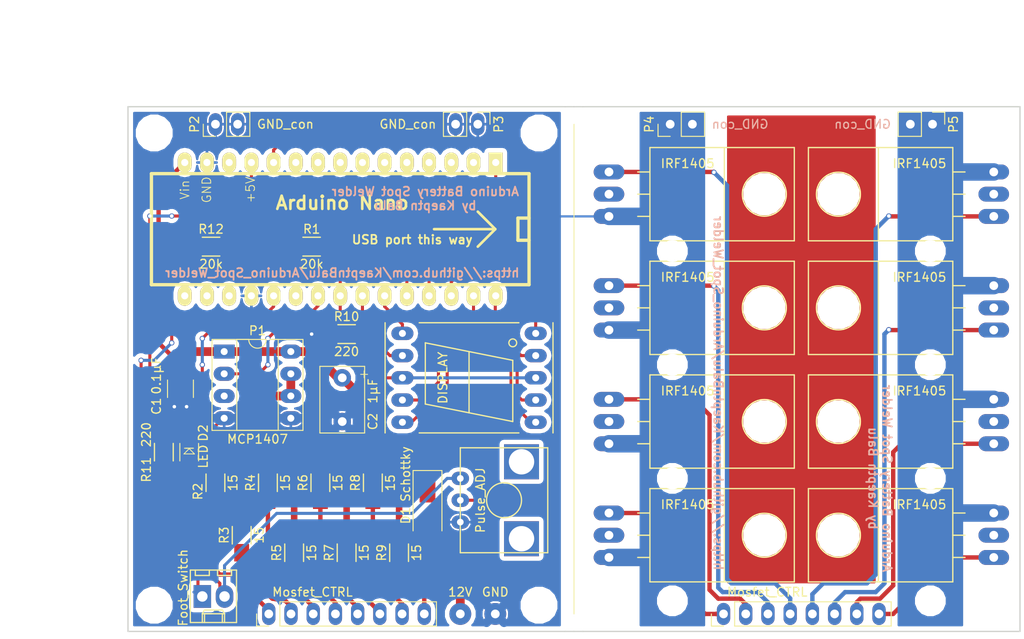
<source format=kicad_pcb>
(kicad_pcb (version 4) (host pcbnew 4.0.4-stable)

  (general
    (links 83)
    (no_connects 8)
    (area 69.324999 67.825 172.675001 132.275)
    (thickness 1.6)
    (drawings 34)
    (tracks 343)
    (zones 0)
    (modules 53)
    (nets 53)
  )

  (page A4)
  (layers
    (0 F.Cu signal)
    (31 B.Cu signal)
    (32 B.Adhes user)
    (33 F.Adhes user)
    (34 B.Paste user)
    (35 F.Paste user)
    (36 B.SilkS user)
    (37 F.SilkS user)
    (38 B.Mask user hide)
    (39 F.Mask user hide)
    (40 Dwgs.User user)
    (41 Cmts.User user)
    (42 Eco1.User user)
    (43 Eco2.User user)
    (44 Edge.Cuts user)
    (45 Margin user)
    (46 B.CrtYd user)
    (47 F.CrtYd user)
    (48 B.Fab user)
    (49 F.Fab user)
  )

  (setup
    (last_trace_width 0.25)
    (user_trace_width 0.35)
    (user_trace_width 0.5)
    (user_trace_width 0.75)
    (user_trace_width 1)
    (user_trace_width 2)
    (trace_clearance 0.2)
    (zone_clearance 0.508)
    (zone_45_only no)
    (trace_min 0.2)
    (segment_width 0.1)
    (edge_width 0.15)
    (via_size 0.6)
    (via_drill 0.4)
    (via_min_size 0.4)
    (via_min_drill 0.3)
    (uvia_size 0.3)
    (uvia_drill 0.1)
    (uvias_allowed no)
    (uvia_min_size 0.2)
    (uvia_min_drill 0.1)
    (pcb_text_width 0.3)
    (pcb_text_size 1.5 1.5)
    (mod_edge_width 0.15)
    (mod_text_size 1 1)
    (mod_text_width 0.15)
    (pad_size 1.52 2.52)
    (pad_drill 0.8)
    (pad_to_mask_clearance 0.2)
    (aux_axis_origin 70 130)
    (grid_origin 70 130)
    (visible_elements 7FFFFFFF)
    (pcbplotparams
      (layerselection 0x010f0_80000001)
      (usegerberextensions false)
      (excludeedgelayer true)
      (linewidth 0.100000)
      (plotframeref false)
      (viasonmask false)
      (mode 1)
      (useauxorigin false)
      (hpglpennumber 1)
      (hpglpenspeed 20)
      (hpglpendiameter 15)
      (hpglpenoverlay 2)
      (psnegative false)
      (psa4output false)
      (plotreference true)
      (plotvalue true)
      (plotinvisibletext false)
      (padsonsilk false)
      (subtractmaskfromsilk false)
      (outputformat 1)
      (mirror false)
      (drillshape 0)
      (scaleselection 1)
      (outputdirectory Gerber/Arduino_Spot_Welder_V2.1/))
  )

  (net 0 "")
  (net 1 /Vin)
  (net 2 GND)
  (net 3 +12V)
  (net 4 "Net-(D2-Pad2)")
  (net 5 /D10)
  (net 6 /D9)
  (net 7 "Net-(DISPLAY1-Pad3)")
  (net 8 /D8)
  (net 9 /D13)
  (net 10 /D7)
  (net 11 /D6)
  (net 12 /D11)
  (net 13 /D12)
  (net 14 "Net-(Foot_Switch1-Pad1)")
  (net 15 +5V)
  (net 16 "Net-(Mosfet_CTRL1-Pad1)")
  (net 17 "Net-(Mosfet_CTRL1-Pad2)")
  (net 18 "Net-(Mosfet_CTRL1-Pad3)")
  (net 19 "Net-(Mosfet_CTRL1-Pad4)")
  (net 20 "Net-(Mosfet_CTRL1-Pad5)")
  (net 21 "Net-(Mosfet_CTRL1-Pad6)")
  (net 22 "Net-(Mosfet_CTRL1-Pad7)")
  (net 23 "Net-(Mosfet_CTRL1-Pad8)")
  (net 24 /D5)
  (net 25 "Net-(P1-Pad6)")
  (net 26 "Net-(P1-Pad3)")
  (net 27 "Net-(R11-Pad2)")
  (net 28 "Net-(U1-Pad2)")
  (net 29 "Net-(U1-Pad3)")
  (net 30 "Net-(U1-Pad5)")
  (net 31 "Net-(U1-Pad6)")
  (net 32 "Net-(U1-Pad7)")
  (net 33 "Net-(U1-Pad8)")
  (net 34 "Net-(U1-Pad9)")
  (net 35 "Net-(U1-Pad10)")
  (net 36 "Net-(U1-Pad13)")
  (net 37 "Net-(U1-Pad16)")
  (net 38 "Net-(U1-Pad17)")
  (net 39 "Net-(U1-Pad18)")
  (net 40 "Net-(U1-Pad21)")
  (net 41 "Net-(Mosfet_CTRL2-Pad1)")
  (net 42 "Net-(Mosfet_CTRL2-Pad2)")
  (net 43 "Net-(Mosfet_CTRL2-Pad3)")
  (net 44 "Net-(Mosfet_CTRL2-Pad4)")
  (net 45 "Net-(Mosfet_CTRL2-Pad5)")
  (net 46 "Net-(Mosfet_CTRL2-Pad6)")
  (net 47 "Net-(Mosfet_CTRL2-Pad7)")
  (net 48 "Net-(Mosfet_CTRL2-Pad8)")
  (net 49 /battery_minus)
  (net 50 /Probe)
  (net 51 /A7)
  (net 52 "Net-(U1-Pad4)")

  (net_class Default "This is the default net class."
    (clearance 0.2)
    (trace_width 0.25)
    (via_dia 0.6)
    (via_drill 0.4)
    (uvia_dia 0.3)
    (uvia_drill 0.1)
    (add_net +12V)
    (add_net +5V)
    (add_net /A7)
    (add_net /D10)
    (add_net /D11)
    (add_net /D12)
    (add_net /D13)
    (add_net /D5)
    (add_net /D6)
    (add_net /D7)
    (add_net /D8)
    (add_net /D9)
    (add_net /Probe)
    (add_net /Vin)
    (add_net /battery_minus)
    (add_net GND)
    (add_net "Net-(D2-Pad2)")
    (add_net "Net-(DISPLAY1-Pad3)")
    (add_net "Net-(Foot_Switch1-Pad1)")
    (add_net "Net-(Mosfet_CTRL1-Pad1)")
    (add_net "Net-(Mosfet_CTRL1-Pad2)")
    (add_net "Net-(Mosfet_CTRL1-Pad3)")
    (add_net "Net-(Mosfet_CTRL1-Pad4)")
    (add_net "Net-(Mosfet_CTRL1-Pad5)")
    (add_net "Net-(Mosfet_CTRL1-Pad6)")
    (add_net "Net-(Mosfet_CTRL1-Pad7)")
    (add_net "Net-(Mosfet_CTRL1-Pad8)")
    (add_net "Net-(Mosfet_CTRL2-Pad1)")
    (add_net "Net-(Mosfet_CTRL2-Pad2)")
    (add_net "Net-(Mosfet_CTRL2-Pad3)")
    (add_net "Net-(Mosfet_CTRL2-Pad4)")
    (add_net "Net-(Mosfet_CTRL2-Pad5)")
    (add_net "Net-(Mosfet_CTRL2-Pad6)")
    (add_net "Net-(Mosfet_CTRL2-Pad7)")
    (add_net "Net-(Mosfet_CTRL2-Pad8)")
    (add_net "Net-(P1-Pad3)")
    (add_net "Net-(P1-Pad6)")
    (add_net "Net-(R11-Pad2)")
    (add_net "Net-(U1-Pad10)")
    (add_net "Net-(U1-Pad13)")
    (add_net "Net-(U1-Pad16)")
    (add_net "Net-(U1-Pad17)")
    (add_net "Net-(U1-Pad18)")
    (add_net "Net-(U1-Pad2)")
    (add_net "Net-(U1-Pad21)")
    (add_net "Net-(U1-Pad3)")
    (add_net "Net-(U1-Pad4)")
    (add_net "Net-(U1-Pad5)")
    (add_net "Net-(U1-Pad6)")
    (add_net "Net-(U1-Pad7)")
    (add_net "Net-(U1-Pad8)")
    (add_net "Net-(U1-Pad9)")
  )

  (module Mounting_Holes:MountingHole_2.5mm (layer F.Cu) (tedit 5890E3DC) (tstamp 5890E47E)
    (at 161.75 86.5)
    (descr "Mounting Hole 2.5mm, no annular")
    (tags "mounting hole 2.5mm no annular")
    (fp_text reference REF** (at 0 -3.5) (layer F.SilkS) hide
      (effects (font (size 1 1) (thickness 0.15)))
    )
    (fp_text value 2.5mm (at 0 3.5) (layer F.Fab)
      (effects (font (size 1 1) (thickness 0.15)))
    )
    (fp_circle (center 0 0) (end 2.5 0) (layer Cmts.User) (width 0.15))
    (fp_circle (center 0 0) (end 2.75 0) (layer F.CrtYd) (width 0.05))
    (pad 1 np_thru_hole circle (at 0 0) (size 2.5 2.5) (drill 2.5) (layers *.Cu *.Mask))
  )

  (module Mounting_Holes:MountingHole_2.5mm (layer F.Cu) (tedit 5890E3DC) (tstamp 5890E46B)
    (at 161.75 99.5)
    (descr "Mounting Hole 2.5mm, no annular")
    (tags "mounting hole 2.5mm no annular")
    (fp_text reference REF** (at 0 -3.5) (layer F.SilkS) hide
      (effects (font (size 1 1) (thickness 0.15)))
    )
    (fp_text value 2.5mm (at 0 3.5) (layer F.Fab)
      (effects (font (size 1 1) (thickness 0.15)))
    )
    (fp_circle (center 0 0) (end 2.5 0) (layer Cmts.User) (width 0.15))
    (fp_circle (center 0 0) (end 2.75 0) (layer F.CrtYd) (width 0.05))
    (pad 1 np_thru_hole circle (at 0 0) (size 2.5 2.5) (drill 2.5) (layers *.Cu *.Mask))
  )

  (module Mounting_Holes:MountingHole_2.5mm (layer F.Cu) (tedit 5890E3DC) (tstamp 5890E45F)
    (at 161.75 112.5)
    (descr "Mounting Hole 2.5mm, no annular")
    (tags "mounting hole 2.5mm no annular")
    (fp_text reference REF** (at 0 -3.5) (layer F.SilkS) hide
      (effects (font (size 1 1) (thickness 0.15)))
    )
    (fp_text value 2.5mm (at 0 3.5) (layer F.Fab)
      (effects (font (size 1 1) (thickness 0.15)))
    )
    (fp_circle (center 0 0) (end 2.5 0) (layer Cmts.User) (width 0.15))
    (fp_circle (center 0 0) (end 2.75 0) (layer F.CrtYd) (width 0.05))
    (pad 1 np_thru_hole circle (at 0 0) (size 2.5 2.5) (drill 2.5) (layers *.Cu *.Mask))
  )

  (module Mounting_Holes:MountingHole_2.5mm (layer F.Cu) (tedit 5890E3DC) (tstamp 5890E43D)
    (at 161.75 126.5)
    (descr "Mounting Hole 2.5mm, no annular")
    (tags "mounting hole 2.5mm no annular")
    (fp_text reference REF** (at 0 -3.5) (layer F.SilkS) hide
      (effects (font (size 1 1) (thickness 0.15)))
    )
    (fp_text value 2.5mm (at 0 3.5) (layer F.Fab)
      (effects (font (size 1 1) (thickness 0.15)))
    )
    (fp_circle (center 0 0) (end 2.5 0) (layer Cmts.User) (width 0.15))
    (fp_circle (center 0 0) (end 2.75 0) (layer F.CrtYd) (width 0.05))
    (pad 1 np_thru_hole circle (at 0 0) (size 2.5 2.5) (drill 2.5) (layers *.Cu *.Mask))
  )

  (module Mounting_Holes:MountingHole_2.5mm (layer F.Cu) (tedit 5890E3DC) (tstamp 5890E421)
    (at 132.25 126.5)
    (descr "Mounting Hole 2.5mm, no annular")
    (tags "mounting hole 2.5mm no annular")
    (fp_text reference REF** (at 0 -3.5) (layer F.SilkS) hide
      (effects (font (size 1 1) (thickness 0.15)))
    )
    (fp_text value 2.5mm (at 0 3.5) (layer F.Fab)
      (effects (font (size 1 1) (thickness 0.15)))
    )
    (fp_circle (center 0 0) (end 2.5 0) (layer Cmts.User) (width 0.15))
    (fp_circle (center 0 0) (end 2.75 0) (layer F.CrtYd) (width 0.05))
    (pad 1 np_thru_hole circle (at 0 0) (size 2.5 2.5) (drill 2.5) (layers *.Cu *.Mask))
  )

  (module Mounting_Holes:MountingHole_2.5mm (layer F.Cu) (tedit 5890E3DC) (tstamp 5890E40F)
    (at 132.25 112.5)
    (descr "Mounting Hole 2.5mm, no annular")
    (tags "mounting hole 2.5mm no annular")
    (fp_text reference REF** (at 0 -3.5) (layer F.SilkS) hide
      (effects (font (size 1 1) (thickness 0.15)))
    )
    (fp_text value 2.5mm (at 0 3.5) (layer F.Fab)
      (effects (font (size 1 1) (thickness 0.15)))
    )
    (fp_circle (center 0 0) (end 2.5 0) (layer Cmts.User) (width 0.15))
    (fp_circle (center 0 0) (end 2.75 0) (layer F.CrtYd) (width 0.05))
    (pad 1 np_thru_hole circle (at 0 0) (size 2.5 2.5) (drill 2.5) (layers *.Cu *.Mask))
  )

  (module Mounting_Holes:MountingHole_2.5mm (layer F.Cu) (tedit 5890E3DC) (tstamp 5890E404)
    (at 132.25 99.5)
    (descr "Mounting Hole 2.5mm, no annular")
    (tags "mounting hole 2.5mm no annular")
    (fp_text reference REF** (at 0 -3.5) (layer F.SilkS) hide
      (effects (font (size 1 1) (thickness 0.15)))
    )
    (fp_text value 2.5mm (at 0 3.5) (layer F.Fab)
      (effects (font (size 1 1) (thickness 0.15)))
    )
    (fp_circle (center 0 0) (end 2.5 0) (layer Cmts.User) (width 0.15))
    (fp_circle (center 0 0) (end 2.75 0) (layer F.CrtYd) (width 0.05))
    (pad 1 np_thru_hole circle (at 0 0) (size 2.5 2.5) (drill 2.5) (layers *.Cu *.Mask))
  )

  (module Mounting_Holes:MountingHole_3.2mm_M3 (layer F.Cu) (tedit 5890D5E3) (tstamp 5890D7C8)
    (at 125 127)
    (descr "Mounting Hole 3.2mm, no annular, M3")
    (tags "mounting hole 3.2mm no annular m3")
    (fp_text reference REF** (at 0 -4.2) (layer F.SilkS) hide
      (effects (font (size 1 1) (thickness 0.15)))
    )
    (fp_text value 3.2mm (at 0 4.2) (layer F.Fab) hide
      (effects (font (size 1 1) (thickness 0.15)))
    )
    (fp_circle (center 0 0) (end 3.2 0) (layer Cmts.User) (width 0.15))
    (fp_circle (center 0 0) (end 3.45 0) (layer F.CrtYd) (width 0.05))
    (pad 1 np_thru_hole circle (at 0 0) (size 3.2 3.2) (drill 3.2) (layers *.Cu *.Mask))
  )

  (module Mounting_Holes:MountingHole_3.2mm_M3 (layer F.Cu) (tedit 5890D5E3) (tstamp 5890D7C2)
    (at 169 127)
    (descr "Mounting Hole 3.2mm, no annular, M3")
    (tags "mounting hole 3.2mm no annular m3")
    (fp_text reference REF** (at 0 -4.2) (layer F.SilkS) hide
      (effects (font (size 1 1) (thickness 0.15)))
    )
    (fp_text value 3.2mm (at 0 4.2) (layer F.Fab) hide
      (effects (font (size 1 1) (thickness 0.15)))
    )
    (fp_circle (center 0 0) (end 3.2 0) (layer Cmts.User) (width 0.15))
    (fp_circle (center 0 0) (end 3.45 0) (layer F.CrtYd) (width 0.05))
    (pad 1 np_thru_hole circle (at 0 0) (size 3.2 3.2) (drill 3.2) (layers *.Cu *.Mask))
  )

  (module Mounting_Holes:MountingHole_3.2mm_M3 (layer F.Cu) (tedit 5890D5E3) (tstamp 5890D7BC)
    (at 169 73)
    (descr "Mounting Hole 3.2mm, no annular, M3")
    (tags "mounting hole 3.2mm no annular m3")
    (fp_text reference REF** (at 0 -4.2) (layer F.SilkS) hide
      (effects (font (size 1 1) (thickness 0.15)))
    )
    (fp_text value 3.2mm (at 0 4.2) (layer F.Fab) hide
      (effects (font (size 1 1) (thickness 0.15)))
    )
    (fp_circle (center 0 0) (end 3.2 0) (layer Cmts.User) (width 0.15))
    (fp_circle (center 0 0) (end 3.45 0) (layer F.CrtYd) (width 0.05))
    (pad 1 np_thru_hole circle (at 0 0) (size 3.2 3.2) (drill 3.2) (layers *.Cu *.Mask))
  )

  (module Capacitors_ThroughHole:C_Disc_D7.5mm_W5.0mm_P5.00mm (layer F.Cu) (tedit 58A723DB) (tstamp 588F882E)
    (at 94.5 101 270)
    (descr "C, Disc series, Radial, pin pitch=5.00mm, , diameter*width=7.5*5.0mm^2, Capacitor, http://www.vishay.com/docs/28535/vy2series.pdf")
    (tags "C Disc series Radial pin pitch 5.00mm  diameter 7.5mm width 5.0mm Capacitor")
    (path /588FD4DB)
    (fp_text reference C2 (at 5 -3.5 270) (layer F.SilkS)
      (effects (font (size 1 1) (thickness 0.15)))
    )
    (fp_text value 1µF (at 1.5 -3.5 270) (layer F.SilkS)
      (effects (font (size 1 1) (thickness 0.15)))
    )
    (fp_line (start -1.25 -2.5) (end -1.25 2.5) (layer F.Fab) (width 0.1))
    (fp_line (start -1.25 2.5) (end 6.25 2.5) (layer F.Fab) (width 0.1))
    (fp_line (start 6.25 2.5) (end 6.25 -2.5) (layer F.Fab) (width 0.1))
    (fp_line (start 6.25 -2.5) (end -1.25 -2.5) (layer F.Fab) (width 0.1))
    (fp_line (start -1.31 -2.56) (end 6.31 -2.56) (layer F.SilkS) (width 0.12))
    (fp_line (start -1.31 2.56) (end 6.31 2.56) (layer F.SilkS) (width 0.12))
    (fp_line (start -1.31 -2.56) (end -1.31 2.56) (layer F.SilkS) (width 0.12))
    (fp_line (start 6.31 -2.56) (end 6.31 2.56) (layer F.SilkS) (width 0.12))
    (fp_line (start -1.6 -2.85) (end -1.6 2.85) (layer F.CrtYd) (width 0.05))
    (fp_line (start -1.6 2.85) (end 6.6 2.85) (layer F.CrtYd) (width 0.05))
    (fp_line (start 6.6 2.85) (end 6.6 -2.85) (layer F.CrtYd) (width 0.05))
    (fp_line (start 6.6 -2.85) (end -1.6 -2.85) (layer F.CrtYd) (width 0.05))
    (pad 1 thru_hole circle (at 0 0 270) (size 2 2) (drill 1) (layers *.Cu *.Mask)
      (net 1 /Vin))
    (pad 2 thru_hole circle (at 5 0 270) (size 2 2) (drill 1) (layers *.Cu *.Mask)
      (net 2 GND))
    (model Capacitors_ThroughHole.3dshapes/C_Disc_D7.5mm_W5.0mm_P5.00mm.wrl
      (at (xyz 0 0 0))
      (scale (xyz 0.393701 0.393701 0.393701))
      (rotate (xyz 0 0 0))
    )
  )

  (module Displays_7-Segment:7SegmentLED_LTS6760_LTS6780 (layer F.Cu) (tedit 58961232) (tstamp 588F8848)
    (at 109 101 90)
    (path /588F770E)
    (fp_text reference DISPLAY (at 0 -3 90) (layer F.SilkS)
      (effects (font (size 1 1) (thickness 0.15)))
    )
    (fp_text value 7SEGMENTS (at -1 4 90) (layer F.Fab)
      (effects (font (size 1 1) (thickness 0.15)))
    )
    (fp_circle (center 4 5) (end 4.4 5.2) (layer F.SilkS) (width 0.15))
    (fp_line (start -3 -5) (end -4 0) (layer F.SilkS) (width 0.15))
    (fp_line (start -4 0) (end -5 5) (layer F.SilkS) (width 0.15))
    (fp_line (start -5 5) (end 2 5) (layer F.SilkS) (width 0.15))
    (fp_line (start 2 5) (end 3 0) (layer F.SilkS) (width 0.15))
    (fp_line (start 4 -5) (end 3 0) (layer F.SilkS) (width 0.15))
    (fp_line (start 3 0) (end -4 0) (layer F.SilkS) (width 0.15))
    (fp_line (start -3 -5) (end 4 -5) (layer F.SilkS) (width 0.15))
    (fp_line (start 6.3 9.6) (end -6.3 9.6) (layer F.SilkS) (width 0.15))
    (fp_line (start -6.3 -5.7) (end -6.3 5.7) (layer F.SilkS) (width 0.15))
    (fp_line (start 6.3 -5.7) (end 6.3 5.7) (layer F.SilkS) (width 0.15))
    (fp_line (start -6.3 -9.6) (end 6.3 -9.6) (layer F.SilkS) (width 0.15))
    (pad 1 thru_hole oval (at -5.08 7.62 90) (size 1.524 2.524) (drill 0.8) (layers *.Cu *.Mask)
      (net 5 /D10))
    (pad 2 thru_hole oval (at -2.54 7.62 90) (size 1.524 2.524) (drill 0.8) (layers *.Cu *.Mask)
      (net 6 /D9))
    (pad 3 thru_hole oval (at 0 7.62 90) (size 1.524 2.524) (drill 0.8) (layers *.Cu *.Mask)
      (net 7 "Net-(DISPLAY1-Pad3)"))
    (pad 4 thru_hole oval (at 2.54 7.62 90) (size 1.524 2.524) (drill 0.8) (layers *.Cu *.Mask)
      (net 8 /D8))
    (pad 5 thru_hole oval (at 5.08 7.62 90) (size 1.524 2.524) (drill 0.8) (layers *.Cu *.Mask)
      (net 9 /D13))
    (pad 6 thru_hole oval (at 5.08 -7.62 90) (size 1.524 2.524) (drill 0.8) (layers *.Cu *.Mask)
      (net 10 /D7))
    (pad 7 thru_hole oval (at 2.54 -7.62 90) (size 1.524 2.524) (drill 0.8) (layers *.Cu *.Mask)
      (net 11 /D6))
    (pad 8 thru_hole oval (at 0 -7.62 90) (size 1.524 2.524) (drill 0.8) (layers *.Cu *.Mask)
      (net 7 "Net-(DISPLAY1-Pad3)"))
    (pad 9 thru_hole oval (at -2.54 -7.62 90) (size 1.524 2.524) (drill 0.8) (layers *.Cu *.Mask)
      (net 12 /D11))
    (pad 10 thru_hole oval (at -5.08 -7.62 90) (size 1.524 2.524) (drill 0.8) (layers *.Cu *.Mask)
      (net 13 /D12))
    (model Displays_7-Segment.3dshapes/7SegmentLED_LTS6760_LTS6780.wrl
      (at (xyz 0 0 0))
      (scale (xyz 0.3937 0.3937 0.3937))
      (rotate (xyz 0 0 0))
    )
  )

  (module Connectors_Molex:Molex_KK-6410-02_02x2.54mm_Straight (layer F.Cu) (tedit 5891AA54) (tstamp 588F884E)
    (at 78.5 126)
    (descr "Connector Headers with Friction Lock, 22-27-2021, http://www.molex.com/pdm_docs/sd/022272021_sd.pdf")
    (tags "connector molex kk_6410 22-27-2021")
    (path /588FB469)
    (fp_text reference Foot_Switch (at -2.2 -1 90) (layer F.SilkS)
      (effects (font (size 1 1) (thickness 0.15)))
    )
    (fp_text value CONN_01X02 (at 1.27 4.5) (layer F.Fab) hide
      (effects (font (size 1 1) (thickness 0.15)))
    )
    (fp_line (start -1.37 -3.02) (end -1.37 2.98) (layer F.SilkS) (width 0.15))
    (fp_line (start -1.37 2.98) (end 3.91 2.98) (layer F.SilkS) (width 0.15))
    (fp_line (start 3.91 2.98) (end 3.91 -3.02) (layer F.SilkS) (width 0.15))
    (fp_line (start 3.91 -3.02) (end -1.37 -3.02) (layer F.SilkS) (width 0.15))
    (fp_line (start 0 2.98) (end 0 1.98) (layer F.SilkS) (width 0.15))
    (fp_line (start 0 1.98) (end 2.54 1.98) (layer F.SilkS) (width 0.15))
    (fp_line (start 2.54 1.98) (end 2.54 2.98) (layer F.SilkS) (width 0.15))
    (fp_line (start 0 1.98) (end 0.25 1.55) (layer F.SilkS) (width 0.15))
    (fp_line (start 0.25 1.55) (end 2.29 1.55) (layer F.SilkS) (width 0.15))
    (fp_line (start 2.29 1.55) (end 2.54 1.98) (layer F.SilkS) (width 0.15))
    (fp_line (start 0.25 2.98) (end 0.25 1.98) (layer F.SilkS) (width 0.15))
    (fp_line (start 2.29 2.98) (end 2.29 1.98) (layer F.SilkS) (width 0.15))
    (fp_line (start -0.8 -3.02) (end -0.8 -2.4) (layer F.SilkS) (width 0.15))
    (fp_line (start -0.8 -2.4) (end 0.8 -2.4) (layer F.SilkS) (width 0.15))
    (fp_line (start 0.8 -2.4) (end 0.8 -3.02) (layer F.SilkS) (width 0.15))
    (fp_line (start 1.74 -3.02) (end 1.74 -2.4) (layer F.SilkS) (width 0.15))
    (fp_line (start 1.74 -2.4) (end 3.34 -2.4) (layer F.SilkS) (width 0.15))
    (fp_line (start 3.34 -2.4) (end 3.34 -3.02) (layer F.SilkS) (width 0.15))
    (fp_line (start -1.9 3.5) (end -1.9 -3.55) (layer F.CrtYd) (width 0.05))
    (fp_line (start -1.9 -3.55) (end 4.45 -3.55) (layer F.CrtYd) (width 0.05))
    (fp_line (start 4.45 -3.55) (end 4.45 3.5) (layer F.CrtYd) (width 0.05))
    (fp_line (start 4.45 3.5) (end -1.9 3.5) (layer F.CrtYd) (width 0.05))
    (pad 1 thru_hole rect (at 0 0) (size 2 2.6) (drill 1.2) (layers *.Cu *.Mask)
      (net 14 "Net-(Foot_Switch1-Pad1)"))
    (pad 2 thru_hole oval (at 2.54 0) (size 2 2.6) (drill 1.2) (layers *.Cu *.Mask)
      (net 15 +5V))
  )

  (module Housings_DIP:DIP-8_W7.62mm_Socket_LongPads (layer F.Cu) (tedit 588F90DD) (tstamp 588F8866)
    (at 81 98)
    (descr "8-lead dip package, row spacing 7.62 mm (300 mils), Socket, LongPads")
    (tags "DIL DIP PDIP 2.54mm 7.62mm 300mil Socket LongPads")
    (path /588FC77B)
    (fp_text reference P1 (at 3.81 -2.39) (layer F.SilkS)
      (effects (font (size 1 1) (thickness 0.15)))
    )
    (fp_text value MCP1407 (at 3.81 10.01) (layer F.SilkS)
      (effects (font (size 1 1) (thickness 0.15)))
    )
    (fp_arc (start 3.81 -1.39) (end 2.81 -1.39) (angle -180) (layer F.SilkS) (width 0.12))
    (fp_line (start 1.635 -1.27) (end 6.985 -1.27) (layer F.Fab) (width 0.1))
    (fp_line (start 6.985 -1.27) (end 6.985 8.89) (layer F.Fab) (width 0.1))
    (fp_line (start 6.985 8.89) (end 0.635 8.89) (layer F.Fab) (width 0.1))
    (fp_line (start 0.635 8.89) (end 0.635 -0.27) (layer F.Fab) (width 0.1))
    (fp_line (start 0.635 -0.27) (end 1.635 -1.27) (layer F.Fab) (width 0.1))
    (fp_line (start -1.27 -1.27) (end -1.27 8.89) (layer F.Fab) (width 0.1))
    (fp_line (start -1.27 8.89) (end 8.89 8.89) (layer F.Fab) (width 0.1))
    (fp_line (start 8.89 8.89) (end 8.89 -1.27) (layer F.Fab) (width 0.1))
    (fp_line (start 8.89 -1.27) (end -1.27 -1.27) (layer F.Fab) (width 0.1))
    (fp_line (start 2.81 -1.39) (end 1.44 -1.39) (layer F.SilkS) (width 0.12))
    (fp_line (start 1.44 -1.39) (end 1.44 9.01) (layer F.SilkS) (width 0.12))
    (fp_line (start 1.44 9.01) (end 6.18 9.01) (layer F.SilkS) (width 0.12))
    (fp_line (start 6.18 9.01) (end 6.18 -1.39) (layer F.SilkS) (width 0.12))
    (fp_line (start 6.18 -1.39) (end 4.81 -1.39) (layer F.SilkS) (width 0.12))
    (fp_line (start -1.39 -1.39) (end -1.39 9.01) (layer F.SilkS) (width 0.12))
    (fp_line (start -1.39 9.01) (end 9.01 9.01) (layer F.SilkS) (width 0.12))
    (fp_line (start 9.01 9.01) (end 9.01 -1.39) (layer F.SilkS) (width 0.12))
    (fp_line (start 9.01 -1.39) (end -1.39 -1.39) (layer F.SilkS) (width 0.12))
    (fp_line (start -1.7 -1.7) (end -1.7 9.3) (layer F.CrtYd) (width 0.05))
    (fp_line (start -1.7 9.3) (end 9.3 9.3) (layer F.CrtYd) (width 0.05))
    (fp_line (start 9.3 9.3) (end 9.3 -1.7) (layer F.CrtYd) (width 0.05))
    (fp_line (start 9.3 -1.7) (end -1.7 -1.7) (layer F.CrtYd) (width 0.05))
    (pad 1 thru_hole rect (at 0 0) (size 2.4 1.6) (drill 0.8) (layers *.Cu *.Mask)
      (net 1 /Vin))
    (pad 5 thru_hole oval (at 7.62 7.62) (size 2.4 1.6) (drill 0.8) (layers *.Cu *.Mask)
      (net 2 GND))
    (pad 2 thru_hole oval (at 0 2.54) (size 2.4 1.6) (drill 0.8) (layers *.Cu *.Mask)
      (net 24 /D5))
    (pad 6 thru_hole oval (at 7.62 5.08) (size 2.4 1.6) (drill 0.8) (layers *.Cu *.Mask)
      (net 25 "Net-(P1-Pad6)"))
    (pad 3 thru_hole oval (at 0 5.08) (size 2.4 1.6) (drill 0.8) (layers *.Cu *.Mask)
      (net 26 "Net-(P1-Pad3)"))
    (pad 7 thru_hole oval (at 7.62 2.54) (size 2.4 1.6) (drill 0.8) (layers *.Cu *.Mask)
      (net 25 "Net-(P1-Pad6)"))
    (pad 4 thru_hole oval (at 0 7.62) (size 2.4 1.6) (drill 0.8) (layers *.Cu *.Mask)
      (net 2 GND))
    (pad 8 thru_hole oval (at 7.62 0) (size 2.4 1.6) (drill 0.8) (layers *.Cu *.Mask)
      (net 1 /Vin))
    (model Housings_DIP.3dshapes/DIP-8_W7.62mm_Socket_LongPads.wrl
      (at (xyz 0 0 0))
      (scale (xyz 1 1 1))
      (rotate (xyz 0 0 0))
    )
  )

  (module Pin_Headers:Pin_Header_Straight_1x02_Pitch2.54mm (layer F.Cu) (tedit 58CABE80) (tstamp 588F886C)
    (at 80 72 90)
    (descr "Through hole straight pin header, 1x02, 2.54mm pitch, single row")
    (tags "Through hole pin header THT 1x02 2.54mm single row")
    (path /588FC1B2)
    (fp_text reference P2 (at 0 -2.39 90) (layer F.SilkS)
      (effects (font (size 1 1) (thickness 0.15)))
    )
    (fp_text value GND_con (at 0 8 180) (layer F.SilkS)
      (effects (font (size 1 1) (thickness 0.15)))
    )
    (fp_line (start -1.27 -1.27) (end -1.27 3.81) (layer F.Fab) (width 0.1))
    (fp_line (start -1.27 3.81) (end 1.27 3.81) (layer F.Fab) (width 0.1))
    (fp_line (start 1.27 3.81) (end 1.27 -1.27) (layer F.Fab) (width 0.1))
    (fp_line (start 1.27 -1.27) (end -1.27 -1.27) (layer F.Fab) (width 0.1))
    (fp_line (start -1.39 1.27) (end -1.39 3.93) (layer F.SilkS) (width 0.12))
    (fp_line (start -1.39 3.93) (end 1.39 3.93) (layer F.SilkS) (width 0.12))
    (fp_line (start 1.39 3.93) (end 1.39 1.27) (layer F.SilkS) (width 0.12))
    (fp_line (start 1.39 1.27) (end -1.39 1.27) (layer F.SilkS) (width 0.12))
    (fp_line (start -1.39 0) (end -1.39 -1.39) (layer F.SilkS) (width 0.12))
    (fp_line (start -1.39 -1.39) (end 0 -1.39) (layer F.SilkS) (width 0.12))
    (fp_line (start -1.6 -1.6) (end -1.6 4.1) (layer F.CrtYd) (width 0.05))
    (fp_line (start -1.6 4.1) (end 1.6 4.1) (layer F.CrtYd) (width 0.05))
    (fp_line (start 1.6 4.1) (end 1.6 -1.6) (layer F.CrtYd) (width 0.05))
    (fp_line (start 1.6 -1.6) (end -1.6 -1.6) (layer F.CrtYd) (width 0.05))
    (pad 1 thru_hole oval (at 0 0 90) (size 2.52 1.52) (drill 1) (layers *.Cu *.Mask)
      (net 2 GND))
    (pad 2 thru_hole oval (at 0 2.54 90) (size 2.52 1.52) (drill 1) (layers *.Cu *.Mask)
      (net 2 GND))
    (model Pin_Headers.3dshapes/Pin_Header_Straight_1x02_Pitch2.54mm.wrl
      (at (xyz 0 -0.05 0))
      (scale (xyz 1 1 1))
      (rotate (xyz 0 0 90))
    )
  )

  (module Pin_Headers:Pin_Header_Straight_1x02_Pitch2.54mm (layer F.Cu) (tedit 58CABE99) (tstamp 588F8872)
    (at 110 72 270)
    (descr "Through hole straight pin header, 1x02, 2.54mm pitch, single row")
    (tags "Through hole pin header THT 1x02 2.54mm single row")
    (path /588FC247)
    (fp_text reference P3 (at 0 -2.39 270) (layer F.SilkS)
      (effects (font (size 1 1) (thickness 0.15)))
    )
    (fp_text value GND_con (at 0 8 360) (layer F.SilkS)
      (effects (font (size 1 1) (thickness 0.15)))
    )
    (fp_line (start -1.27 -1.27) (end -1.27 3.81) (layer F.Fab) (width 0.1))
    (fp_line (start -1.27 3.81) (end 1.27 3.81) (layer F.Fab) (width 0.1))
    (fp_line (start 1.27 3.81) (end 1.27 -1.27) (layer F.Fab) (width 0.1))
    (fp_line (start 1.27 -1.27) (end -1.27 -1.27) (layer F.Fab) (width 0.1))
    (fp_line (start -1.39 1.27) (end -1.39 3.93) (layer F.SilkS) (width 0.12))
    (fp_line (start -1.39 3.93) (end 1.39 3.93) (layer F.SilkS) (width 0.12))
    (fp_line (start 1.39 3.93) (end 1.39 1.27) (layer F.SilkS) (width 0.12))
    (fp_line (start 1.39 1.27) (end -1.39 1.27) (layer F.SilkS) (width 0.12))
    (fp_line (start -1.39 0) (end -1.39 -1.39) (layer F.SilkS) (width 0.12))
    (fp_line (start -1.39 -1.39) (end 0 -1.39) (layer F.SilkS) (width 0.12))
    (fp_line (start -1.6 -1.6) (end -1.6 4.1) (layer F.CrtYd) (width 0.05))
    (fp_line (start -1.6 4.1) (end 1.6 4.1) (layer F.CrtYd) (width 0.05))
    (fp_line (start 1.6 4.1) (end 1.6 -1.6) (layer F.CrtYd) (width 0.05))
    (fp_line (start 1.6 -1.6) (end -1.6 -1.6) (layer F.CrtYd) (width 0.05))
    (pad 1 thru_hole oval (at 0 0 270) (size 2.52 1.52) (drill 1) (layers *.Cu *.Mask)
      (net 2 GND))
    (pad 2 thru_hole oval (at 0 2.54 270) (size 2.52 1.52) (drill 1) (layers *.Cu *.Mask)
      (net 2 GND))
    (model Pin_Headers.3dshapes/Pin_Header_Straight_1x02_Pitch2.54mm.wrl
      (at (xyz 0 -0.05 0))
      (scale (xyz 1 1 1))
      (rotate (xyz 0 0 90))
    )
  )

  (module pots_own:RK09K1130A5R (layer F.Cu) (tedit 58A721E4) (tstamp 588F887B)
    (at 108 115 270)
    (path /588F95A9)
    (fp_text reference Pulse_ADJ (at 0 -2.3 270) (layer F.SilkS)
      (effects (font (size 1 1) (thickness 0.15)))
    )
    (fp_text value POT (at 0 -11 270) (layer F.Fab)
      (effects (font (size 1 1) (thickness 0.15)))
    )
    (fp_circle (center 0 -5) (end 0 -3) (layer F.SilkS) (width 0.15))
    (fp_line (start -6 0) (end -6 -10) (layer F.SilkS) (width 0.15))
    (fp_line (start -6 -10) (end 6 -10) (layer F.SilkS) (width 0.15))
    (fp_line (start 6 -10) (end 6 0) (layer F.SilkS) (width 0.15))
    (fp_line (start 6 0) (end -6 0) (layer F.SilkS) (width 0.15))
    (pad 1 thru_hole oval (at -2.5 0 270) (size 1.524 2) (drill 0.762) (layers *.Cu *.Mask)
      (net 15 +5V))
    (pad 2 thru_hole oval (at 0 0 270) (size 1.524 2) (drill 0.762) (layers *.Cu *.Mask)
      (net 51 /A7))
    (pad 3 thru_hole oval (at 2.5 0 270) (size 1.524 2) (drill 0.762) (layers *.Cu *.Mask)
      (net 2 GND))
    (pad "" np_thru_hole rect (at 4.4 -7 270) (size 4 4) (drill 2.9) (layers *.Cu *.Mask))
    (pad "" np_thru_hole rect (at -4.4 -7 270) (size 4 4) (drill 2.9) (layers *.Cu *.Mask))
  )

  (module Resistors_SMD:R_1206_HandSoldering (layer F.Cu) (tedit 5896102D) (tstamp 588F8881)
    (at 91 86)
    (descr "Resistor SMD 1206, hand soldering")
    (tags "resistor 1206")
    (path /588FF08A)
    (attr smd)
    (fp_text reference R1 (at 0 -2) (layer F.SilkS)
      (effects (font (size 1 1) (thickness 0.15)))
    )
    (fp_text value 20k (at 0 2) (layer F.SilkS)
      (effects (font (size 1 1) (thickness 0.15)))
    )
    (fp_line (start -1.6 0.8) (end -1.6 -0.8) (layer F.Fab) (width 0.1))
    (fp_line (start 1.6 0.8) (end -1.6 0.8) (layer F.Fab) (width 0.1))
    (fp_line (start 1.6 -0.8) (end 1.6 0.8) (layer F.Fab) (width 0.1))
    (fp_line (start -1.6 -0.8) (end 1.6 -0.8) (layer F.Fab) (width 0.1))
    (fp_line (start -3.3 -1.2) (end 3.3 -1.2) (layer F.CrtYd) (width 0.05))
    (fp_line (start -3.3 1.2) (end 3.3 1.2) (layer F.CrtYd) (width 0.05))
    (fp_line (start -3.3 -1.2) (end -3.3 1.2) (layer F.CrtYd) (width 0.05))
    (fp_line (start 3.3 -1.2) (end 3.3 1.2) (layer F.CrtYd) (width 0.05))
    (fp_line (start 1 1.075) (end -1 1.075) (layer F.SilkS) (width 0.15))
    (fp_line (start -1 -1.075) (end 1 -1.075) (layer F.SilkS) (width 0.15))
    (pad 1 smd rect (at -2 0) (size 2 1.7) (layers F.Cu F.Paste F.Mask)
      (net 2 GND))
    (pad 2 smd rect (at 2 0) (size 2 1.7) (layers F.Cu F.Paste F.Mask)
      (net 24 /D5))
    (model Resistors_SMD.3dshapes/R_1206_HandSoldering.wrl
      (at (xyz 0 0 0))
      (scale (xyz 1 1 1))
      (rotate (xyz 0 0 0))
    )
  )

  (module Resistors_SMD:R_1206_HandSoldering (layer F.Cu) (tedit 58CABC38) (tstamp 588F8887)
    (at 80 113 90)
    (descr "Resistor SMD 1206, hand soldering")
    (tags "resistor 1206")
    (path /589006D0)
    (attr smd)
    (fp_text reference R2 (at -1 -2 90) (layer F.SilkS)
      (effects (font (size 1 1) (thickness 0.15)))
    )
    (fp_text value 15 (at 0 2 90) (layer F.SilkS)
      (effects (font (size 1 1) (thickness 0.15)))
    )
    (fp_line (start -1.6 0.8) (end -1.6 -0.8) (layer F.Fab) (width 0.1))
    (fp_line (start 1.6 0.8) (end -1.6 0.8) (layer F.Fab) (width 0.1))
    (fp_line (start 1.6 -0.8) (end 1.6 0.8) (layer F.Fab) (width 0.1))
    (fp_line (start -1.6 -0.8) (end 1.6 -0.8) (layer F.Fab) (width 0.1))
    (fp_line (start -3.3 -1.2) (end 3.3 -1.2) (layer F.CrtYd) (width 0.05))
    (fp_line (start -3.3 1.2) (end 3.3 1.2) (layer F.CrtYd) (width 0.05))
    (fp_line (start -3.3 -1.2) (end -3.3 1.2) (layer F.CrtYd) (width 0.05))
    (fp_line (start 3.3 -1.2) (end 3.3 1.2) (layer F.CrtYd) (width 0.05))
    (fp_line (start 1 1.075) (end -1 1.075) (layer F.SilkS) (width 0.15))
    (fp_line (start -1 -1.075) (end 1 -1.075) (layer F.SilkS) (width 0.15))
    (pad 1 smd rect (at -2 0 90) (size 2 1.7) (layers F.Cu F.Paste F.Mask)
      (net 16 "Net-(Mosfet_CTRL1-Pad1)"))
    (pad 2 smd rect (at 2 0 90) (size 2 1.7) (layers F.Cu F.Paste F.Mask)
      (net 25 "Net-(P1-Pad6)"))
    (model Resistors_SMD.3dshapes/R_1206_HandSoldering.wrl
      (at (xyz 0 0 0))
      (scale (xyz 1 1 1))
      (rotate (xyz 0 0 0))
    )
  )

  (module Resistors_SMD:R_1206_HandSoldering (layer F.Cu) (tedit 58960F9B) (tstamp 588F888D)
    (at 83 119 90)
    (descr "Resistor SMD 1206, hand soldering")
    (tags "resistor 1206")
    (path /589009E2)
    (attr smd)
    (fp_text reference R3 (at 0 -2 90) (layer F.SilkS)
      (effects (font (size 1 1) (thickness 0.15)))
    )
    (fp_text value 15 (at 0 2 90) (layer F.SilkS)
      (effects (font (size 1 1) (thickness 0.15)))
    )
    (fp_line (start -1.6 0.8) (end -1.6 -0.8) (layer F.Fab) (width 0.1))
    (fp_line (start 1.6 0.8) (end -1.6 0.8) (layer F.Fab) (width 0.1))
    (fp_line (start 1.6 -0.8) (end 1.6 0.8) (layer F.Fab) (width 0.1))
    (fp_line (start -1.6 -0.8) (end 1.6 -0.8) (layer F.Fab) (width 0.1))
    (fp_line (start -3.3 -1.2) (end 3.3 -1.2) (layer F.CrtYd) (width 0.05))
    (fp_line (start -3.3 1.2) (end 3.3 1.2) (layer F.CrtYd) (width 0.05))
    (fp_line (start -3.3 -1.2) (end -3.3 1.2) (layer F.CrtYd) (width 0.05))
    (fp_line (start 3.3 -1.2) (end 3.3 1.2) (layer F.CrtYd) (width 0.05))
    (fp_line (start 1 1.075) (end -1 1.075) (layer F.SilkS) (width 0.15))
    (fp_line (start -1 -1.075) (end 1 -1.075) (layer F.SilkS) (width 0.15))
    (pad 1 smd rect (at -2 0 90) (size 2 1.7) (layers F.Cu F.Paste F.Mask)
      (net 17 "Net-(Mosfet_CTRL1-Pad2)"))
    (pad 2 smd rect (at 2 0 90) (size 2 1.7) (layers F.Cu F.Paste F.Mask)
      (net 25 "Net-(P1-Pad6)"))
    (model Resistors_SMD.3dshapes/R_1206_HandSoldering.wrl
      (at (xyz 0 0 0))
      (scale (xyz 1 1 1))
      (rotate (xyz 0 0 0))
    )
  )

  (module Resistors_SMD:R_1206_HandSoldering (layer F.Cu) (tedit 58960F6D) (tstamp 588F8893)
    (at 86 113 90)
    (descr "Resistor SMD 1206, hand soldering")
    (tags "resistor 1206")
    (path /58900A2B)
    (attr smd)
    (fp_text reference R4 (at 0 -2 90) (layer F.SilkS)
      (effects (font (size 1 1) (thickness 0.15)))
    )
    (fp_text value 15 (at 0 2 90) (layer F.SilkS)
      (effects (font (size 1 1) (thickness 0.15)))
    )
    (fp_line (start -1.6 0.8) (end -1.6 -0.8) (layer F.Fab) (width 0.1))
    (fp_line (start 1.6 0.8) (end -1.6 0.8) (layer F.Fab) (width 0.1))
    (fp_line (start 1.6 -0.8) (end 1.6 0.8) (layer F.Fab) (width 0.1))
    (fp_line (start -1.6 -0.8) (end 1.6 -0.8) (layer F.Fab) (width 0.1))
    (fp_line (start -3.3 -1.2) (end 3.3 -1.2) (layer F.CrtYd) (width 0.05))
    (fp_line (start -3.3 1.2) (end 3.3 1.2) (layer F.CrtYd) (width 0.05))
    (fp_line (start -3.3 -1.2) (end -3.3 1.2) (layer F.CrtYd) (width 0.05))
    (fp_line (start 3.3 -1.2) (end 3.3 1.2) (layer F.CrtYd) (width 0.05))
    (fp_line (start 1 1.075) (end -1 1.075) (layer F.SilkS) (width 0.15))
    (fp_line (start -1 -1.075) (end 1 -1.075) (layer F.SilkS) (width 0.15))
    (pad 1 smd rect (at -2 0 90) (size 2 1.7) (layers F.Cu F.Paste F.Mask)
      (net 18 "Net-(Mosfet_CTRL1-Pad3)"))
    (pad 2 smd rect (at 2 0 90) (size 2 1.7) (layers F.Cu F.Paste F.Mask)
      (net 25 "Net-(P1-Pad6)"))
    (model Resistors_SMD.3dshapes/R_1206_HandSoldering.wrl
      (at (xyz 0 0 0))
      (scale (xyz 1 1 1))
      (rotate (xyz 0 0 0))
    )
  )

  (module Resistors_SMD:R_1206_HandSoldering (layer F.Cu) (tedit 58960FA4) (tstamp 588F8899)
    (at 89 121 90)
    (descr "Resistor SMD 1206, hand soldering")
    (tags "resistor 1206")
    (path /58900A7F)
    (attr smd)
    (fp_text reference R5 (at 0 -2 90) (layer F.SilkS)
      (effects (font (size 1 1) (thickness 0.15)))
    )
    (fp_text value 15 (at 0 2 90) (layer F.SilkS)
      (effects (font (size 1 1) (thickness 0.15)))
    )
    (fp_line (start -1.6 0.8) (end -1.6 -0.8) (layer F.Fab) (width 0.1))
    (fp_line (start 1.6 0.8) (end -1.6 0.8) (layer F.Fab) (width 0.1))
    (fp_line (start 1.6 -0.8) (end 1.6 0.8) (layer F.Fab) (width 0.1))
    (fp_line (start -1.6 -0.8) (end 1.6 -0.8) (layer F.Fab) (width 0.1))
    (fp_line (start -3.3 -1.2) (end 3.3 -1.2) (layer F.CrtYd) (width 0.05))
    (fp_line (start -3.3 1.2) (end 3.3 1.2) (layer F.CrtYd) (width 0.05))
    (fp_line (start -3.3 -1.2) (end -3.3 1.2) (layer F.CrtYd) (width 0.05))
    (fp_line (start 3.3 -1.2) (end 3.3 1.2) (layer F.CrtYd) (width 0.05))
    (fp_line (start 1 1.075) (end -1 1.075) (layer F.SilkS) (width 0.15))
    (fp_line (start -1 -1.075) (end 1 -1.075) (layer F.SilkS) (width 0.15))
    (pad 1 smd rect (at -2 0 90) (size 2 1.7) (layers F.Cu F.Paste F.Mask)
      (net 19 "Net-(Mosfet_CTRL1-Pad4)"))
    (pad 2 smd rect (at 2 0 90) (size 2 1.7) (layers F.Cu F.Paste F.Mask)
      (net 25 "Net-(P1-Pad6)"))
    (model Resistors_SMD.3dshapes/R_1206_HandSoldering.wrl
      (at (xyz 0 0 0))
      (scale (xyz 1 1 1))
      (rotate (xyz 0 0 0))
    )
  )

  (module Resistors_SMD:R_1206_HandSoldering (layer F.Cu) (tedit 58960F77) (tstamp 588F889F)
    (at 92 113 90)
    (descr "Resistor SMD 1206, hand soldering")
    (tags "resistor 1206")
    (path /58900E23)
    (attr smd)
    (fp_text reference R6 (at 0 -2 90) (layer F.SilkS)
      (effects (font (size 1 1) (thickness 0.15)))
    )
    (fp_text value 15 (at 0 2 90) (layer F.SilkS)
      (effects (font (size 1 1) (thickness 0.15)))
    )
    (fp_line (start -1.6 0.8) (end -1.6 -0.8) (layer F.Fab) (width 0.1))
    (fp_line (start 1.6 0.8) (end -1.6 0.8) (layer F.Fab) (width 0.1))
    (fp_line (start 1.6 -0.8) (end 1.6 0.8) (layer F.Fab) (width 0.1))
    (fp_line (start -1.6 -0.8) (end 1.6 -0.8) (layer F.Fab) (width 0.1))
    (fp_line (start -3.3 -1.2) (end 3.3 -1.2) (layer F.CrtYd) (width 0.05))
    (fp_line (start -3.3 1.2) (end 3.3 1.2) (layer F.CrtYd) (width 0.05))
    (fp_line (start -3.3 -1.2) (end -3.3 1.2) (layer F.CrtYd) (width 0.05))
    (fp_line (start 3.3 -1.2) (end 3.3 1.2) (layer F.CrtYd) (width 0.05))
    (fp_line (start 1 1.075) (end -1 1.075) (layer F.SilkS) (width 0.15))
    (fp_line (start -1 -1.075) (end 1 -1.075) (layer F.SilkS) (width 0.15))
    (pad 1 smd rect (at -2 0 90) (size 2 1.7) (layers F.Cu F.Paste F.Mask)
      (net 20 "Net-(Mosfet_CTRL1-Pad5)"))
    (pad 2 smd rect (at 2 0 90) (size 2 1.7) (layers F.Cu F.Paste F.Mask)
      (net 25 "Net-(P1-Pad6)"))
    (model Resistors_SMD.3dshapes/R_1206_HandSoldering.wrl
      (at (xyz 0 0 0))
      (scale (xyz 1 1 1))
      (rotate (xyz 0 0 0))
    )
  )

  (module Resistors_SMD:R_1206_HandSoldering (layer F.Cu) (tedit 58960FAD) (tstamp 588F88A5)
    (at 95 121 90)
    (descr "Resistor SMD 1206, hand soldering")
    (tags "resistor 1206")
    (path /58900E7D)
    (attr smd)
    (fp_text reference R7 (at 0 -2 90) (layer F.SilkS)
      (effects (font (size 1 1) (thickness 0.15)))
    )
    (fp_text value 15 (at 0 2 90) (layer F.SilkS)
      (effects (font (size 1 1) (thickness 0.15)))
    )
    (fp_line (start -1.6 0.8) (end -1.6 -0.8) (layer F.Fab) (width 0.1))
    (fp_line (start 1.6 0.8) (end -1.6 0.8) (layer F.Fab) (width 0.1))
    (fp_line (start 1.6 -0.8) (end 1.6 0.8) (layer F.Fab) (width 0.1))
    (fp_line (start -1.6 -0.8) (end 1.6 -0.8) (layer F.Fab) (width 0.1))
    (fp_line (start -3.3 -1.2) (end 3.3 -1.2) (layer F.CrtYd) (width 0.05))
    (fp_line (start -3.3 1.2) (end 3.3 1.2) (layer F.CrtYd) (width 0.05))
    (fp_line (start -3.3 -1.2) (end -3.3 1.2) (layer F.CrtYd) (width 0.05))
    (fp_line (start 3.3 -1.2) (end 3.3 1.2) (layer F.CrtYd) (width 0.05))
    (fp_line (start 1 1.075) (end -1 1.075) (layer F.SilkS) (width 0.15))
    (fp_line (start -1 -1.075) (end 1 -1.075) (layer F.SilkS) (width 0.15))
    (pad 1 smd rect (at -2 0 90) (size 2 1.7) (layers F.Cu F.Paste F.Mask)
      (net 21 "Net-(Mosfet_CTRL1-Pad6)"))
    (pad 2 smd rect (at 2 0 90) (size 2 1.7) (layers F.Cu F.Paste F.Mask)
      (net 25 "Net-(P1-Pad6)"))
    (model Resistors_SMD.3dshapes/R_1206_HandSoldering.wrl
      (at (xyz 0 0 0))
      (scale (xyz 1 1 1))
      (rotate (xyz 0 0 0))
    )
  )

  (module Resistors_SMD:R_1206_HandSoldering (layer F.Cu) (tedit 58960F82) (tstamp 588F88AB)
    (at 98 113 90)
    (descr "Resistor SMD 1206, hand soldering")
    (tags "resistor 1206")
    (path /58900ED6)
    (attr smd)
    (fp_text reference R8 (at 0 -2 90) (layer F.SilkS)
      (effects (font (size 1 1) (thickness 0.15)))
    )
    (fp_text value 15 (at 0 2 90) (layer F.SilkS)
      (effects (font (size 1 1) (thickness 0.15)))
    )
    (fp_line (start -1.6 0.8) (end -1.6 -0.8) (layer F.Fab) (width 0.1))
    (fp_line (start 1.6 0.8) (end -1.6 0.8) (layer F.Fab) (width 0.1))
    (fp_line (start 1.6 -0.8) (end 1.6 0.8) (layer F.Fab) (width 0.1))
    (fp_line (start -1.6 -0.8) (end 1.6 -0.8) (layer F.Fab) (width 0.1))
    (fp_line (start -3.3 -1.2) (end 3.3 -1.2) (layer F.CrtYd) (width 0.05))
    (fp_line (start -3.3 1.2) (end 3.3 1.2) (layer F.CrtYd) (width 0.05))
    (fp_line (start -3.3 -1.2) (end -3.3 1.2) (layer F.CrtYd) (width 0.05))
    (fp_line (start 3.3 -1.2) (end 3.3 1.2) (layer F.CrtYd) (width 0.05))
    (fp_line (start 1 1.075) (end -1 1.075) (layer F.SilkS) (width 0.15))
    (fp_line (start -1 -1.075) (end 1 -1.075) (layer F.SilkS) (width 0.15))
    (pad 1 smd rect (at -2 0 90) (size 2 1.7) (layers F.Cu F.Paste F.Mask)
      (net 22 "Net-(Mosfet_CTRL1-Pad7)"))
    (pad 2 smd rect (at 2 0 90) (size 2 1.7) (layers F.Cu F.Paste F.Mask)
      (net 25 "Net-(P1-Pad6)"))
    (model Resistors_SMD.3dshapes/R_1206_HandSoldering.wrl
      (at (xyz 0 0 0))
      (scale (xyz 1 1 1))
      (rotate (xyz 0 0 0))
    )
  )

  (module Resistors_SMD:R_1206_HandSoldering (layer F.Cu) (tedit 58960FB6) (tstamp 588F88B1)
    (at 101 121 90)
    (descr "Resistor SMD 1206, hand soldering")
    (tags "resistor 1206")
    (path /58901074)
    (attr smd)
    (fp_text reference R9 (at 0 -2 90) (layer F.SilkS)
      (effects (font (size 1 1) (thickness 0.15)))
    )
    (fp_text value 15 (at 0 2 90) (layer F.SilkS)
      (effects (font (size 1 1) (thickness 0.15)))
    )
    (fp_line (start -1.6 0.8) (end -1.6 -0.8) (layer F.Fab) (width 0.1))
    (fp_line (start 1.6 0.8) (end -1.6 0.8) (layer F.Fab) (width 0.1))
    (fp_line (start 1.6 -0.8) (end 1.6 0.8) (layer F.Fab) (width 0.1))
    (fp_line (start -1.6 -0.8) (end 1.6 -0.8) (layer F.Fab) (width 0.1))
    (fp_line (start -3.3 -1.2) (end 3.3 -1.2) (layer F.CrtYd) (width 0.05))
    (fp_line (start -3.3 1.2) (end 3.3 1.2) (layer F.CrtYd) (width 0.05))
    (fp_line (start -3.3 -1.2) (end -3.3 1.2) (layer F.CrtYd) (width 0.05))
    (fp_line (start 3.3 -1.2) (end 3.3 1.2) (layer F.CrtYd) (width 0.05))
    (fp_line (start 1 1.075) (end -1 1.075) (layer F.SilkS) (width 0.15))
    (fp_line (start -1 -1.075) (end 1 -1.075) (layer F.SilkS) (width 0.15))
    (pad 1 smd rect (at -2 0 90) (size 2 1.7) (layers F.Cu F.Paste F.Mask)
      (net 23 "Net-(Mosfet_CTRL1-Pad8)"))
    (pad 2 smd rect (at 2 0 90) (size 2 1.7) (layers F.Cu F.Paste F.Mask)
      (net 25 "Net-(P1-Pad6)"))
    (model Resistors_SMD.3dshapes/R_1206_HandSoldering.wrl
      (at (xyz 0 0 0))
      (scale (xyz 1 1 1))
      (rotate (xyz 0 0 0))
    )
  )

  (module Resistors_SMD:R_1206_HandSoldering (layer F.Cu) (tedit 58961004) (tstamp 588F88B7)
    (at 95 96)
    (descr "Resistor SMD 1206, hand soldering")
    (tags "resistor 1206")
    (path /588F8D26)
    (attr smd)
    (fp_text reference R10 (at 0 -2) (layer F.SilkS)
      (effects (font (size 1 1) (thickness 0.15)))
    )
    (fp_text value 220 (at 0 2) (layer F.SilkS)
      (effects (font (size 1 1) (thickness 0.15)))
    )
    (fp_line (start -1.6 0.8) (end -1.6 -0.8) (layer F.Fab) (width 0.1))
    (fp_line (start 1.6 0.8) (end -1.6 0.8) (layer F.Fab) (width 0.1))
    (fp_line (start 1.6 -0.8) (end 1.6 0.8) (layer F.Fab) (width 0.1))
    (fp_line (start -1.6 -0.8) (end 1.6 -0.8) (layer F.Fab) (width 0.1))
    (fp_line (start -3.3 -1.2) (end 3.3 -1.2) (layer F.CrtYd) (width 0.05))
    (fp_line (start -3.3 1.2) (end 3.3 1.2) (layer F.CrtYd) (width 0.05))
    (fp_line (start -3.3 -1.2) (end -3.3 1.2) (layer F.CrtYd) (width 0.05))
    (fp_line (start 3.3 -1.2) (end 3.3 1.2) (layer F.CrtYd) (width 0.05))
    (fp_line (start 1 1.075) (end -1 1.075) (layer F.SilkS) (width 0.15))
    (fp_line (start -1 -1.075) (end 1 -1.075) (layer F.SilkS) (width 0.15))
    (pad 1 smd rect (at -2 0) (size 2 1.7) (layers F.Cu F.Paste F.Mask)
      (net 2 GND))
    (pad 2 smd rect (at 2 0) (size 2 1.7) (layers F.Cu F.Paste F.Mask)
      (net 7 "Net-(DISPLAY1-Pad3)"))
    (model Resistors_SMD.3dshapes/R_1206_HandSoldering.wrl
      (at (xyz 0 0 0))
      (scale (xyz 1 1 1))
      (rotate (xyz 0 0 0))
    )
  )

  (module Resistors_SMD:R_1206_HandSoldering (layer F.Cu) (tedit 58961015) (tstamp 588F88BD)
    (at 74.1 109.5 90)
    (descr "Resistor SMD 1206, hand soldering")
    (tags "resistor 1206")
    (path /588F8082)
    (attr smd)
    (fp_text reference R11 (at -2 -2 90) (layer F.SilkS)
      (effects (font (size 1 1) (thickness 0.15)))
    )
    (fp_text value 220 (at 2 -2 90) (layer F.SilkS)
      (effects (font (size 1 1) (thickness 0.15)))
    )
    (fp_line (start -1.6 0.8) (end -1.6 -0.8) (layer F.Fab) (width 0.1))
    (fp_line (start 1.6 0.8) (end -1.6 0.8) (layer F.Fab) (width 0.1))
    (fp_line (start 1.6 -0.8) (end 1.6 0.8) (layer F.Fab) (width 0.1))
    (fp_line (start -1.6 -0.8) (end 1.6 -0.8) (layer F.Fab) (width 0.1))
    (fp_line (start -3.3 -1.2) (end 3.3 -1.2) (layer F.CrtYd) (width 0.05))
    (fp_line (start -3.3 1.2) (end 3.3 1.2) (layer F.CrtYd) (width 0.05))
    (fp_line (start -3.3 -1.2) (end -3.3 1.2) (layer F.CrtYd) (width 0.05))
    (fp_line (start 3.3 -1.2) (end 3.3 1.2) (layer F.CrtYd) (width 0.05))
    (fp_line (start 1 1.075) (end -1 1.075) (layer F.SilkS) (width 0.15))
    (fp_line (start -1 -1.075) (end 1 -1.075) (layer F.SilkS) (width 0.15))
    (pad 1 smd rect (at -2 0 90) (size 2 1.7) (layers F.Cu F.Paste F.Mask)
      (net 4 "Net-(D2-Pad2)"))
    (pad 2 smd rect (at 2 0 90) (size 2 1.7) (layers F.Cu F.Paste F.Mask)
      (net 27 "Net-(R11-Pad2)"))
    (model Resistors_SMD.3dshapes/R_1206_HandSoldering.wrl
      (at (xyz 0 0 0))
      (scale (xyz 1 1 1))
      (rotate (xyz 0 0 0))
    )
  )

  (module Resistors_SMD:R_1206_HandSoldering (layer F.Cu) (tedit 58961045) (tstamp 588F88C3)
    (at 79.5 86 180)
    (descr "Resistor SMD 1206, hand soldering")
    (tags "resistor 1206")
    (path /588FB140)
    (attr smd)
    (fp_text reference R12 (at 0 2 180) (layer F.SilkS)
      (effects (font (size 1 1) (thickness 0.15)))
    )
    (fp_text value 20k (at 0 -2 180) (layer F.SilkS)
      (effects (font (size 1 1) (thickness 0.15)))
    )
    (fp_line (start -1.6 0.8) (end -1.6 -0.8) (layer F.Fab) (width 0.1))
    (fp_line (start 1.6 0.8) (end -1.6 0.8) (layer F.Fab) (width 0.1))
    (fp_line (start 1.6 -0.8) (end 1.6 0.8) (layer F.Fab) (width 0.1))
    (fp_line (start -1.6 -0.8) (end 1.6 -0.8) (layer F.Fab) (width 0.1))
    (fp_line (start -3.3 -1.2) (end 3.3 -1.2) (layer F.CrtYd) (width 0.05))
    (fp_line (start -3.3 1.2) (end 3.3 1.2) (layer F.CrtYd) (width 0.05))
    (fp_line (start -3.3 -1.2) (end -3.3 1.2) (layer F.CrtYd) (width 0.05))
    (fp_line (start 3.3 -1.2) (end 3.3 1.2) (layer F.CrtYd) (width 0.05))
    (fp_line (start 1 1.075) (end -1 1.075) (layer F.SilkS) (width 0.15))
    (fp_line (start -1 -1.075) (end 1 -1.075) (layer F.SilkS) (width 0.15))
    (pad 1 smd rect (at -2 0 180) (size 2 1.7) (layers F.Cu F.Paste F.Mask)
      (net 2 GND))
    (pad 2 smd rect (at 2 0 180) (size 2 1.7) (layers F.Cu F.Paste F.Mask)
      (net 14 "Net-(Foot_Switch1-Pad1)"))
    (model Resistors_SMD.3dshapes/R_1206_HandSoldering.wrl
      (at (xyz 0 0 0))
      (scale (xyz 1 1 1))
      (rotate (xyz 0 0 0))
    )
  )

  (module arduino:arduino_mini (layer F.Cu) (tedit 5890CA5D) (tstamp 588F88E5)
    (at 93 84 180)
    (descr "30 pins DIL package, elliptical pads, width 600mil (arduino mini)")
    (tags "DIL arduino mini")
    (path /588F760C)
    (fp_text reference U1 (at -13.97 -3.81 180) (layer F.SilkS) hide
      (effects (font (size 1.778 1.778) (thickness 0.3048)))
    )
    (fp_text value arduino_nano (at -0.635 3.175 180) (layer F.SilkS) hide
      (effects (font (size 1.778 1.778) (thickness 0.3048)))
    )
    (fp_line (start -22.86 -6.35) (end 20.32 -6.35) (layer F.SilkS) (width 0.381))
    (fp_line (start 20.32 -6.35) (end 20.32 6.35) (layer F.SilkS) (width 0.381))
    (fp_line (start 20.32 6.35) (end -22.86 6.35) (layer F.SilkS) (width 0.381))
    (fp_line (start -22.86 6.35) (end -22.86 -6.35) (layer F.SilkS) (width 0.381))
    (fp_line (start -22.86 1.27) (end -21.59 1.27) (layer F.SilkS) (width 0.381))
    (fp_line (start -21.59 1.27) (end -21.59 -1.27) (layer F.SilkS) (width 0.381))
    (fp_line (start -21.59 -1.27) (end -22.86 -1.27) (layer F.SilkS) (width 0.381))
    (pad 1 thru_hole rect (at -19.05 7.62 180) (size 1.5748 2.286) (drill 0.8128) (layers *.Cu *.Mask F.SilkS)
      (net 9 /D13))
    (pad 2 thru_hole oval (at -16.51 7.62 180) (size 1.5748 2.286) (drill 0.8128) (layers *.Cu *.Mask F.SilkS)
      (net 28 "Net-(U1-Pad2)"))
    (pad 3 thru_hole oval (at -13.97 7.62 180) (size 1.5748 2.286) (drill 0.8128) (layers *.Cu *.Mask F.SilkS)
      (net 29 "Net-(U1-Pad3)"))
    (pad 4 thru_hole oval (at -11.43 7.62 180) (size 1.5748 2.286) (drill 0.8128) (layers *.Cu *.Mask F.SilkS)
      (net 52 "Net-(U1-Pad4)"))
    (pad 5 thru_hole oval (at -8.89 7.62 180) (size 1.5748 2.286) (drill 0.8128) (layers *.Cu *.Mask F.SilkS)
      (net 30 "Net-(U1-Pad5)"))
    (pad 6 thru_hole oval (at -6.35 7.62 180) (size 1.5748 2.286) (drill 0.8128) (layers *.Cu *.Mask F.SilkS)
      (net 31 "Net-(U1-Pad6)"))
    (pad 7 thru_hole oval (at -3.81 7.62 180) (size 1.5748 2.286) (drill 0.8128) (layers *.Cu *.Mask F.SilkS)
      (net 32 "Net-(U1-Pad7)"))
    (pad 8 thru_hole oval (at -1.27 7.62 180) (size 1.5748 2.286) (drill 0.8128) (layers *.Cu *.Mask F.SilkS)
      (net 33 "Net-(U1-Pad8)"))
    (pad 9 thru_hole oval (at 1.27 7.62 180) (size 1.5748 2.286) (drill 0.8128) (layers *.Cu *.Mask F.SilkS)
      (net 34 "Net-(U1-Pad9)"))
    (pad 10 thru_hole oval (at 3.81 7.62 180) (size 1.5748 2.286) (drill 0.8128) (layers *.Cu *.Mask F.SilkS)
      (net 35 "Net-(U1-Pad10)"))
    (pad 11 thru_hole oval (at 6.35 7.62 180) (size 1.5748 2.286) (drill 0.8128) (layers *.Cu *.Mask F.SilkS)
      (net 51 /A7))
    (pad 12 thru_hole oval (at 8.89 7.62 180) (size 1.5748 2.286) (drill 0.8128) (layers *.Cu *.Mask F.SilkS)
      (net 15 +5V))
    (pad 13 thru_hole oval (at 11.43 7.62 180) (size 1.5748 2.286) (drill 0.8128) (layers *.Cu *.Mask F.SilkS)
      (net 36 "Net-(U1-Pad13)"))
    (pad 14 thru_hole oval (at 13.97 7.62 180) (size 1.5748 2.286) (drill 0.8128) (layers *.Cu *.Mask F.SilkS)
      (net 2 GND))
    (pad 15 thru_hole oval (at 16.51 7.62 180) (size 1.5748 2.286) (drill 0.8128) (layers *.Cu *.Mask F.SilkS)
      (net 1 /Vin))
    (pad 16 thru_hole oval (at 16.51 -7.62 180) (size 1.5748 2.286) (drill 0.8128) (layers *.Cu *.Mask F.SilkS)
      (net 37 "Net-(U1-Pad16)"))
    (pad 17 thru_hole oval (at 13.97 -7.62 180) (size 1.5748 2.286) (drill 0.8128) (layers *.Cu *.Mask F.SilkS)
      (net 38 "Net-(U1-Pad17)"))
    (pad 18 thru_hole oval (at 11.43 -7.62 180) (size 1.5748 2.286) (drill 0.8128) (layers *.Cu *.Mask F.SilkS)
      (net 39 "Net-(U1-Pad18)"))
    (pad 19 thru_hole oval (at 8.89 -7.62 180) (size 1.5748 2.286) (drill 0.8128) (layers *.Cu *.Mask F.SilkS)
      (net 2 GND))
    (pad 20 thru_hole oval (at 6.35 -7.62 180) (size 1.5748 2.286) (drill 0.8128) (layers *.Cu *.Mask F.SilkS)
      (net 14 "Net-(Foot_Switch1-Pad1)"))
    (pad 21 thru_hole oval (at 3.81 -7.62 180) (size 1.5748 2.286) (drill 0.8128) (layers *.Cu *.Mask F.SilkS)
      (net 40 "Net-(U1-Pad21)"))
    (pad 22 thru_hole oval (at 1.27 -7.62 180) (size 1.5748 2.286) (drill 0.8128) (layers *.Cu *.Mask F.SilkS)
      (net 27 "Net-(R11-Pad2)"))
    (pad 23 thru_hole oval (at -1.27 -7.62 180) (size 1.5748 2.286) (drill 0.8128) (layers *.Cu *.Mask F.SilkS)
      (net 24 /D5))
    (pad 24 thru_hole oval (at -3.81 -7.62 180) (size 1.5748 2.286) (drill 0.8128) (layers *.Cu *.Mask F.SilkS)
      (net 11 /D6))
    (pad 25 thru_hole oval (at -6.35 -7.62 180) (size 1.5748 2.286) (drill 0.8128) (layers *.Cu *.Mask F.SilkS)
      (net 10 /D7))
    (pad 26 thru_hole oval (at -8.89 -7.62 180) (size 1.5748 2.286) (drill 0.8128) (layers *.Cu *.Mask F.SilkS)
      (net 8 /D8))
    (pad 27 thru_hole oval (at -11.43 -7.62 180) (size 1.5748 2.286) (drill 0.8128) (layers *.Cu *.Mask F.SilkS)
      (net 6 /D9))
    (pad 28 thru_hole oval (at -13.97 -7.62 180) (size 1.5748 2.286) (drill 0.8128) (layers *.Cu *.Mask F.SilkS)
      (net 5 /D10))
    (pad 29 thru_hole oval (at -16.51 -7.62 180) (size 1.5748 2.286) (drill 0.8128) (layers *.Cu *.Mask F.SilkS)
      (net 12 /D11))
    (pad 30 thru_hole oval (at -19.05 -7.62 180) (size 1.5748 2.286) (drill 0.8128) (layers *.Cu *.Mask F.SilkS)
      (net 13 /D12))
    (model arduino_nano.wrl
      (at (xyz -0.978 -0.385 0))
      (scale (xyz 0.3937 0.3937 0.3937))
      (rotate (xyz 0 0 0))
    )
  )

  (module Mounting_Holes:MountingHole_3.2mm_M3 (layer F.Cu) (tedit 5890E32F) (tstamp 5890BCDE)
    (at 73 73)
    (descr "Mounting Hole 3.2mm, no annular, M3")
    (tags "mounting hole 3.2mm no annular m3")
    (fp_text reference REF** (at 0 -4.2) (layer F.SilkS) hide
      (effects (font (size 1 1) (thickness 0.15)))
    )
    (fp_text value 3.2mm (at 0 4.2) (layer F.Fab) hide
      (effects (font (size 1 1) (thickness 0.15)))
    )
    (fp_circle (center 0 0) (end 3.2 0) (layer Cmts.User) (width 0.15))
    (fp_circle (center 0 0) (end 3.45 0) (layer F.CrtYd) (width 0.05))
    (pad 1 np_thru_hole circle (at 0 0) (size 3.2 3.2) (drill 3.2) (layers *.Cu *.Mask))
  )

  (module Mounting_Holes:MountingHole_3.2mm_M3 (layer F.Cu) (tedit 5890E339) (tstamp 5890BD18)
    (at 117 73)
    (descr "Mounting Hole 3.2mm, no annular, M3")
    (tags "mounting hole 3.2mm no annular m3")
    (fp_text reference REF** (at 0 -4.2) (layer F.SilkS) hide
      (effects (font (size 1 1) (thickness 0.15)))
    )
    (fp_text value 3.2mm (at 0 4.2) (layer F.Fab) hide
      (effects (font (size 1 1) (thickness 0.15)))
    )
    (fp_circle (center 0 0) (end 3.2 0) (layer Cmts.User) (width 0.15))
    (fp_circle (center 0 0) (end 3.45 0) (layer F.CrtYd) (width 0.05))
    (pad 1 np_thru_hole circle (at 0 0) (size 3.2 3.2) (drill 3.2) (layers *.Cu *.Mask))
  )

  (module Mounting_Holes:MountingHole_3.2mm_M3 (layer F.Cu) (tedit 5890E344) (tstamp 5890BDC7)
    (at 73 127)
    (descr "Mounting Hole 3.2mm, no annular, M3")
    (tags "mounting hole 3.2mm no annular m3")
    (fp_text reference REF** (at 0 -4.2) (layer F.SilkS) hide
      (effects (font (size 1 1) (thickness 0.15)))
    )
    (fp_text value 3.2mm (at 0 4.2) (layer F.Fab) hide
      (effects (font (size 1 1) (thickness 0.15)))
    )
    (fp_circle (center 0 0) (end 3.2 0) (layer Cmts.User) (width 0.15))
    (fp_circle (center 0 0) (end 3.45 0) (layer F.CrtYd) (width 0.05))
    (pad 1 np_thru_hole circle (at 0 0) (size 3.2 3.2) (drill 3.2) (layers *.Cu *.Mask))
  )

  (module Mounting_Holes:MountingHole_3.2mm_M3 (layer F.Cu) (tedit 5890E34F) (tstamp 5890BDDC)
    (at 117 127)
    (descr "Mounting Hole 3.2mm, no annular, M3")
    (tags "mounting hole 3.2mm no annular m3")
    (fp_text reference REF** (at 0 -4.2) (layer F.SilkS) hide
      (effects (font (size 1 1) (thickness 0.15)))
    )
    (fp_text value 3.2mm (at 0 4.2) (layer F.Fab) hide
      (effects (font (size 1 1) (thickness 0.15)))
    )
    (fp_circle (center 0 0) (end 3.2 0) (layer Cmts.User) (width 0.15))
    (fp_circle (center 0 0) (end 3.45 0) (layer F.CrtYd) (width 0.05))
    (pad 1 np_thru_hole circle (at 0 0) (size 3.2 3.2) (drill 3.2) (layers *.Cu *.Mask))
  )

  (module Wire_Pads:SolderWirePad_single_1mmDrill (layer F.Cu) (tedit 5890D531) (tstamp 5890CD75)
    (at 112 128)
    (path /5890BC0E)
    (fp_text reference W1 (at 0 -3.81) (layer F.SilkS) hide
      (effects (font (size 1 1) (thickness 0.15)))
    )
    (fp_text value GND (at 0 -2.5) (layer F.SilkS)
      (effects (font (size 1 1) (thickness 0.15)))
    )
    (pad 1 thru_hole circle (at 0 0) (size 2.49936 2.49936) (drill 1.00076) (layers *.Cu *.Mask)
      (net 2 GND))
  )

  (module Wire_Pads:SolderWirePad_single_1mmDrill (layer F.Cu) (tedit 5890D520) (tstamp 5890CD7A)
    (at 108 128)
    (path /5890B313)
    (fp_text reference W2 (at 0 -3.81) (layer F.SilkS) hide
      (effects (font (size 1 1) (thickness 0.15)))
    )
    (fp_text value 12V (at 0 -2.5) (layer F.SilkS)
      (effects (font (size 1 1) (thickness 0.15)))
    )
    (pad 1 thru_hole circle (at 0 0) (size 2.49936 2.49936) (drill 1.00076) (layers *.Cu *.Mask)
      (net 3 +12V))
  )

  (module Pin_Headers:Pin_Header_Straight_1x02_Pitch2.54mm (layer F.Cu) (tedit 58CABEB1) (tstamp 5890D575)
    (at 132 72 90)
    (descr "Through hole straight pin header, 1x02, 2.54mm pitch, single row")
    (tags "Through hole pin header THT 1x02 2.54mm single row")
    (path /5891D4F3)
    (fp_text reference P4 (at 0 -2.39 90) (layer F.SilkS)
      (effects (font (size 1 1) (thickness 0.15)))
    )
    (fp_text value GND_con (at 0 8 180) (layer B.SilkS)
      (effects (font (size 1 1) (thickness 0.15)) (justify mirror))
    )
    (fp_line (start -1.27 -1.27) (end -1.27 3.81) (layer F.Fab) (width 0.1))
    (fp_line (start -1.27 3.81) (end 1.27 3.81) (layer F.Fab) (width 0.1))
    (fp_line (start 1.27 3.81) (end 1.27 -1.27) (layer F.Fab) (width 0.1))
    (fp_line (start 1.27 -1.27) (end -1.27 -1.27) (layer F.Fab) (width 0.1))
    (fp_line (start -1.39 1.27) (end -1.39 3.93) (layer F.SilkS) (width 0.12))
    (fp_line (start -1.39 3.93) (end 1.39 3.93) (layer F.SilkS) (width 0.12))
    (fp_line (start 1.39 3.93) (end 1.39 1.27) (layer F.SilkS) (width 0.12))
    (fp_line (start 1.39 1.27) (end -1.39 1.27) (layer F.SilkS) (width 0.12))
    (fp_line (start -1.39 0) (end -1.39 -1.39) (layer F.SilkS) (width 0.12))
    (fp_line (start -1.39 -1.39) (end 0 -1.39) (layer F.SilkS) (width 0.12))
    (fp_line (start -1.6 -1.6) (end -1.6 4.1) (layer F.CrtYd) (width 0.05))
    (fp_line (start -1.6 4.1) (end 1.6 4.1) (layer F.CrtYd) (width 0.05))
    (fp_line (start 1.6 4.1) (end 1.6 -1.6) (layer F.CrtYd) (width 0.05))
    (fp_line (start 1.6 -1.6) (end -1.6 -1.6) (layer F.CrtYd) (width 0.05))
    (pad 1 thru_hole oval (at 0 0 90) (size 2.52 1.52) (drill 1) (layers *.Cu *.Mask)
      (net 49 /battery_minus))
    (pad 2 thru_hole oval (at 0 2.54 90) (size 2.52 1.52) (drill 1) (layers *.Cu *.Mask)
      (net 49 /battery_minus))
    (model Pin_Headers.3dshapes/Pin_Header_Straight_1x02_Pitch2.54mm.wrl
      (at (xyz 0 -0.05 0))
      (scale (xyz 1 1 1))
      (rotate (xyz 0 0 90))
    )
  )

  (module Pin_Headers:Pin_Header_Straight_1x02_Pitch2.54mm (layer F.Cu) (tedit 58CABECB) (tstamp 5890D57B)
    (at 162 72 270)
    (descr "Through hole straight pin header, 1x02, 2.54mm pitch, single row")
    (tags "Through hole pin header THT 1x02 2.54mm single row")
    (path /5891D6C9)
    (fp_text reference P5 (at 0 -2.39 270) (layer F.SilkS)
      (effects (font (size 1 1) (thickness 0.15)))
    )
    (fp_text value GND_con (at 0 8 360) (layer B.SilkS)
      (effects (font (size 1 1) (thickness 0.15)) (justify mirror))
    )
    (fp_line (start -1.27 -1.27) (end -1.27 3.81) (layer F.Fab) (width 0.1))
    (fp_line (start -1.27 3.81) (end 1.27 3.81) (layer F.Fab) (width 0.1))
    (fp_line (start 1.27 3.81) (end 1.27 -1.27) (layer F.Fab) (width 0.1))
    (fp_line (start 1.27 -1.27) (end -1.27 -1.27) (layer F.Fab) (width 0.1))
    (fp_line (start -1.39 1.27) (end -1.39 3.93) (layer F.SilkS) (width 0.12))
    (fp_line (start -1.39 3.93) (end 1.39 3.93) (layer F.SilkS) (width 0.12))
    (fp_line (start 1.39 3.93) (end 1.39 1.27) (layer F.SilkS) (width 0.12))
    (fp_line (start 1.39 1.27) (end -1.39 1.27) (layer F.SilkS) (width 0.12))
    (fp_line (start -1.39 0) (end -1.39 -1.39) (layer F.SilkS) (width 0.12))
    (fp_line (start -1.39 -1.39) (end 0 -1.39) (layer F.SilkS) (width 0.12))
    (fp_line (start -1.6 -1.6) (end -1.6 4.1) (layer F.CrtYd) (width 0.05))
    (fp_line (start -1.6 4.1) (end 1.6 4.1) (layer F.CrtYd) (width 0.05))
    (fp_line (start 1.6 4.1) (end 1.6 -1.6) (layer F.CrtYd) (width 0.05))
    (fp_line (start 1.6 -1.6) (end -1.6 -1.6) (layer F.CrtYd) (width 0.05))
    (pad 1 thru_hole oval (at 0 0 270) (size 2.52 1.52) (drill 1) (layers *.Cu *.Mask)
      (net 49 /battery_minus))
    (pad 2 thru_hole oval (at 0 2.54 270) (size 2.52 1.52) (drill 1) (layers *.Cu *.Mask)
      (net 49 /battery_minus))
    (model Pin_Headers.3dshapes/Pin_Header_Straight_1x02_Pitch2.54mm.wrl
      (at (xyz 0 -0.05 0))
      (scale (xyz 1 1 1))
      (rotate (xyz 0 0 90))
    )
  )

  (module Mounting_Holes:MountingHole_3.2mm_M3 (layer F.Cu) (tedit 5890D5E3) (tstamp 5890D673)
    (at 125 73)
    (descr "Mounting Hole 3.2mm, no annular, M3")
    (tags "mounting hole 3.2mm no annular m3")
    (fp_text reference REF** (at 0 -4.2) (layer F.SilkS) hide
      (effects (font (size 1 1) (thickness 0.15)))
    )
    (fp_text value 3.2mm (at 0 4.2) (layer F.Fab) hide
      (effects (font (size 1 1) (thickness 0.15)))
    )
    (fp_circle (center 0 0) (end 3.2 0) (layer Cmts.User) (width 0.15))
    (fp_circle (center 0 0) (end 3.45 0) (layer F.CrtYd) (width 0.05))
    (pad 1 np_thru_hole circle (at 0 0) (size 3.2 3.2) (drill 3.2) (layers *.Cu *.Mask))
  )

  (module Mounting_Holes:MountingHole_2.5mm (layer F.Cu) (tedit 5890E3DC) (tstamp 5890E4B3)
    (at 132.25 86.5)
    (descr "Mounting Hole 2.5mm, no annular")
    (tags "mounting hole 2.5mm no annular")
    (fp_text reference REF** (at 0 -3.5) (layer F.SilkS) hide
      (effects (font (size 1 1) (thickness 0.15)))
    )
    (fp_text value 2.5mm (at 0 3.5) (layer F.Fab)
      (effects (font (size 1 1) (thickness 0.15)))
    )
    (fp_circle (center 0 0) (end 2.5 0) (layer Cmts.User) (width 0.15))
    (fp_circle (center 0 0) (end 2.75 0) (layer F.CrtYd) (width 0.05))
    (pad 1 np_thru_hole circle (at 0 0) (size 2.5 2.5) (drill 2.5) (layers *.Cu *.Mask))
  )

  (module pots_own:TO-220__long_Neutral123_Horizontal_LargePads (layer F.Cu) (tedit 58CAD9D5) (tstamp 58CAB6DD)
    (at 168 119 90)
    (descr "TO-220, Neutral, Horizontal, Large Pads,")
    (tags "TO-220, Neutral, Horizontal, Large Pads,")
    (path /5891974E)
    (fp_text reference Q1 (at 3.75 -19 90) (layer F.SilkS) hide
      (effects (font (size 1 1) (thickness 0.15)))
    )
    (fp_text value IRF1405 (at 3.5 -7.5 180) (layer F.SilkS)
      (effects (font (size 1 1) (thickness 0.15)))
    )
    (fp_line (start -2.54 -3.683) (end -2.54 -2.286) (layer F.SilkS) (width 0.15))
    (fp_line (start 0 -3.683) (end 0 -2.286) (layer F.SilkS) (width 0.15))
    (fp_line (start 2.54 -3.683) (end 2.54 -2.286) (layer F.SilkS) (width 0.15))
    (fp_circle (center 0 -16.764) (end 1.778 -14.986) (layer F.SilkS) (width 0.15))
    (fp_line (start 5.334 -12.192) (end 5.334 -20.193) (layer F.SilkS) (width 0.15))
    (fp_line (start 5.334 -20.193) (end -5.334 -20.193) (layer F.SilkS) (width 0.15))
    (fp_line (start -5.334 -20.193) (end -5.334 -12.192) (layer F.SilkS) (width 0.15))
    (fp_line (start 5.334 -3.683) (end 5.334 -12.192) (layer F.SilkS) (width 0.15))
    (fp_line (start 5.334 -12.192) (end -5.334 -12.192) (layer F.SilkS) (width 0.15))
    (fp_line (start -5.334 -12.192) (end -5.334 -3.683) (layer F.SilkS) (width 0.15))
    (fp_line (start 0 -3.683) (end -5.334 -3.683) (layer F.SilkS) (width 0.15))
    (fp_line (start 0 -3.683) (end 5.334 -3.683) (layer F.SilkS) (width 0.15))
    (pad 2 thru_hole oval (at 0 1 180) (size 3.50012 1.69926) (drill 1.00076) (layers *.Cu *.Mask)
      (net 50 /Probe))
    (pad 1 thru_hole oval (at -2.54 1 180) (size 3.50012 1.69926) (drill 1.00076) (layers *.Cu *.Mask)
      (net 48 "Net-(Mosfet_CTRL2-Pad8)"))
    (pad 3 thru_hole oval (at 2.54 1 180) (size 3.50012 1.69926) (drill 1.00076) (layers *.Cu *.Mask)
      (net 49 /battery_minus))
    (pad "" np_thru_hole circle (at 0 -16.764 180) (size 3.79984 3.79984) (drill 3.79984) (layers *.Cu *.Mask))
    (model TO_SOT_Packages_THT.3dshapes/TO-220_Neutral123_Horizontal_LargePads.wrl
      (at (xyz 0 0 0))
      (scale (xyz 0.3937 0.3937 0.3937))
      (rotate (xyz 0 0 0))
    )
  )

  (module pots_own:TO-220__long_Neutral123_Horizontal_LargePads (layer F.Cu) (tedit 58CAD9D8) (tstamp 58CAB6F1)
    (at 168 106 90)
    (descr "TO-220, Neutral, Horizontal, Large Pads,")
    (tags "TO-220, Neutral, Horizontal, Large Pads,")
    (path /589181B5)
    (fp_text reference Q2 (at 3.75 -18.75 90) (layer F.SilkS) hide
      (effects (font (size 1 1) (thickness 0.15)))
    )
    (fp_text value IRF1405 (at 3.5 -7.5 180) (layer F.SilkS)
      (effects (font (size 1 1) (thickness 0.15)))
    )
    (fp_line (start -2.54 -3.683) (end -2.54 -2.286) (layer F.SilkS) (width 0.15))
    (fp_line (start 0 -3.683) (end 0 -2.286) (layer F.SilkS) (width 0.15))
    (fp_line (start 2.54 -3.683) (end 2.54 -2.286) (layer F.SilkS) (width 0.15))
    (fp_circle (center 0 -16.764) (end 1.778 -14.986) (layer F.SilkS) (width 0.15))
    (fp_line (start 5.334 -12.192) (end 5.334 -20.193) (layer F.SilkS) (width 0.15))
    (fp_line (start 5.334 -20.193) (end -5.334 -20.193) (layer F.SilkS) (width 0.15))
    (fp_line (start -5.334 -20.193) (end -5.334 -12.192) (layer F.SilkS) (width 0.15))
    (fp_line (start 5.334 -3.683) (end 5.334 -12.192) (layer F.SilkS) (width 0.15))
    (fp_line (start 5.334 -12.192) (end -5.334 -12.192) (layer F.SilkS) (width 0.15))
    (fp_line (start -5.334 -12.192) (end -5.334 -3.683) (layer F.SilkS) (width 0.15))
    (fp_line (start 0 -3.683) (end -5.334 -3.683) (layer F.SilkS) (width 0.15))
    (fp_line (start 0 -3.683) (end 5.334 -3.683) (layer F.SilkS) (width 0.15))
    (pad 2 thru_hole oval (at 0 1 180) (size 3.50012 1.69926) (drill 1.00076) (layers *.Cu *.Mask)
      (net 50 /Probe))
    (pad 1 thru_hole oval (at -2.54 1 180) (size 3.50012 1.69926) (drill 1.00076) (layers *.Cu *.Mask)
      (net 47 "Net-(Mosfet_CTRL2-Pad7)"))
    (pad 3 thru_hole oval (at 2.54 1 180) (size 3.50012 1.69926) (drill 1.00076) (layers *.Cu *.Mask)
      (net 49 /battery_minus))
    (pad "" np_thru_hole circle (at 0 -16.764 180) (size 3.79984 3.79984) (drill 3.79984) (layers *.Cu *.Mask))
    (model TO_SOT_Packages_THT.3dshapes/TO-220_Neutral123_Horizontal_LargePads.wrl
      (at (xyz 0 0 0))
      (scale (xyz 0.3937 0.3937 0.3937))
      (rotate (xyz 0 0 0))
    )
  )

  (module pots_own:TO-220__long_Neutral123_Horizontal_LargePads (layer F.Cu) (tedit 58CAD9DB) (tstamp 58CAB705)
    (at 168 93 90)
    (descr "TO-220, Neutral, Horizontal, Large Pads,")
    (tags "TO-220, Neutral, Horizontal, Large Pads,")
    (path /589193FF)
    (fp_text reference Q3 (at 3.75 -18.75 90) (layer F.SilkS) hide
      (effects (font (size 1 1) (thickness 0.15)))
    )
    (fp_text value IRF1405 (at 3.5 -7.5 180) (layer F.SilkS)
      (effects (font (size 1 1) (thickness 0.15)))
    )
    (fp_line (start -2.54 -3.683) (end -2.54 -2.286) (layer F.SilkS) (width 0.15))
    (fp_line (start 0 -3.683) (end 0 -2.286) (layer F.SilkS) (width 0.15))
    (fp_line (start 2.54 -3.683) (end 2.54 -2.286) (layer F.SilkS) (width 0.15))
    (fp_circle (center 0 -16.764) (end 1.778 -14.986) (layer F.SilkS) (width 0.15))
    (fp_line (start 5.334 -12.192) (end 5.334 -20.193) (layer F.SilkS) (width 0.15))
    (fp_line (start 5.334 -20.193) (end -5.334 -20.193) (layer F.SilkS) (width 0.15))
    (fp_line (start -5.334 -20.193) (end -5.334 -12.192) (layer F.SilkS) (width 0.15))
    (fp_line (start 5.334 -3.683) (end 5.334 -12.192) (layer F.SilkS) (width 0.15))
    (fp_line (start 5.334 -12.192) (end -5.334 -12.192) (layer F.SilkS) (width 0.15))
    (fp_line (start -5.334 -12.192) (end -5.334 -3.683) (layer F.SilkS) (width 0.15))
    (fp_line (start 0 -3.683) (end -5.334 -3.683) (layer F.SilkS) (width 0.15))
    (fp_line (start 0 -3.683) (end 5.334 -3.683) (layer F.SilkS) (width 0.15))
    (pad 2 thru_hole oval (at 0 1 180) (size 3.50012 1.69926) (drill 1.00076) (layers *.Cu *.Mask)
      (net 50 /Probe))
    (pad 1 thru_hole oval (at -2.54 1 180) (size 3.50012 1.69926) (drill 1.00076) (layers *.Cu *.Mask)
      (net 46 "Net-(Mosfet_CTRL2-Pad6)"))
    (pad 3 thru_hole oval (at 2.54 1 180) (size 3.50012 1.69926) (drill 1.00076) (layers *.Cu *.Mask)
      (net 49 /battery_minus))
    (pad "" np_thru_hole circle (at 0 -16.764 180) (size 3.79984 3.79984) (drill 3.79984) (layers *.Cu *.Mask))
    (model TO_SOT_Packages_THT.3dshapes/TO-220_Neutral123_Horizontal_LargePads.wrl
      (at (xyz 0 0 0))
      (scale (xyz 0.3937 0.3937 0.3937))
      (rotate (xyz 0 0 0))
    )
  )

  (module pots_own:TO-220__long_Neutral123_Horizontal_LargePads (layer F.Cu) (tedit 58CAD9DE) (tstamp 58CAB719)
    (at 168 80 90)
    (descr "TO-220, Neutral, Horizontal, Large Pads,")
    (tags "TO-220, Neutral, Horizontal, Large Pads,")
    (path /58919494)
    (fp_text reference Q4 (at 4 -19 90) (layer F.SilkS) hide
      (effects (font (size 1 1) (thickness 0.15)))
    )
    (fp_text value IRF1405 (at 3.5 -7.5 180) (layer F.SilkS)
      (effects (font (size 1 1) (thickness 0.15)))
    )
    (fp_line (start -2.54 -3.683) (end -2.54 -2.286) (layer F.SilkS) (width 0.15))
    (fp_line (start 0 -3.683) (end 0 -2.286) (layer F.SilkS) (width 0.15))
    (fp_line (start 2.54 -3.683) (end 2.54 -2.286) (layer F.SilkS) (width 0.15))
    (fp_circle (center 0 -16.764) (end 1.778 -14.986) (layer F.SilkS) (width 0.15))
    (fp_line (start 5.334 -12.192) (end 5.334 -20.193) (layer F.SilkS) (width 0.15))
    (fp_line (start 5.334 -20.193) (end -5.334 -20.193) (layer F.SilkS) (width 0.15))
    (fp_line (start -5.334 -20.193) (end -5.334 -12.192) (layer F.SilkS) (width 0.15))
    (fp_line (start 5.334 -3.683) (end 5.334 -12.192) (layer F.SilkS) (width 0.15))
    (fp_line (start 5.334 -12.192) (end -5.334 -12.192) (layer F.SilkS) (width 0.15))
    (fp_line (start -5.334 -12.192) (end -5.334 -3.683) (layer F.SilkS) (width 0.15))
    (fp_line (start 0 -3.683) (end -5.334 -3.683) (layer F.SilkS) (width 0.15))
    (fp_line (start 0 -3.683) (end 5.334 -3.683) (layer F.SilkS) (width 0.15))
    (pad 2 thru_hole oval (at 0 1 180) (size 3.50012 1.69926) (drill 1.00076) (layers *.Cu *.Mask)
      (net 50 /Probe))
    (pad 1 thru_hole oval (at -2.54 1 180) (size 3.50012 1.69926) (drill 1.00076) (layers *.Cu *.Mask)
      (net 45 "Net-(Mosfet_CTRL2-Pad5)"))
    (pad 3 thru_hole oval (at 2.54 1 180) (size 3.50012 1.69926) (drill 1.00076) (layers *.Cu *.Mask)
      (net 49 /battery_minus))
    (pad "" np_thru_hole circle (at 0 -16.764 180) (size 3.79984 3.79984) (drill 3.79984) (layers *.Cu *.Mask))
    (model TO_SOT_Packages_THT.3dshapes/TO-220_Neutral123_Horizontal_LargePads.wrl
      (at (xyz 0 0 0))
      (scale (xyz 0.3937 0.3937 0.3937))
      (rotate (xyz 0 0 0))
    )
  )

  (module pots_own:TO-220__long_Neutral123_Horizontal_LargePads (layer F.Cu) (tedit 58CAD9C3) (tstamp 58CAB72D)
    (at 126 80 270)
    (descr "TO-220, Neutral, Horizontal, Large Pads,")
    (tags "TO-220, Neutral, Horizontal, Large Pads,")
    (path /58919518)
    (fp_text reference Q5 (at -4 -19 270) (layer F.SilkS) hide
      (effects (font (size 1 1) (thickness 0.15)))
    )
    (fp_text value IRF1405 (at -3.5 -8 360) (layer F.SilkS)
      (effects (font (size 1 1) (thickness 0.15)))
    )
    (fp_line (start -2.54 -3.683) (end -2.54 -2.286) (layer F.SilkS) (width 0.15))
    (fp_line (start 0 -3.683) (end 0 -2.286) (layer F.SilkS) (width 0.15))
    (fp_line (start 2.54 -3.683) (end 2.54 -2.286) (layer F.SilkS) (width 0.15))
    (fp_circle (center 0 -16.764) (end 1.778 -14.986) (layer F.SilkS) (width 0.15))
    (fp_line (start 5.334 -12.192) (end 5.334 -20.193) (layer F.SilkS) (width 0.15))
    (fp_line (start 5.334 -20.193) (end -5.334 -20.193) (layer F.SilkS) (width 0.15))
    (fp_line (start -5.334 -20.193) (end -5.334 -12.192) (layer F.SilkS) (width 0.15))
    (fp_line (start 5.334 -3.683) (end 5.334 -12.192) (layer F.SilkS) (width 0.15))
    (fp_line (start 5.334 -12.192) (end -5.334 -12.192) (layer F.SilkS) (width 0.15))
    (fp_line (start -5.334 -12.192) (end -5.334 -3.683) (layer F.SilkS) (width 0.15))
    (fp_line (start 0 -3.683) (end -5.334 -3.683) (layer F.SilkS) (width 0.15))
    (fp_line (start 0 -3.683) (end 5.334 -3.683) (layer F.SilkS) (width 0.15))
    (pad 2 thru_hole oval (at 0 1) (size 3.50012 1.69926) (drill 1.00076) (layers *.Cu *.Mask)
      (net 50 /Probe))
    (pad 1 thru_hole oval (at -2.54 1) (size 3.50012 1.69926) (drill 1.00076) (layers *.Cu *.Mask)
      (net 44 "Net-(Mosfet_CTRL2-Pad4)"))
    (pad 3 thru_hole oval (at 2.54 1) (size 3.50012 1.69926) (drill 1.00076) (layers *.Cu *.Mask)
      (net 49 /battery_minus))
    (pad "" np_thru_hole circle (at 0 -16.764) (size 3.79984 3.79984) (drill 3.79984) (layers *.Cu *.Mask))
    (model TO_SOT_Packages_THT.3dshapes/TO-220_Neutral123_Horizontal_LargePads.wrl
      (at (xyz 0 0 0))
      (scale (xyz 0.3937 0.3937 0.3937))
      (rotate (xyz 0 0 0))
    )
  )

  (module pots_own:TO-220__long_Neutral123_Horizontal_LargePads (layer F.Cu) (tedit 58CAD9C7) (tstamp 58CAB741)
    (at 126 93 270)
    (descr "TO-220, Neutral, Horizontal, Large Pads,")
    (tags "TO-220, Neutral, Horizontal, Large Pads,")
    (path /58919599)
    (fp_text reference Q6 (at -3.75 -19 270) (layer F.SilkS) hide
      (effects (font (size 1 1) (thickness 0.15)))
    )
    (fp_text value IRF1405 (at -3.5 -8 360) (layer F.SilkS)
      (effects (font (size 1 1) (thickness 0.15)))
    )
    (fp_line (start -2.54 -3.683) (end -2.54 -2.286) (layer F.SilkS) (width 0.15))
    (fp_line (start 0 -3.683) (end 0 -2.286) (layer F.SilkS) (width 0.15))
    (fp_line (start 2.54 -3.683) (end 2.54 -2.286) (layer F.SilkS) (width 0.15))
    (fp_circle (center 0 -16.764) (end 1.778 -14.986) (layer F.SilkS) (width 0.15))
    (fp_line (start 5.334 -12.192) (end 5.334 -20.193) (layer F.SilkS) (width 0.15))
    (fp_line (start 5.334 -20.193) (end -5.334 -20.193) (layer F.SilkS) (width 0.15))
    (fp_line (start -5.334 -20.193) (end -5.334 -12.192) (layer F.SilkS) (width 0.15))
    (fp_line (start 5.334 -3.683) (end 5.334 -12.192) (layer F.SilkS) (width 0.15))
    (fp_line (start 5.334 -12.192) (end -5.334 -12.192) (layer F.SilkS) (width 0.15))
    (fp_line (start -5.334 -12.192) (end -5.334 -3.683) (layer F.SilkS) (width 0.15))
    (fp_line (start 0 -3.683) (end -5.334 -3.683) (layer F.SilkS) (width 0.15))
    (fp_line (start 0 -3.683) (end 5.334 -3.683) (layer F.SilkS) (width 0.15))
    (pad 2 thru_hole oval (at 0 1) (size 3.50012 1.69926) (drill 1.00076) (layers *.Cu *.Mask)
      (net 50 /Probe))
    (pad 1 thru_hole oval (at -2.54 1) (size 3.50012 1.69926) (drill 1.00076) (layers *.Cu *.Mask)
      (net 43 "Net-(Mosfet_CTRL2-Pad3)"))
    (pad 3 thru_hole oval (at 2.54 1) (size 3.50012 1.69926) (drill 1.00076) (layers *.Cu *.Mask)
      (net 49 /battery_minus))
    (pad "" np_thru_hole circle (at 0 -16.764) (size 3.79984 3.79984) (drill 3.79984) (layers *.Cu *.Mask))
    (model TO_SOT_Packages_THT.3dshapes/TO-220_Neutral123_Horizontal_LargePads.wrl
      (at (xyz 0 0 0))
      (scale (xyz 0.3937 0.3937 0.3937))
      (rotate (xyz 0 0 0))
    )
  )

  (module pots_own:TO-220__long_Neutral123_Horizontal_LargePads (layer F.Cu) (tedit 58CAD9CB) (tstamp 58CAB755)
    (at 126 106 270)
    (descr "TO-220, Neutral, Horizontal, Large Pads,")
    (tags "TO-220, Neutral, Horizontal, Large Pads,")
    (path /58919627)
    (fp_text reference Q7 (at -3.75 -18.75 270) (layer F.SilkS) hide
      (effects (font (size 1 1) (thickness 0.15)))
    )
    (fp_text value IRF1405 (at -3.5 -8 360) (layer F.SilkS)
      (effects (font (size 1 1) (thickness 0.15)))
    )
    (fp_line (start -2.54 -3.683) (end -2.54 -2.286) (layer F.SilkS) (width 0.15))
    (fp_line (start 0 -3.683) (end 0 -2.286) (layer F.SilkS) (width 0.15))
    (fp_line (start 2.54 -3.683) (end 2.54 -2.286) (layer F.SilkS) (width 0.15))
    (fp_circle (center 0 -16.764) (end 1.778 -14.986) (layer F.SilkS) (width 0.15))
    (fp_line (start 5.334 -12.192) (end 5.334 -20.193) (layer F.SilkS) (width 0.15))
    (fp_line (start 5.334 -20.193) (end -5.334 -20.193) (layer F.SilkS) (width 0.15))
    (fp_line (start -5.334 -20.193) (end -5.334 -12.192) (layer F.SilkS) (width 0.15))
    (fp_line (start 5.334 -3.683) (end 5.334 -12.192) (layer F.SilkS) (width 0.15))
    (fp_line (start 5.334 -12.192) (end -5.334 -12.192) (layer F.SilkS) (width 0.15))
    (fp_line (start -5.334 -12.192) (end -5.334 -3.683) (layer F.SilkS) (width 0.15))
    (fp_line (start 0 -3.683) (end -5.334 -3.683) (layer F.SilkS) (width 0.15))
    (fp_line (start 0 -3.683) (end 5.334 -3.683) (layer F.SilkS) (width 0.15))
    (pad 2 thru_hole oval (at 0 1) (size 3.50012 1.69926) (drill 1.00076) (layers *.Cu *.Mask)
      (net 50 /Probe))
    (pad 1 thru_hole oval (at -2.54 1) (size 3.50012 1.69926) (drill 1.00076) (layers *.Cu *.Mask)
      (net 42 "Net-(Mosfet_CTRL2-Pad2)"))
    (pad 3 thru_hole oval (at 2.54 1) (size 3.50012 1.69926) (drill 1.00076) (layers *.Cu *.Mask)
      (net 49 /battery_minus))
    (pad "" np_thru_hole circle (at 0 -16.764) (size 3.79984 3.79984) (drill 3.79984) (layers *.Cu *.Mask))
    (model TO_SOT_Packages_THT.3dshapes/TO-220_Neutral123_Horizontal_LargePads.wrl
      (at (xyz 0 0 0))
      (scale (xyz 0.3937 0.3937 0.3937))
      (rotate (xyz 0 0 0))
    )
  )

  (module pots_own:TO-220__long_Neutral123_Horizontal_LargePads (layer F.Cu) (tedit 58CAD9CF) (tstamp 58CAB769)
    (at 126 119 270)
    (descr "TO-220, Neutral, Horizontal, Large Pads,")
    (tags "TO-220, Neutral, Horizontal, Large Pads,")
    (path /589196BA)
    (fp_text reference Q8 (at -3.75 -19 270) (layer F.SilkS) hide
      (effects (font (size 1 1) (thickness 0.15)))
    )
    (fp_text value IRF1405 (at -3.5 -8 360) (layer F.SilkS)
      (effects (font (size 1 1) (thickness 0.15)))
    )
    (fp_line (start -2.54 -3.683) (end -2.54 -2.286) (layer F.SilkS) (width 0.15))
    (fp_line (start 0 -3.683) (end 0 -2.286) (layer F.SilkS) (width 0.15))
    (fp_line (start 2.54 -3.683) (end 2.54 -2.286) (layer F.SilkS) (width 0.15))
    (fp_circle (center 0 -16.764) (end 1.778 -14.986) (layer F.SilkS) (width 0.15))
    (fp_line (start 5.334 -12.192) (end 5.334 -20.193) (layer F.SilkS) (width 0.15))
    (fp_line (start 5.334 -20.193) (end -5.334 -20.193) (layer F.SilkS) (width 0.15))
    (fp_line (start -5.334 -20.193) (end -5.334 -12.192) (layer F.SilkS) (width 0.15))
    (fp_line (start 5.334 -3.683) (end 5.334 -12.192) (layer F.SilkS) (width 0.15))
    (fp_line (start 5.334 -12.192) (end -5.334 -12.192) (layer F.SilkS) (width 0.15))
    (fp_line (start -5.334 -12.192) (end -5.334 -3.683) (layer F.SilkS) (width 0.15))
    (fp_line (start 0 -3.683) (end -5.334 -3.683) (layer F.SilkS) (width 0.15))
    (fp_line (start 0 -3.683) (end 5.334 -3.683) (layer F.SilkS) (width 0.15))
    (pad 2 thru_hole oval (at 0 1) (size 3.50012 1.69926) (drill 1.00076) (layers *.Cu *.Mask)
      (net 50 /Probe))
    (pad 1 thru_hole oval (at -2.54 1) (size 3.50012 1.69926) (drill 1.00076) (layers *.Cu *.Mask)
      (net 41 "Net-(Mosfet_CTRL2-Pad1)"))
    (pad 3 thru_hole oval (at 2.54 1) (size 3.50012 1.69926) (drill 1.00076) (layers *.Cu *.Mask)
      (net 49 /battery_minus))
    (pad "" np_thru_hole circle (at 0 -16.764) (size 3.79984 3.79984) (drill 3.79984) (layers *.Cu *.Mask))
    (model TO_SOT_Packages_THT.3dshapes/TO-220_Neutral123_Horizontal_LargePads.wrl
      (at (xyz 0 0 0))
      (scale (xyz 0.3937 0.3937 0.3937))
      (rotate (xyz 0 0 0))
    )
  )

  (module pots_own:Pin_Header_Straight_1x08_Pitch2.54mm_Large_Pads (layer F.Cu) (tedit 58CC0A59) (tstamp 58CAC200)
    (at 86.1 128 90)
    (descr "Through hole straight pin header, 1x08, 2.54mm pitch, single row")
    (tags "Through hole pin header THT 1x08 2.54mm single row")
    (path /5890305A)
    (fp_text reference Mosfet_CTRL (at 2.5 5 180) (layer F.SilkS)
      (effects (font (size 1 1) (thickness 0.15)))
    )
    (fp_text value CONN_01X08 (at 2 15 180) (layer F.Fab)
      (effects (font (size 1 1) (thickness 0.15)))
    )
    (fp_line (start -1.27 -1.27) (end -1.27 19.05) (layer F.Fab) (width 0.1))
    (fp_line (start -1.27 19.05) (end 1.27 19.05) (layer F.Fab) (width 0.1))
    (fp_line (start 1.27 19.05) (end 1.27 -1.27) (layer F.Fab) (width 0.1))
    (fp_line (start 1.27 -1.27) (end -1.27 -1.27) (layer F.Fab) (width 0.1))
    (fp_line (start -1.39 1.27) (end -1.39 19.17) (layer F.SilkS) (width 0.12))
    (fp_line (start -1.39 19.17) (end 1.39 19.17) (layer F.SilkS) (width 0.12))
    (fp_line (start 1.39 19.17) (end 1.39 1.27) (layer F.SilkS) (width 0.12))
    (fp_line (start 1.39 1.27) (end -1.39 1.27) (layer F.SilkS) (width 0.12))
    (fp_line (start -1.39 0) (end -1.39 -1.39) (layer F.SilkS) (width 0.12))
    (fp_line (start -1.39 -1.39) (end 0 -1.39) (layer F.SilkS) (width 0.12))
    (fp_line (start -1.6 -1.6) (end -1.6 19.3) (layer F.CrtYd) (width 0.05))
    (fp_line (start -1.6 19.3) (end 1.6 19.3) (layer F.CrtYd) (width 0.05))
    (fp_line (start 1.6 19.3) (end 1.6 -1.6) (layer F.CrtYd) (width 0.05))
    (fp_line (start 1.6 -1.6) (end -1.6 -1.6) (layer F.CrtYd) (width 0.05))
    (pad 1 thru_hole oval (at 0 0 90) (size 2.52 1.52) (drill 1) (layers *.Cu *.Mask)
      (net 16 "Net-(Mosfet_CTRL1-Pad1)"))
    (pad 2 thru_hole oval (at 0 2.54 90) (size 2.52 1.52) (drill 1) (layers *.Cu *.Mask)
      (net 17 "Net-(Mosfet_CTRL1-Pad2)"))
    (pad 3 thru_hole oval (at 0 5.08 90) (size 2.52 1.52) (drill 1) (layers *.Cu *.Mask)
      (net 18 "Net-(Mosfet_CTRL1-Pad3)"))
    (pad 4 thru_hole oval (at 0 7.62 90) (size 2.52 1.52) (drill 1) (layers *.Cu *.Mask)
      (net 19 "Net-(Mosfet_CTRL1-Pad4)"))
    (pad 5 thru_hole oval (at 0 10.16 90) (size 2.52 1.52) (drill 1) (layers *.Cu *.Mask)
      (net 20 "Net-(Mosfet_CTRL1-Pad5)"))
    (pad 6 thru_hole oval (at 0 12.7 90) (size 2.52 1.52) (drill 1) (layers *.Cu *.Mask)
      (net 21 "Net-(Mosfet_CTRL1-Pad6)"))
    (pad 7 thru_hole oval (at 0 15.24 90) (size 2.52 1.52) (drill 1) (layers *.Cu *.Mask)
      (net 22 "Net-(Mosfet_CTRL1-Pad7)"))
    (pad 8 thru_hole oval (at 0 17.78 90) (size 2.52 1.52) (drill 1) (layers *.Cu *.Mask)
      (net 23 "Net-(Mosfet_CTRL1-Pad8)"))
    (model Pin_Headers.3dshapes/Pin_Header_Straight_1x08_Pitch2.54mm.wrl
      (at (xyz 0 -0.35 0))
      (scale (xyz 1 1 1))
      (rotate (xyz 0 0 90))
    )
  )

  (module pots_own:Pin_Header_Straight_1x08_Pitch2.54mm_Large_Pads (layer F.Cu) (tedit 58CC0A60) (tstamp 58CAC21A)
    (at 138.1 128 90)
    (descr "Through hole straight pin header, 1x08, 2.54mm pitch, single row")
    (tags "Through hole pin header THT 1x08 2.54mm single row")
    (path /58917CA1)
    (fp_text reference Mosfet_CTRL (at 2.5 5 180) (layer F.SilkS)
      (effects (font (size 1 1) (thickness 0.15)))
    )
    (fp_text value CONN_01X08 (at 2 15 180) (layer F.Fab)
      (effects (font (size 1 1) (thickness 0.15)))
    )
    (fp_line (start -1.27 -1.27) (end -1.27 19.05) (layer F.Fab) (width 0.1))
    (fp_line (start -1.27 19.05) (end 1.27 19.05) (layer F.Fab) (width 0.1))
    (fp_line (start 1.27 19.05) (end 1.27 -1.27) (layer F.Fab) (width 0.1))
    (fp_line (start 1.27 -1.27) (end -1.27 -1.27) (layer F.Fab) (width 0.1))
    (fp_line (start -1.39 1.27) (end -1.39 19.17) (layer F.SilkS) (width 0.12))
    (fp_line (start -1.39 19.17) (end 1.39 19.17) (layer F.SilkS) (width 0.12))
    (fp_line (start 1.39 19.17) (end 1.39 1.27) (layer F.SilkS) (width 0.12))
    (fp_line (start 1.39 1.27) (end -1.39 1.27) (layer F.SilkS) (width 0.12))
    (fp_line (start -1.39 0) (end -1.39 -1.39) (layer F.SilkS) (width 0.12))
    (fp_line (start -1.39 -1.39) (end 0 -1.39) (layer F.SilkS) (width 0.12))
    (fp_line (start -1.6 -1.6) (end -1.6 19.3) (layer F.CrtYd) (width 0.05))
    (fp_line (start -1.6 19.3) (end 1.6 19.3) (layer F.CrtYd) (width 0.05))
    (fp_line (start 1.6 19.3) (end 1.6 -1.6) (layer F.CrtYd) (width 0.05))
    (fp_line (start 1.6 -1.6) (end -1.6 -1.6) (layer F.CrtYd) (width 0.05))
    (pad 1 thru_hole oval (at 0 0 90) (size 2.52 1.52) (drill 1) (layers *.Cu *.Mask)
      (net 41 "Net-(Mosfet_CTRL2-Pad1)"))
    (pad 2 thru_hole oval (at 0 2.54 90) (size 2.52 1.52) (drill 1) (layers *.Cu *.Mask)
      (net 42 "Net-(Mosfet_CTRL2-Pad2)"))
    (pad 3 thru_hole oval (at 0 5.08 90) (size 2.52 1.52) (drill 1) (layers *.Cu *.Mask)
      (net 43 "Net-(Mosfet_CTRL2-Pad3)"))
    (pad 4 thru_hole oval (at 0 7.62 90) (size 2.52 1.52) (drill 1) (layers *.Cu *.Mask)
      (net 44 "Net-(Mosfet_CTRL2-Pad4)"))
    (pad 5 thru_hole oval (at 0 10.16 90) (size 2.52 1.52) (drill 1) (layers *.Cu *.Mask)
      (net 45 "Net-(Mosfet_CTRL2-Pad5)"))
    (pad 6 thru_hole oval (at 0 12.7 90) (size 2.52 1.52) (drill 1) (layers *.Cu *.Mask)
      (net 46 "Net-(Mosfet_CTRL2-Pad6)"))
    (pad 7 thru_hole oval (at 0 15.24 90) (size 2.52 1.52) (drill 1) (layers *.Cu *.Mask)
      (net 47 "Net-(Mosfet_CTRL2-Pad7)"))
    (pad 8 thru_hole oval (at 0 17.78 90) (size 2.52 1.52) (drill 1) (layers *.Cu *.Mask)
      (net 48 "Net-(Mosfet_CTRL2-Pad8)"))
    (model Pin_Headers.3dshapes/Pin_Header_Straight_1x08_Pitch2.54mm.wrl
      (at (xyz 0 -0.35 0))
      (scale (xyz 1 1 1))
      (rotate (xyz 0 0 90))
    )
  )

  (module Resistors_SMD:R_1206_HandSoldering (layer F.Cu) (tedit 58CABC23) (tstamp 58CAC485)
    (at 77 109.5 270)
    (descr "Resistor SMD 1206, hand soldering")
    (tags "resistor 1206")
    (path /588F7FB9)
    (attr smd)
    (fp_text reference D2 (at -2.2 -1.6 270) (layer F.SilkS)
      (effects (font (size 1 1) (thickness 0.15)))
    )
    (fp_text value LED (at 0.5 -1.6 270) (layer F.SilkS)
      (effects (font (size 1 1) (thickness 0.15)))
    )
    (fp_text user %R (at -2.2 -1.6 270) (layer F.Fab)
      (effects (font (size 1 1) (thickness 0.15)))
    )
    (fp_line (start -1.6 0.8) (end -1.6 -0.8) (layer F.Fab) (width 0.1))
    (fp_line (start 1.6 0.8) (end -1.6 0.8) (layer F.Fab) (width 0.1))
    (fp_line (start 1.6 -0.8) (end 1.6 0.8) (layer F.Fab) (width 0.1))
    (fp_line (start -1.6 -0.8) (end 1.6 -0.8) (layer F.Fab) (width 0.1))
    (fp_line (start 1 1.07) (end -1 1.07) (layer F.SilkS) (width 0.12))
    (fp_line (start -1 -1.07) (end 1 -1.07) (layer F.SilkS) (width 0.12))
    (fp_line (start -3.25 -1.11) (end 3.25 -1.11) (layer F.CrtYd) (width 0.05))
    (fp_line (start -3.25 -1.11) (end -3.25 1.1) (layer F.CrtYd) (width 0.05))
    (fp_line (start 3.25 1.1) (end 3.25 -1.11) (layer F.CrtYd) (width 0.05))
    (fp_line (start 3.25 1.1) (end -3.25 1.1) (layer F.CrtYd) (width 0.05))
    (pad 1 smd rect (at -2 0 270) (size 2 1.7) (layers F.Cu F.Paste F.Mask)
      (net 2 GND))
    (pad 2 smd rect (at 2 0 270) (size 2 1.7) (layers F.Cu F.Paste F.Mask)
      (net 4 "Net-(D2-Pad2)"))
    (model Resistors_SMD.3dshapes/R_1206.wrl
      (at (xyz 0 0 0))
      (scale (xyz 1 1 1))
      (rotate (xyz 0 0 0))
    )
  )

  (module Capacitors_SMD:C_1210_HandSoldering (layer F.Cu) (tedit 58CAC1E8) (tstamp 58CAC838)
    (at 76 102.25 270)
    (descr "Capacitor SMD 1210, hand soldering")
    (tags "capacitor 1210")
    (path /588FD27E)
    (attr smd)
    (fp_text reference C1 (at 2 2.75 270) (layer F.SilkS)
      (effects (font (size 1 1) (thickness 0.15)))
    )
    (fp_text value 0.1µF (at -1.5 2.75 270) (layer F.SilkS)
      (effects (font (size 1 1) (thickness 0.15)))
    )
    (fp_text user %R (at 0 -2.25 270) (layer F.Fab)
      (effects (font (size 1 1) (thickness 0.15)))
    )
    (fp_line (start -1.6 1.25) (end -1.6 -1.25) (layer F.Fab) (width 0.1))
    (fp_line (start 1.6 1.25) (end -1.6 1.25) (layer F.Fab) (width 0.1))
    (fp_line (start 1.6 -1.25) (end 1.6 1.25) (layer F.Fab) (width 0.1))
    (fp_line (start -1.6 -1.25) (end 1.6 -1.25) (layer F.Fab) (width 0.1))
    (fp_line (start 1 -1.48) (end -1 -1.48) (layer F.SilkS) (width 0.12))
    (fp_line (start -1 1.48) (end 1 1.48) (layer F.SilkS) (width 0.12))
    (fp_line (start -3.25 -1.5) (end 3.25 -1.5) (layer F.CrtYd) (width 0.05))
    (fp_line (start -3.25 -1.5) (end -3.25 1.5) (layer F.CrtYd) (width 0.05))
    (fp_line (start 3.25 1.5) (end 3.25 -1.5) (layer F.CrtYd) (width 0.05))
    (fp_line (start 3.25 1.5) (end -3.25 1.5) (layer F.CrtYd) (width 0.05))
    (pad 1 smd rect (at -2 0 270) (size 2 2.5) (layers F.Cu F.Paste F.Mask)
      (net 1 /Vin))
    (pad 2 smd rect (at 2 0 270) (size 2 2.5) (layers F.Cu F.Paste F.Mask)
      (net 2 GND))
    (model Capacitors_SMD.3dshapes/C_1210.wrl
      (at (xyz 0 0 0))
      (scale (xyz 1 1 1))
      (rotate (xyz 0 0 0))
    )
  )

  (module Diodes_SMD:D_SMA_Handsoldering (layer F.Cu) (tedit 58CACB3D) (tstamp 58CACB85)
    (at 104.25 116 270)
    (descr "Diode SMA Handsoldering")
    (tags "Diode SMA Handsoldering")
    (path /588F7893)
    (attr smd)
    (fp_text reference D1 (at 0.75 2.5 270) (layer F.SilkS)
      (effects (font (size 1 1) (thickness 0.15)))
    )
    (fp_text value Schottky (at -4 2.5 270) (layer F.SilkS)
      (effects (font (size 1 1) (thickness 0.15)))
    )
    (fp_line (start -4.4 -1.65) (end -4.4 1.65) (layer F.SilkS) (width 0.12))
    (fp_line (start 2.3 1.5) (end -2.3 1.5) (layer F.Fab) (width 0.1))
    (fp_line (start -2.3 1.5) (end -2.3 -1.5) (layer F.Fab) (width 0.1))
    (fp_line (start 2.3 -1.5) (end 2.3 1.5) (layer F.Fab) (width 0.1))
    (fp_line (start 2.3 -1.5) (end -2.3 -1.5) (layer F.Fab) (width 0.1))
    (fp_line (start -4.5 -1.75) (end 4.5 -1.75) (layer F.CrtYd) (width 0.05))
    (fp_line (start 4.5 -1.75) (end 4.5 1.75) (layer F.CrtYd) (width 0.05))
    (fp_line (start 4.5 1.75) (end -4.5 1.75) (layer F.CrtYd) (width 0.05))
    (fp_line (start -4.5 1.75) (end -4.5 -1.75) (layer F.CrtYd) (width 0.05))
    (fp_line (start -0.64944 0.00102) (end -1.55114 0.00102) (layer F.Fab) (width 0.1))
    (fp_line (start 0.50118 0.00102) (end 1.4994 0.00102) (layer F.Fab) (width 0.1))
    (fp_line (start -0.64944 -0.79908) (end -0.64944 0.80112) (layer F.Fab) (width 0.1))
    (fp_line (start 0.50118 0.75032) (end 0.50118 -0.79908) (layer F.Fab) (width 0.1))
    (fp_line (start -0.64944 0.00102) (end 0.50118 0.75032) (layer F.Fab) (width 0.1))
    (fp_line (start -0.64944 0.00102) (end 0.50118 -0.79908) (layer F.Fab) (width 0.1))
    (fp_line (start -4.4 1.65) (end 2.5 1.65) (layer F.SilkS) (width 0.12))
    (fp_line (start -4.4 -1.65) (end 2.5 -1.65) (layer F.SilkS) (width 0.12))
    (pad 1 smd rect (at -2.5 0 270) (size 3.5 1.8) (layers F.Cu F.Paste F.Mask)
      (net 1 /Vin))
    (pad 2 smd rect (at 2.5 0 270) (size 3.5 1.8) (layers F.Cu F.Paste F.Mask)
      (net 3 +12V))
    (model Diodes_SMD.3dshapes/D_SMA_Handsoldering.wrl
      (at (xyz 0 0 0))
      (scale (xyz 0.3937 0.3937 0.3937))
      (rotate (xyz 0 0 180))
    )
  )

  (dimension 60 (width 0.3) (layer Dwgs.User)
    (gr_text "60.000 mm" (at 61.650001 100 270) (layer Dwgs.User)
      (effects (font (size 1.5 1.5) (thickness 0.3)))
    )
    (feature1 (pts (xy 70 130) (xy 60.300001 130)))
    (feature2 (pts (xy 70 70) (xy 60.300001 70)))
    (crossbar (pts (xy 63.000001 70) (xy 63.000001 130)))
    (arrow1a (pts (xy 63.000001 130) (xy 62.41358 128.873496)))
    (arrow1b (pts (xy 63.000001 130) (xy 63.586422 128.873496)))
    (arrow2a (pts (xy 63.000001 70) (xy 62.41358 71.126504)))
    (arrow2b (pts (xy 63.000001 70) (xy 63.586422 71.126504)))
  )
  (dimension 102 (width 0.3) (layer Dwgs.User)
    (gr_text "102.000 mm" (at 121 59.65) (layer Dwgs.User)
      (effects (font (size 1.5 1.5) (thickness 0.3)))
    )
    (feature1 (pts (xy 172 70) (xy 172 58.3)))
    (feature2 (pts (xy 70 70) (xy 70 58.3)))
    (crossbar (pts (xy 70 61) (xy 172 61)))
    (arrow1a (pts (xy 172 61) (xy 170.873496 61.586421)))
    (arrow1b (pts (xy 172 61) (xy 170.873496 60.413579)))
    (arrow2a (pts (xy 70 61) (xy 71.126504 61.586421)))
    (arrow2b (pts (xy 70 61) (xy 71.126504 60.413579)))
  )
  (gr_line (start 121 128) (end 121 72) (angle 90) (layer F.SilkS) (width 0.1))
  (gr_line (start 120 130) (end 121 130) (angle 90) (layer Edge.Cuts) (width 0.15))
  (gr_line (start 120 70) (end 121 70) (angle 90) (layer Edge.Cuts) (width 0.15))
  (gr_line (start 121 130) (end 122 130) (angle 90) (layer Edge.Cuts) (width 0.15))
  (gr_line (start 121 70) (end 122 70) (angle 90) (layer Edge.Cuts) (width 0.15))
  (gr_line (start 96.6 100.6) (end 97.4 100.6) (angle 90) (layer F.SilkS) (width 0.1))
  (gr_line (start 97 100.2) (end 97 101) (angle 90) (layer F.SilkS) (width 0.1))
  (gr_text +5V (at 84 79.5 90) (layer F.SilkS)
    (effects (font (size 1 1) (thickness 0.1)))
  )
  (gr_text GND (at 79 79.5 90) (layer F.SilkS)
    (effects (font (size 1 1) (thickness 0.1)))
  )
  (gr_text Vin (at 76.5 79.5 90) (layer F.SilkS)
    (effects (font (size 1 1) (thickness 0.1)))
  )
  (gr_line (start 112 84) (end 110 86) (angle 90) (layer F.SilkS) (width 0.3))
  (gr_line (start 110 82) (end 112 84) (angle 90) (layer F.SilkS) (width 0.3))
  (gr_line (start 112 84) (end 110 82) (angle 90) (layer F.SilkS) (width 0.1))
  (gr_line (start 112 84) (end 105 84) (angle 90) (layer F.SilkS) (width 0.3))
  (gr_text "USB port this way" (at 102.5 85.2) (layer F.SilkS)
    (effects (font (size 1 1) (thickness 0.2)))
  )
  (gr_line (start 76.45 109.05) (end 77.5 109.05) (angle 90) (layer F.SilkS) (width 0.1))
  (gr_line (start 77.6 109.7) (end 77.45 109.7) (angle 90) (layer F.SilkS) (width 0.1))
  (gr_line (start 77 109.1) (end 77.6 109.7) (angle 90) (layer F.SilkS) (width 0.1))
  (gr_line (start 76.4 109.7) (end 77.55 109.7) (angle 90) (layer F.SilkS) (width 0.1))
  (gr_line (start 77 109.1) (end 76.4 109.7) (angle 90) (layer F.SilkS) (width 0.1))
  (gr_line (start 76.6 109.05) (end 77.4 109.05) (angle 90) (layer F.SilkS) (width 0.1))
  (gr_text https://github.com/KaeptnBalu/Arduino_Spot_Welder (at 137.5 102.75 270) (layer B.SilkS)
    (effects (font (size 1 1) (thickness 0.2)) (justify mirror))
  )
  (gr_text "Arduino Battery Spot Welder\nby Kaeptn Balu" (at 156 112.5 270) (layer B.SilkS)
    (effects (font (size 1 1) (thickness 0.2)) (justify mirror))
  )
  (gr_line (start 172 130) (end 122 130) (angle 90) (layer Edge.Cuts) (width 0.15))
  (gr_line (start 172 70) (end 172 130) (angle 90) (layer Edge.Cuts) (width 0.15))
  (gr_line (start 122 70) (end 172 70) (angle 90) (layer Edge.Cuts) (width 0.15))
  (gr_text https://github.com/KaeptnBalu/Arduino_Spot_Welder (at 94.5 89) (layer B.SilkS)
    (effects (font (size 1 1) (thickness 0.2)) (justify mirror))
  )
  (gr_text "Arduino Battery Spot Welder\nby Kaeptn Balu" (at 104 80.5) (layer B.SilkS)
    (effects (font (size 1 1) (thickness 0.2)) (justify mirror))
  )
  (gr_text "Arduino Nano" (at 94.5 81) (layer F.SilkS)
    (effects (font (size 1.5 1.5) (thickness 0.3)))
  )
  (gr_line (start 120 130) (end 70 130) (angle 90) (layer Edge.Cuts) (width 0.15))
  (gr_line (start 70 70) (end 120 70) (angle 90) (layer Edge.Cuts) (width 0.15))
  (gr_line (start 70 130) (end 70 70) (angle 90) (layer Edge.Cuts) (width 0.15))

  (segment (start 104.25 113.5) (end 104.25 110.5) (width 1) (layer F.Cu) (net 1))
  (segment (start 97.75 104.25) (end 94.5 101) (width 1) (layer F.Cu) (net 1) (tstamp 58CACBC8))
  (segment (start 97.75 107.25) (end 97.75 104.25) (width 1) (layer F.Cu) (net 1) (tstamp 58CACBC7))
  (segment (start 99.5 109) (end 97.75 107.25) (width 1) (layer F.Cu) (net 1) (tstamp 58CACBC6))
  (segment (start 102.75 109) (end 99.5 109) (width 1) (layer F.Cu) (net 1) (tstamp 58CACBC5))
  (segment (start 104.25 110.5) (end 102.75 109) (width 1) (layer F.Cu) (net 1) (tstamp 58CACBC4))
  (segment (start 104.5 113.25) (end 104.25 113.5) (width 1) (layer F.Cu) (net 1) (tstamp 58CACBC0))
  (segment (start 76 99) (end 76 100.25) (width 1) (layer F.Cu) (net 1))
  (segment (start 76 100.5) (end 76 99) (width 1) (layer F.Cu) (net 1))
  (segment (start 81 98) (end 77 98) (width 1) (layer F.Cu) (net 1))
  (segment (start 77 98) (end 76 99) (width 1) (layer F.Cu) (net 1) (tstamp 5890C73A))
  (segment (start 88.62 98) (end 81 98) (width 1) (layer F.Cu) (net 1))
  (segment (start 95 101) (end 94 101) (width 1) (layer F.Cu) (net 1))
  (segment (start 94 101) (end 92.5 99.5) (width 1) (layer F.Cu) (net 1) (tstamp 5890C70E))
  (segment (start 91.5 98) (end 88.62 98) (width 1) (layer F.Cu) (net 1) (tstamp 5890C712))
  (segment (start 92.5 99) (end 91.5 98) (width 1) (layer F.Cu) (net 1) (tstamp 5890C710))
  (segment (start 92.5 99.5) (end 92.5 99) (width 1) (layer F.Cu) (net 1) (tstamp 5890C70F))
  (segment (start 76 99) (end 75.5 99) (width 0.5) (layer F.Cu) (net 1))
  (segment (start 75.5 99) (end 73.5 97) (width 0.5) (layer F.Cu) (net 1) (tstamp 5890B282))
  (segment (start 73.5 79.37) (end 76.49 76.38) (width 0.5) (layer F.Cu) (net 1) (tstamp 5890B28A))
  (segment (start 73.5 97) (end 73.5 79.37) (width 0.5) (layer F.Cu) (net 1) (tstamp 5890B284))
  (segment (start 76.4 104.3) (end 76.7 104.3) (width 1) (layer B.Cu) (net 2))
  (segment (start 76.7 104.3) (end 76.65 104.25) (width 1) (layer F.Cu) (net 2) (tstamp 58CACC91))
  (via (at 76.7 104.3) (size 0.6) (drill 0.4) (layers F.Cu B.Cu) (net 2))
  (segment (start 76.65 104.25) (end 76.5 104.25) (width 1) (layer F.Cu) (net 2) (tstamp 58CACC92))
  (via (at 75.3 104.3) (size 0.6) (drill 0.4) (layers F.Cu B.Cu) (net 2))
  (segment (start 75.3 104.3) (end 75.3 104.25) (width 1) (layer B.Cu) (net 2) (tstamp 58CACC81))
  (segment (start 81 105.62) (end 80.88 105.62) (width 0.35) (layer F.Cu) (net 2))
  (segment (start 80.88 105.62) (end 79 107.5) (width 0.35) (layer F.Cu) (net 2) (tstamp 58CAC4CA))
  (segment (start 79 107.5) (end 77 107.5) (width 0.35) (layer F.Cu) (net 2) (tstamp 58CAC4CB))
  (segment (start 94.5 106) (end 93.5 107) (width 1) (layer B.Cu) (net 2))
  (segment (start 94.5 106) (end 95.5 107) (width 1) (layer B.Cu) (net 2))
  (segment (start 94.5 106) (end 95.5 105) (width 1) (layer B.Cu) (net 2))
  (segment (start 94.5 106) (end 93.5 105) (width 1) (layer B.Cu) (net 2))
  (segment (start 112 128) (end 111 129) (width 1) (layer B.Cu) (net 2))
  (segment (start 112 128) (end 113 129) (width 1) (layer B.Cu) (net 2))
  (segment (start 112 128) (end 113.5 126.5) (width 1) (layer B.Cu) (net 2))
  (segment (start 112 128) (end 110.5 126.5) (width 1) (layer B.Cu) (net 2))
  (segment (start 81 105.62) (end 79.12 105.62) (width 1) (layer B.Cu) (net 2))
  (segment (start 79.12 105.62) (end 79 105.5) (width 1) (layer B.Cu) (net 2) (tstamp 5890CE1D))
  (segment (start 81 105.62) (end 82.88 105.62) (width 1) (layer B.Cu) (net 2))
  (segment (start 82.88 105.62) (end 83 105.5) (width 1) (layer B.Cu) (net 2) (tstamp 5890CE1A))
  (segment (start 88.62 105.62) (end 90.38 105.62) (width 1) (layer B.Cu) (net 2))
  (segment (start 90.38 105.62) (end 90.5 105.5) (width 1) (layer B.Cu) (net 2) (tstamp 5890CE17))
  (segment (start 88.62 105.62) (end 86.62 105.62) (width 1) (layer B.Cu) (net 2))
  (segment (start 86.62 105.62) (end 86.5 105.5) (width 1) (layer B.Cu) (net 2) (tstamp 5890CE0E))
  (segment (start 111.5 128) (end 112 128) (width 1) (layer B.Cu) (net 2))
  (segment (start 93 96) (end 91 96) (width 0.35) (layer F.Cu) (net 2))
  (via (at 91 96) (size 0.6) (drill 0.4) (layers F.Cu B.Cu) (net 2))
  (segment (start 84 86) (end 84 91.51) (width 0.35) (layer F.Cu) (net 2))
  (segment (start 84 91.51) (end 84.11 91.62) (width 0.35) (layer F.Cu) (net 2) (tstamp 5890B632))
  (segment (start 81.5 86) (end 84 86) (width 0.35) (layer F.Cu) (net 2))
  (segment (start 84 86) (end 89 86) (width 0.35) (layer F.Cu) (net 2) (tstamp 5890B630))
  (segment (start 104.25 118.5) (end 104.25 120.5) (width 1) (layer F.Cu) (net 3))
  (segment (start 108 124.25) (end 108 128) (width 1) (layer F.Cu) (net 3) (tstamp 58CACBD2))
  (segment (start 104.25 120.5) (end 108 124.25) (width 1) (layer F.Cu) (net 3) (tstamp 58CACBD1))
  (segment (start 77 111.5) (end 74.1 111.5) (width 0.35) (layer F.Cu) (net 4))
  (segment (start 76.65 111.5) (end 77 111.15) (width 0.35) (layer F.Cu) (net 4) (tstamp 5890B736))
  (segment (start 116.62 106.08) (end 116.08 106.08) (width 0.35) (layer F.Cu) (net 5))
  (segment (start 116.08 106.08) (end 113.8 103.8) (width 0.35) (layer F.Cu) (net 5) (tstamp 5890B9DC))
  (segment (start 113.8 103.8) (end 113.8 99.4) (width 0.35) (layer F.Cu) (net 5) (tstamp 5890B9DD))
  (segment (start 113.8 99.4) (end 112.2 97.8) (width 0.35) (layer F.Cu) (net 5) (tstamp 5890B9E1))
  (segment (start 112.2 97.8) (end 112.2 94.8) (width 0.35) (layer F.Cu) (net 5) (tstamp 5890B9E3))
  (segment (start 112.2 94.8) (end 113.8 93.2) (width 0.35) (layer F.Cu) (net 5) (tstamp 5890B9E5))
  (segment (start 113.8 93.2) (end 113.8 90.4) (width 0.35) (layer F.Cu) (net 5) (tstamp 5890B9E7))
  (segment (start 113.8 90.4) (end 113 89.6) (width 0.35) (layer F.Cu) (net 5) (tstamp 5890B9E9))
  (segment (start 113 89.6) (end 107.4 89.6) (width 0.35) (layer F.Cu) (net 5) (tstamp 5890B9EA))
  (segment (start 107.4 89.6) (end 106.97 90.03) (width 0.35) (layer F.Cu) (net 5) (tstamp 5890B9EC))
  (segment (start 106.97 90.03) (end 106.97 91.62) (width 0.35) (layer F.Cu) (net 5) (tstamp 5890B9ED))
  (segment (start 116.62 103.54) (end 115.04 103.54) (width 0.35) (layer F.Cu) (net 6))
  (segment (start 104.43 89.57) (end 104.43 91.62) (width 0.35) (layer F.Cu) (net 6) (tstamp 5890B9AD))
  (segment (start 105 89) (end 104.43 89.57) (width 0.35) (layer F.Cu) (net 6) (tstamp 5890B9AC))
  (segment (start 113.5 89) (end 105 89) (width 0.35) (layer F.Cu) (net 6) (tstamp 5890B9AA))
  (segment (start 114.5 90) (end 113.5 89) (width 0.35) (layer F.Cu) (net 6) (tstamp 5890B9A9))
  (segment (start 114.5 93.5) (end 114.5 90) (width 0.35) (layer F.Cu) (net 6) (tstamp 5890B9A6))
  (segment (start 113 95) (end 114.5 93.5) (width 0.35) (layer F.Cu) (net 6) (tstamp 5890B9A3))
  (segment (start 113 97.5) (end 113 95) (width 0.35) (layer F.Cu) (net 6) (tstamp 5890B9A0))
  (segment (start 114.5 99) (end 113 97.5) (width 0.35) (layer F.Cu) (net 6) (tstamp 5890B99D))
  (segment (start 114.5 103) (end 114.5 99) (width 0.35) (layer F.Cu) (net 6) (tstamp 5890B99C))
  (segment (start 115.04 103.54) (end 114.5 103) (width 0.35) (layer F.Cu) (net 6) (tstamp 5890B99B))
  (segment (start 116.62 101) (end 101.38 101) (width 0.35) (layer B.Cu) (net 7))
  (segment (start 97 96) (end 97 97.5) (width 0.35) (layer F.Cu) (net 7))
  (segment (start 99 101) (end 101.38 101) (width 0.35) (layer F.Cu) (net 7) (tstamp 5890B7BA))
  (segment (start 98.5 100.5) (end 99 101) (width 0.35) (layer F.Cu) (net 7) (tstamp 5890B7B9))
  (segment (start 98.5 99) (end 98.5 100.5) (width 0.35) (layer F.Cu) (net 7) (tstamp 5890B7B7))
  (segment (start 97 97.5) (end 98.5 99) (width 0.35) (layer F.Cu) (net 7) (tstamp 5890B7B5))
  (segment (start 116.62 98.46) (end 114.96 98.46) (width 0.35) (layer F.Cu) (net 8))
  (segment (start 101.89 89.11) (end 101.89 91.62) (width 0.35) (layer F.Cu) (net 8) (tstamp 5890B982))
  (segment (start 103 88) (end 101.89 89.11) (width 0.35) (layer F.Cu) (net 8) (tstamp 5890B981))
  (segment (start 114 88) (end 103 88) (width 0.35) (layer F.Cu) (net 8) (tstamp 5890B97E))
  (segment (start 115.5 89.5) (end 114 88) (width 0.35) (layer F.Cu) (net 8) (tstamp 5890B97D))
  (segment (start 115.5 94) (end 115.5 89.5) (width 0.35) (layer F.Cu) (net 8) (tstamp 5890B97B))
  (segment (start 114 95.5) (end 115.5 94) (width 0.35) (layer F.Cu) (net 8) (tstamp 5890B978))
  (segment (start 114 97.5) (end 114 95.5) (width 0.35) (layer F.Cu) (net 8) (tstamp 5890B977))
  (segment (start 114.96 98.46) (end 114 97.5) (width 0.35) (layer F.Cu) (net 8) (tstamp 5890B976))
  (segment (start 116.62 95.92) (end 116.62 81.62) (width 0.35) (layer F.Cu) (net 9))
  (segment (start 112.05 79.55) (end 112.05 76.38) (width 0.35) (layer F.Cu) (net 9) (tstamp 58A72709))
  (segment (start 113 80.5) (end 112.05 79.55) (width 0.35) (layer F.Cu) (net 9) (tstamp 58A72708))
  (segment (start 115.5 80.5) (end 113 80.5) (width 0.35) (layer F.Cu) (net 9) (tstamp 58A72707))
  (segment (start 116.62 81.62) (end 115.5 80.5) (width 0.35) (layer F.Cu) (net 9) (tstamp 58A72706))
  (segment (start 101.38 95.92) (end 101.38 94.88) (width 0.35) (layer F.Cu) (net 10))
  (segment (start 99.35 92.85) (end 99.35 91.62) (width 0.35) (layer F.Cu) (net 10) (tstamp 5890B94D))
  (segment (start 101.38 94.88) (end 99.35 92.85) (width 0.35) (layer F.Cu) (net 10) (tstamp 5890B94C))
  (segment (start 101.38 98.46) (end 99.96 98.46) (width 0.35) (layer F.Cu) (net 11))
  (segment (start 96.81 93.31) (end 96.81 91.62) (width 0.35) (layer F.Cu) (net 11) (tstamp 5890B956))
  (segment (start 97.5 94) (end 96.81 93.31) (width 0.35) (layer F.Cu) (net 11) (tstamp 5890B955))
  (segment (start 98 94) (end 97.5 94) (width 0.35) (layer F.Cu) (net 11) (tstamp 5890B953))
  (segment (start 99 95) (end 98 94) (width 0.35) (layer F.Cu) (net 11) (tstamp 5890B952))
  (segment (start 99 97.5) (end 99 95) (width 0.35) (layer F.Cu) (net 11) (tstamp 5890B951))
  (segment (start 99.96 98.46) (end 99 97.5) (width 0.35) (layer F.Cu) (net 11) (tstamp 5890B950))
  (segment (start 101.38 103.54) (end 103.46 103.54) (width 0.35) (layer F.Cu) (net 12))
  (segment (start 109.51 94.49) (end 109.51 91.62) (width 0.35) (layer F.Cu) (net 12) (tstamp 5890BA10))
  (segment (start 109 95) (end 109.51 94.49) (width 0.35) (layer F.Cu) (net 12) (tstamp 5890BA0F))
  (segment (start 107.5 95) (end 109 95) (width 0.35) (layer F.Cu) (net 12) (tstamp 5890BA0E))
  (segment (start 105.5 97) (end 107.5 95) (width 0.35) (layer F.Cu) (net 12) (tstamp 5890BA0C))
  (segment (start 105.5 101.5) (end 105.5 97) (width 0.35) (layer F.Cu) (net 12) (tstamp 5890BA09))
  (segment (start 103.46 103.54) (end 105.5 101.5) (width 0.35) (layer F.Cu) (net 12) (tstamp 5890BA07))
  (segment (start 101.38 106.08) (end 102.42 106.08) (width 0.35) (layer F.Cu) (net 13))
  (segment (start 102.42 106.08) (end 106.5 102) (width 0.35) (layer F.Cu) (net 13) (tstamp 5890BA13))
  (segment (start 106.5 102) (end 106.5 97.5) (width 0.35) (layer F.Cu) (net 13) (tstamp 5890BA16))
  (segment (start 106.5 97.5) (end 108 96) (width 0.35) (layer F.Cu) (net 13) (tstamp 5890BA18))
  (segment (start 108 96) (end 109.5 96) (width 0.35) (layer F.Cu) (net 13) (tstamp 5890BA1A))
  (segment (start 109.5 96) (end 111 94.5) (width 0.35) (layer F.Cu) (net 13) (tstamp 5890BA1B))
  (segment (start 111 94.5) (end 112 93.5) (width 0.35) (layer F.Cu) (net 13) (tstamp 5890BA1C))
  (segment (start 112 93.5) (end 112 91.67) (width 0.35) (layer F.Cu) (net 13) (tstamp 5890BA20))
  (segment (start 112 91.67) (end 112.05 91.62) (width 0.35) (layer F.Cu) (net 13) (tstamp 5890BA23))
  (segment (start 75 94) (end 75 97) (width 0.35) (layer F.Cu) (net 14))
  (segment (start 78 120.5) (end 78 126) (width 0.35) (layer F.Cu) (net 14) (tstamp 5890BF74))
  (segment (start 77 119.5) (end 78 120.5) (width 0.35) (layer F.Cu) (net 14) (tstamp 5890BF72))
  (segment (start 75 119.5) (end 77 119.5) (width 0.35) (layer F.Cu) (net 14) (tstamp 5890BF6E))
  (segment (start 71.5 116) (end 75 119.5) (width 0.35) (layer F.Cu) (net 14) (tstamp 5890BF6D))
  (segment (start 71.5 99) (end 71.5 116) (width 0.35) (layer F.Cu) (net 14) (tstamp 5890BF6C))
  (via (at 71.5 99) (size 0.6) (drill 0.4) (layers F.Cu B.Cu) (net 14))
  (segment (start 73 99) (end 71.5 99) (width 0.35) (layer B.Cu) (net 14) (tstamp 5890BF68))
  (segment (start 75 97) (end 73 99) (width 0.35) (layer B.Cu) (net 14) (tstamp 5890BF67))
  (via (at 75 97) (size 0.6) (drill 0.4) (layers F.Cu B.Cu) (net 14))
  (segment (start 77.5 86) (end 77.5 86.5) (width 0.35) (layer F.Cu) (net 14))
  (segment (start 77.5 86.5) (end 74.5 89.5) (width 0.35) (layer F.Cu) (net 14) (tstamp 5890B85B))
  (segment (start 74.5 89.5) (end 74.5 93.5) (width 0.35) (layer F.Cu) (net 14) (tstamp 5890B863))
  (segment (start 74.5 93.5) (end 75 94) (width 0.35) (layer F.Cu) (net 14) (tstamp 5890B867))
  (segment (start 75 94) (end 85.5 94) (width 0.35) (layer F.Cu) (net 14) (tstamp 5890B868))
  (segment (start 85.5 94) (end 86.65 92.85) (width 0.35) (layer F.Cu) (net 14) (tstamp 5890B86B))
  (segment (start 86.65 92.85) (end 86.65 91.62) (width 0.35) (layer F.Cu) (net 14) (tstamp 5890B86F))
  (segment (start 77.54 125.5) (end 78 125.5) (width 0.35) (layer B.Cu) (net 14))
  (segment (start 81.04 126) (end 81.04 122.46) (width 0.35) (layer B.Cu) (net 15))
  (segment (start 106.5 112.5) (end 108 112.5) (width 0.35) (layer B.Cu) (net 15) (tstamp 5891A340))
  (segment (start 102.5 116.5) (end 106.5 112.5) (width 0.35) (layer B.Cu) (net 15) (tstamp 5891A33C))
  (segment (start 87 116.5) (end 102.5 116.5) (width 0.35) (layer B.Cu) (net 15) (tstamp 5891A33A))
  (segment (start 81.04 122.46) (end 87 116.5) (width 0.35) (layer B.Cu) (net 15) (tstamp 5891A336))
  (segment (start 84.11 76.38) (end 84.11 78.39) (width 0.35) (layer F.Cu) (net 15))
  (segment (start 79 123) (end 80.5 124.5) (width 0.35) (layer F.Cu) (net 15) (tstamp 5890BF44))
  (segment (start 79 119) (end 79 123) (width 0.35) (layer F.Cu) (net 15) (tstamp 5890BF42))
  (segment (start 78 118) (end 79 119) (width 0.35) (layer F.Cu) (net 15) (tstamp 5890BF41))
  (segment (start 75.5 118) (end 78 118) (width 0.35) (layer F.Cu) (net 15) (tstamp 5890BF3F))
  (segment (start 72.5 115) (end 75.5 118) (width 0.35) (layer F.Cu) (net 15) (tstamp 5890BF3C))
  (segment (start 72.5 83) (end 72.5 115) (width 0.35) (layer F.Cu) (net 15) (tstamp 5890BF32))
  (segment (start 72.5 82.5) (end 72.5 83) (width 0.35) (layer F.Cu) (net 15) (tstamp 5890BF31))
  (via (at 72.5 82.5) (size 0.6) (drill 0.4) (layers F.Cu B.Cu) (net 15))
  (segment (start 75 82.5) (end 72.5 82.5) (width 0.35) (layer B.Cu) (net 15) (tstamp 5890BF2E))
  (via (at 75 82.5) (size 0.6) (drill 0.4) (layers F.Cu B.Cu) (net 15))
  (segment (start 80 82.5) (end 75 82.5) (width 0.35) (layer F.Cu) (net 15) (tstamp 5890BF2A))
  (segment (start 84.11 78.39) (end 80 82.5) (width 0.35) (layer F.Cu) (net 15) (tstamp 5890BF29))
  (segment (start 80.5 124.5) (end 80.54 126) (width 0.35) (layer F.Cu) (net 15) (tstamp 5890BF48))
  (segment (start 84.11 76.38) (end 84.11 75.61) (width 0.35) (layer F.Cu) (net 15))
  (segment (start 86.1 128) (end 86.1 127.6) (width 0.5) (layer F.Cu) (net 16))
  (segment (start 86.1 127.6) (end 82 123.5) (width 0.5) (layer F.Cu) (net 16) (tstamp 5890BE61))
  (segment (start 82 123.5) (end 80.5 123.5) (width 0.5) (layer F.Cu) (net 16) (tstamp 5890BE66))
  (segment (start 80.5 123.5) (end 80 123) (width 0.5) (layer F.Cu) (net 16) (tstamp 5890BE6B))
  (segment (start 80 123) (end 80 115) (width 0.5) (layer F.Cu) (net 16) (tstamp 5890BE6C))
  (segment (start 83 121) (end 83 123) (width 0.5) (layer F.Cu) (net 17))
  (segment (start 88.64 127.14) (end 88.64 128) (width 0.5) (layer F.Cu) (net 17))
  (segment (start 86.5 126.25) (end 83 123) (width 0.5) (layer F.Cu) (net 17) (tstamp 5890B3B9))
  (segment (start 88 126.5) (end 86.5 126.25) (width 0.5) (layer F.Cu) (net 17) (tstamp 5890B3B6))
  (segment (start 88.64 127.14) (end 88 126.5) (width 0.5) (layer F.Cu) (net 17) (tstamp 5890B3B5))
  (segment (start 91.18 128) (end 91.18 127.18) (width 0.5) (layer F.Cu) (net 18))
  (segment (start 91.18 127.18) (end 89.5 125.5) (width 0.5) (layer F.Cu) (net 18) (tstamp 5890B3AD))
  (segment (start 89.5 125.5) (end 87.5 125.5) (width 0.5) (layer F.Cu) (net 18) (tstamp 5890B3AE))
  (segment (start 87.5 125.5) (end 86 124) (width 0.5) (layer F.Cu) (net 18) (tstamp 5890B3AF))
  (segment (start 86 124) (end 86 115) (width 0.5) (layer F.Cu) (net 18) (tstamp 5890B3B1))
  (segment (start 93.72 128) (end 93.72 126.72) (width 0.5) (layer F.Cu) (net 19))
  (segment (start 92 126) (end 89 123) (width 0.5) (layer F.Cu) (net 19) (tstamp 5890B3A7))
  (segment (start 93 126) (end 92 126) (width 0.5) (layer F.Cu) (net 19) (tstamp 5890B3A4))
  (segment (start 93.72 126.72) (end 93 126) (width 0.5) (layer F.Cu) (net 19) (tstamp 5890B3A3))
  (segment (start 96.26 128) (end 96.26 127.26) (width 0.5) (layer F.Cu) (net 20))
  (segment (start 96.26 127.26) (end 94 125) (width 0.5) (layer F.Cu) (net 20) (tstamp 5890B397))
  (segment (start 94 125) (end 93 125) (width 0.5) (layer F.Cu) (net 20) (tstamp 5890B398))
  (segment (start 93 125) (end 92 124) (width 0.5) (layer F.Cu) (net 20) (tstamp 5890B39C))
  (segment (start 92 124) (end 92 115) (width 0.5) (layer F.Cu) (net 20) (tstamp 5890B39E))
  (segment (start 95 123) (end 95 124) (width 0.5) (layer F.Cu) (net 21))
  (segment (start 95 124) (end 98.8 127.8) (width 0.5) (layer F.Cu) (net 21) (tstamp 5890B372))
  (segment (start 98.8 127.8) (end 98.8 128) (width 0.5) (layer F.Cu) (net 21) (tstamp 5890B373))
  (segment (start 101.34 128) (end 101.34 126.84) (width 0.5) (layer F.Cu) (net 22))
  (segment (start 98 125) (end 98 115) (width 0.5) (layer F.Cu) (net 22) (tstamp 5890B36D))
  (segment (start 98.5 125.5) (end 98 125) (width 0.5) (layer F.Cu) (net 22) (tstamp 5890B36C))
  (segment (start 100 125.5) (end 98.5 125.5) (width 0.5) (layer F.Cu) (net 22) (tstamp 5890B36B))
  (segment (start 101.34 126.84) (end 100 125.5) (width 0.5) (layer F.Cu) (net 22) (tstamp 5890B36A))
  (segment (start 103.88 128) (end 103.88 125.88) (width 0.5) (layer F.Cu) (net 23))
  (segment (start 103.88 125.88) (end 101 123) (width 0.5) (layer F.Cu) (net 23) (tstamp 5890B364))
  (segment (start 81 100.54) (end 84.96 100.54) (width 0.35) (layer F.Cu) (net 24))
  (segment (start 94.27 93.73) (end 94.27 91.62) (width 0.35) (layer F.Cu) (net 24) (tstamp 5890B909))
  (segment (start 94 94) (end 94.27 93.73) (width 0.35) (layer F.Cu) (net 24) (tstamp 5890B907))
  (segment (start 91.5 94) (end 94 94) (width 0.35) (layer F.Cu) (net 24) (tstamp 5890B904))
  (segment (start 90.5 95) (end 91.5 94) (width 0.35) (layer F.Cu) (net 24) (tstamp 5890B903))
  (segment (start 87.5 95) (end 90.5 95) (width 0.35) (layer F.Cu) (net 24) (tstamp 5890B901))
  (segment (start 86 96.5) (end 87.5 95) (width 0.35) (layer F.Cu) (net 24) (tstamp 5890B900))
  (via (at 86 96.5) (size 0.6) (drill 0.4) (layers F.Cu B.Cu) (net 24))
  (segment (start 86 99.5) (end 86 96.5) (width 0.35) (layer B.Cu) (net 24) (tstamp 5890B8FD))
  (via (at 86 99.5) (size 0.6) (drill 0.4) (layers F.Cu B.Cu) (net 24))
  (segment (start 84.96 100.54) (end 86 99.5) (width 0.35) (layer F.Cu) (net 24) (tstamp 5890B8F8))
  (segment (start 94.27 91.62) (end 94.27 87.27) (width 0.35) (layer F.Cu) (net 24))
  (segment (start 94.27 87.27) (end 93 86) (width 0.35) (layer F.Cu) (net 24) (tstamp 5890B81A))
  (segment (start 88.62 103.08) (end 86.42 103.08) (width 1) (layer F.Cu) (net 25))
  (segment (start 89 108.5) (end 89 111) (width 1) (layer F.Cu) (net 25) (tstamp 5890C7A5))
  (segment (start 88.5 108) (end 89 108.5) (width 1) (layer F.Cu) (net 25) (tstamp 5890C7A4))
  (segment (start 86.5 108) (end 88.5 108) (width 1) (layer F.Cu) (net 25) (tstamp 5890C7A2))
  (segment (start 86 107.5) (end 86.5 108) (width 1) (layer F.Cu) (net 25) (tstamp 5890C7A1))
  (segment (start 86 103.5) (end 86 107.5) (width 1) (layer F.Cu) (net 25) (tstamp 5890C79F))
  (segment (start 86.42 103.08) (end 86 103.5) (width 1) (layer F.Cu) (net 25) (tstamp 5890C79E))
  (segment (start 88.62 100.54) (end 88.62 103.08) (width 1) (layer F.Cu) (net 25))
  (segment (start 88.62 103.08) (end 88.54 103) (width 1) (layer F.Cu) (net 25) (tstamp 5890C750))
  (segment (start 83 111) (end 80 111) (width 0.75) (layer F.Cu) (net 25))
  (segment (start 98 111) (end 100 111) (width 0.75) (layer F.Cu) (net 25))
  (segment (start 101 112) (end 101 119) (width 0.75) (layer F.Cu) (net 25) (tstamp 5890B319))
  (segment (start 100 111) (end 101 112) (width 0.75) (layer F.Cu) (net 25) (tstamp 5890B317))
  (segment (start 95 111) (end 95 119) (width 0.75) (layer F.Cu) (net 25))
  (segment (start 83 117) (end 83 111) (width 0.75) (layer F.Cu) (net 25))
  (segment (start 89 111) (end 89 119) (width 0.75) (layer F.Cu) (net 25))
  (segment (start 86 111) (end 83 111) (width 0.75) (layer F.Cu) (net 25))
  (segment (start 92 111) (end 95 111) (width 0.75) (layer F.Cu) (net 25))
  (segment (start 95 111) (end 98 111) (width 0.75) (layer F.Cu) (net 25) (tstamp 5890B2FC))
  (segment (start 86 111) (end 89 111) (width 0.75) (layer F.Cu) (net 25))
  (segment (start 89 111) (end 92 111) (width 0.75) (layer F.Cu) (net 25) (tstamp 5890B2F7))
  (segment (start 85.5 110.5) (end 86 111) (width 0.75) (layer F.Cu) (net 25) (tstamp 5890B2CD))
  (segment (start 74.5 107.5) (end 76 106) (width 0.35) (layer F.Cu) (net 27))
  (segment (start 91.73 92.77) (end 91.73 91.62) (width 0.35) (layer F.Cu) (net 27) (tstamp 5890B924))
  (segment (start 90.5 94) (end 91.73 92.77) (width 0.35) (layer F.Cu) (net 27) (tstamp 5890B921))
  (segment (start 87 94) (end 90.5 94) (width 0.35) (layer F.Cu) (net 27) (tstamp 5890B91F))
  (segment (start 86 95) (end 87 94) (width 0.35) (layer F.Cu) (net 27) (tstamp 5890B91D))
  (segment (start 80 95) (end 86 95) (width 0.35) (layer F.Cu) (net 27) (tstamp 5890B91B))
  (segment (start 78.5 96.5) (end 80 95) (width 0.35) (layer F.Cu) (net 27) (tstamp 5890B91A))
  (via (at 78.5 96.5) (size 0.6) (drill 0.4) (layers F.Cu B.Cu) (net 27))
  (segment (start 78.5 99.5) (end 78.5 96.5) (width 0.35) (layer B.Cu) (net 27) (tstamp 5890B917))
  (via (at 78.5 99.5) (size 0.6) (drill 0.4) (layers F.Cu B.Cu) (net 27))
  (segment (start 78.5 105.5) (end 78.5 99.5) (width 0.35) (layer F.Cu) (net 27) (tstamp 5890B913))
  (segment (start 78 106) (end 78.5 105.5) (width 0.35) (layer F.Cu) (net 27) (tstamp 5890B912))
  (segment (start 76 106) (end 78 106) (width 0.35) (layer F.Cu) (net 27) (tstamp 5890B90F))
  (segment (start 138.1 128) (end 137.25 128) (width 0.5) (layer F.Cu) (net 41))
  (segment (start 126 116.46) (end 131.46 116.46) (width 0.5) (layer F.Cu) (net 41))
  (segment (start 136 128) (end 137.25 128) (width 0.5) (layer F.Cu) (net 41) (tstamp 5890E04C))
  (segment (start 135.5 127.5) (end 136 128) (width 0.5) (layer F.Cu) (net 41) (tstamp 5890E04B))
  (segment (start 135.5 120.5) (end 135.5 127.5) (width 0.5) (layer F.Cu) (net 41) (tstamp 5890E049))
  (segment (start 131.46 116.46) (end 135.5 120.5) (width 0.5) (layer F.Cu) (net 41) (tstamp 5890E046))
  (segment (start 137.25 128) (end 138.1 128) (width 0.5) (layer F.Cu) (net 41) (tstamp 58CAC2FF))
  (segment (start 140.64 128) (end 140.64 126.89) (width 0.5) (layer F.Cu) (net 42))
  (segment (start 140.64 126.89) (end 140 126.25) (width 0.5) (layer F.Cu) (net 42) (tstamp 58CAC5A2))
  (segment (start 134.71 103.46) (end 125 103.46) (width 0.5) (layer F.Cu) (net 42) (tstamp 58CAC5A7))
  (segment (start 136.5 105.25) (end 134.71 103.46) (width 0.5) (layer F.Cu) (net 42) (tstamp 58CAC5A6))
  (segment (start 136.5 125.25) (end 136.5 105.25) (width 0.5) (layer F.Cu) (net 42) (tstamp 58CAC5A5))
  (segment (start 137.5 126.25) (end 136.5 125.25) (width 0.5) (layer F.Cu) (net 42) (tstamp 58CAC5A4))
  (segment (start 140 126.25) (end 137.5 126.25) (width 0.5) (layer F.Cu) (net 42) (tstamp 58CAC5A3))
  (segment (start 140.64 128) (end 140.64 127.14) (width 0.5) (layer F.Cu) (net 42))
  (segment (start 143.18 126.68) (end 143.18 128) (width 0.5) (layer B.Cu) (net 43) (tstamp 5890E08C))
  (segment (start 142 125.5) (end 143.18 126.68) (width 0.5) (layer B.Cu) (net 43) (tstamp 5890E08A))
  (segment (start 138 125.5) (end 142 125.5) (width 0.5) (layer B.Cu) (net 43) (tstamp 5890E087))
  (segment (start 137.5 125) (end 138 125.5) (width 0.5) (layer B.Cu) (net 43) (tstamp 5890E084))
  (segment (start 137.5 91) (end 137.5 125) (width 0.5) (layer B.Cu) (net 43) (tstamp 5890E07C))
  (segment (start 137 90.5) (end 137.5 91) (width 0.5) (layer B.Cu) (net 43) (tstamp 5890E07B))
  (segment (start 126 90.46) (end 136.96 90.46) (width 0.5) (layer F.Cu) (net 43))
  (via (at 137 90.5) (size 0.6) (drill 0.4) (layers F.Cu B.Cu) (net 43))
  (segment (start 136.96 90.46) (end 137 90.5) (width 0.5) (layer F.Cu) (net 43) (tstamp 5890E077))
  (segment (start 125 77.46) (end 126.71 77.46) (width 0.5) (layer F.Cu) (net 44))
  (segment (start 126 77.46) (end 136.96 77.46) (width 0.5) (layer F.Cu) (net 44))
  (segment (start 145.72 126.22) (end 145.72 128) (width 0.5) (layer B.Cu) (net 44) (tstamp 5890E0A5))
  (segment (start 144 124.5) (end 145.72 126.22) (width 0.5) (layer B.Cu) (net 44) (tstamp 5890E0A4))
  (segment (start 139 124.5) (end 144 124.5) (width 0.5) (layer B.Cu) (net 44) (tstamp 5890E0A1))
  (segment (start 138.5 124) (end 139 124.5) (width 0.5) (layer B.Cu) (net 44) (tstamp 5890E09F))
  (segment (start 138.5 79) (end 138.5 124) (width 0.5) (layer B.Cu) (net 44) (tstamp 5890E09A))
  (segment (start 137 77.5) (end 138.5 79) (width 0.5) (layer B.Cu) (net 44) (tstamp 5890E099))
  (via (at 137 77.5) (size 0.6) (drill 0.4) (layers F.Cu B.Cu) (net 44))
  (segment (start 136.96 77.46) (end 137 77.5) (width 0.5) (layer F.Cu) (net 44) (tstamp 5890E094))
  (segment (start 168 82.54) (end 157.04 82.54) (width 0.5) (layer F.Cu) (net 45))
  (segment (start 148.26 125.74) (end 148.26 128) (width 0.5) (layer B.Cu) (net 45) (tstamp 5890E0F6))
  (segment (start 149.5 124.5) (end 148.26 125.74) (width 0.5) (layer B.Cu) (net 45) (tstamp 5890E0F5))
  (segment (start 154.5 124.5) (end 149.5 124.5) (width 0.5) (layer B.Cu) (net 45) (tstamp 5890E0EF))
  (segment (start 155.5 123.5) (end 154.5 124.5) (width 0.5) (layer B.Cu) (net 45) (tstamp 5890E0EC))
  (segment (start 155.5 84) (end 155.5 123.5) (width 0.5) (layer B.Cu) (net 45) (tstamp 5890E0DC))
  (segment (start 157 82.5) (end 155.5 84) (width 0.5) (layer B.Cu) (net 45) (tstamp 5890E0DB))
  (via (at 157 82.5) (size 0.6) (drill 0.4) (layers F.Cu B.Cu) (net 45))
  (segment (start 157.04 82.54) (end 157 82.5) (width 0.5) (layer F.Cu) (net 45) (tstamp 5890E0D6))
  (segment (start 168 95.54) (end 157.04 95.54) (width 0.5) (layer F.Cu) (net 46))
  (segment (start 150.8 126.7) (end 150.8 128) (width 0.5) (layer B.Cu) (net 46) (tstamp 5890E0CC))
  (segment (start 152 125.5) (end 150.8 126.7) (width 0.5) (layer B.Cu) (net 46) (tstamp 5890E0CB))
  (segment (start 155.5 125.5) (end 152 125.5) (width 0.5) (layer B.Cu) (net 46) (tstamp 5890E0C6))
  (segment (start 156.5 124.5) (end 155.5 125.5) (width 0.5) (layer B.Cu) (net 46) (tstamp 5890E0C3))
  (segment (start 156.5 96) (end 156.5 124.5) (width 0.5) (layer B.Cu) (net 46) (tstamp 5890E0BD))
  (segment (start 157 95.5) (end 156.5 96) (width 0.5) (layer B.Cu) (net 46) (tstamp 5890E0BC))
  (via (at 157 95.5) (size 0.6) (drill 0.4) (layers F.Cu B.Cu) (net 46))
  (segment (start 157.04 95.54) (end 157 95.5) (width 0.5) (layer F.Cu) (net 46) (tstamp 5890E0B4))
  (segment (start 153.34 128) (end 153.34 126.66) (width 0.5) (layer F.Cu) (net 47))
  (segment (start 158.46 108.54) (end 169 108.54) (width 0.5) (layer F.Cu) (net 47) (tstamp 58CAC5BC))
  (segment (start 157.5 109.5) (end 158.46 108.54) (width 0.5) (layer F.Cu) (net 47) (tstamp 58CAC5BB))
  (segment (start 157.5 124.75) (end 157.5 109.5) (width 0.5) (layer F.Cu) (net 47) (tstamp 58CAC5BA))
  (segment (start 156 126.25) (end 157.5 124.75) (width 0.5) (layer F.Cu) (net 47) (tstamp 58CAC5B9))
  (segment (start 153.75 126.25) (end 156 126.25) (width 0.5) (layer F.Cu) (net 47) (tstamp 58CAC5B8))
  (segment (start 153.34 126.66) (end 153.75 126.25) (width 0.5) (layer F.Cu) (net 47) (tstamp 58CAC5B7))
  (segment (start 153.34 127) (end 153.34 128) (width 0.5) (layer F.Cu) (net 47) (tstamp 5890DEEE))
  (segment (start 157.5 128) (end 155.88 128) (width 0.5) (layer F.Cu) (net 48) (tstamp 5890DED5))
  (segment (start 158.5 127) (end 157.5 128) (width 0.5) (layer F.Cu) (net 48) (tstamp 5890DED4))
  (segment (start 158.5 124.5) (end 158.5 127) (width 0.5) (layer F.Cu) (net 48) (tstamp 5890DECF))
  (segment (start 168 121.54) (end 161.46 121.54) (width 0.5) (layer F.Cu) (net 48))
  (segment (start 161.46 121.54) (end 158.5 124.5) (width 0.5) (layer F.Cu) (net 48) (tstamp 5890DEC2))
  (segment (start 125 82.54) (end 119.46 82.54) (width 0.25) (layer B.Cu) (net 49))
  (segment (start 119.46 82.54) (end 119 83) (width 0.25) (layer B.Cu) (net 49) (tstamp 58CC09FC))
  (segment (start 125 108.54) (end 129.21 108.54) (width 2) (layer B.Cu) (net 49))
  (segment (start 129.21 108.54) (end 129.25 108.5) (width 2) (layer B.Cu) (net 49) (tstamp 58CABDA7))
  (segment (start 125 82.54) (end 129.71 82.54) (width 2) (layer B.Cu) (net 49))
  (segment (start 129.71 82.54) (end 129.75 82.5) (width 2) (layer B.Cu) (net 49) (tstamp 58CABB55))
  (segment (start 125 121.54) (end 129.96 121.54) (width 2) (layer B.Cu) (net 49))
  (segment (start 129.96 121.54) (end 130 121.5) (width 2) (layer B.Cu) (net 49) (tstamp 58CABB69))
  (segment (start 169 116.46) (end 164.29 116.46) (width 2) (layer B.Cu) (net 49))
  (segment (start 164.29 116.46) (end 164.25 116.5) (width 2) (layer B.Cu) (net 49) (tstamp 58CABB65))
  (segment (start 169 103.46) (end 164.46 103.46) (width 2) (layer B.Cu) (net 49))
  (segment (start 164.46 103.46) (end 164.25 103.25) (width 2) (layer B.Cu) (net 49) (tstamp 58CABB61))
  (segment (start 169 90.46) (end 164.54 90.46) (width 2) (layer B.Cu) (net 49))
  (segment (start 164.54 90.46) (end 164.5 90.5) (width 2) (layer B.Cu) (net 49) (tstamp 58CABB5D))
  (segment (start 169 77.46) (end 164.29 77.46) (width 2) (layer B.Cu) (net 49))
  (segment (start 164.29 77.46) (end 164.25 77.5) (width 2) (layer B.Cu) (net 49) (tstamp 58CABB59))
  (segment (start 125 95.54) (end 129.46 95.54) (width 2) (layer B.Cu) (net 49))
  (segment (start 129.46 95.54) (end 129.5 95.5) (width 2) (layer B.Cu) (net 49) (tstamp 58CABB51))
  (segment (start 108 115) (end 116.6 115) (width 0.35) (layer F.Cu) (net 51))
  (segment (start 86.65 74.95) (end 86.65 76.38) (width 0.35) (layer F.Cu) (net 51) (tstamp 58A7271E))
  (segment (start 87.4 74.2) (end 86.65 74.95) (width 0.35) (layer F.Cu) (net 51) (tstamp 58A7271D))
  (segment (start 113 74.2) (end 87.4 74.2) (width 0.35) (layer F.Cu) (net 51) (tstamp 58A7271C))
  (segment (start 113.7 74.9) (end 113 74.2) (width 0.35) (layer F.Cu) (net 51) (tstamp 58A7271B))
  (segment (start 113.7 78.6) (end 113.7 74.9) (width 0.35) (layer F.Cu) (net 51) (tstamp 58A7271A))
  (segment (start 114.8 79.7) (end 113.7 78.6) (width 0.35) (layer F.Cu) (net 51) (tstamp 58A72719))
  (segment (start 115.9 79.7) (end 114.8 79.7) (width 0.35) (layer F.Cu) (net 51) (tstamp 58A72718))
  (segment (start 117.4 81.2) (end 115.9 79.7) (width 0.35) (layer F.Cu) (net 51) (tstamp 58A72717))
  (segment (start 117.4 93.9) (end 117.4 81.2) (width 0.35) (layer F.Cu) (net 51) (tstamp 58A72716))
  (segment (start 118.6 95.1) (end 117.4 93.9) (width 0.35) (layer F.Cu) (net 51) (tstamp 58A72715))
  (segment (start 118.6 113) (end 118.6 95.1) (width 0.35) (layer F.Cu) (net 51) (tstamp 58A72713))
  (segment (start 116.6 115) (end 118.6 113) (width 0.35) (layer F.Cu) (net 51) (tstamp 58A72711))
  (segment (start 104.43 76.38) (end 104.43 75.57) (width 0.35) (layer F.Cu) (net 52))

  (zone (net 2) (net_name GND) (layer B.Cu) (tstamp 5890B48C) (hatch edge 0.508)
    (connect_pads (clearance 0.508))
    (min_thickness 0.254)
    (fill yes (arc_segments 16) (thermal_gap 0.2032) (thermal_bridge_width 0.3048))
    (polygon
      (pts
        (xy 69.5 70) (xy 69.5 130) (xy 119.5 130) (xy 119.5 70)
      )
    )
    (filled_polygon
      (pts
        (xy 79.247073 70.711152) (xy 79.002507 71.059332) (xy 78.9098 71.4746) (xy 78.9098 71.9746) (xy 79.9746 71.9746)
        (xy 79.9746 71.9546) (xy 80.0254 71.9546) (xy 80.0254 71.9746) (xy 81.0902 71.9746) (xy 81.0902 71.4746)
        (xy 80.997493 71.059332) (xy 80.752927 70.711152) (xy 80.751113 70.71) (xy 81.788887 70.71) (xy 81.787073 70.711152)
        (xy 81.542507 71.059332) (xy 81.4498 71.4746) (xy 81.4498 71.9746) (xy 82.5146 71.9746) (xy 82.5146 71.9546)
        (xy 82.5654 71.9546) (xy 82.5654 71.9746) (xy 83.6302 71.9746) (xy 83.6302 71.4746) (xy 83.537493 71.059332)
        (xy 83.292927 70.711152) (xy 83.291113 70.71) (xy 106.708887 70.71) (xy 106.707073 70.711152) (xy 106.462507 71.059332)
        (xy 106.3698 71.4746) (xy 106.3698 71.9746) (xy 107.4346 71.9746) (xy 107.4346 71.9546) (xy 107.4854 71.9546)
        (xy 107.4854 71.9746) (xy 108.5502 71.9746) (xy 108.5502 71.4746) (xy 108.457493 71.059332) (xy 108.212927 70.711152)
        (xy 108.211113 70.71) (xy 109.248887 70.71) (xy 109.247073 70.711152) (xy 109.002507 71.059332) (xy 108.9098 71.4746)
        (xy 108.9098 71.9746) (xy 109.9746 71.9746) (xy 109.9746 71.9546) (xy 110.0254 71.9546) (xy 110.0254 71.9746)
        (xy 111.0902 71.9746) (xy 111.0902 71.4746) (xy 110.997493 71.059332) (xy 110.752927 70.711152) (xy 110.751113 70.71)
        (xy 119.373 70.71) (xy 119.373 129.29) (xy 112.94353 129.29) (xy 113.062549 129.09847) (xy 112 128.035921)
        (xy 110.937451 129.09847) (xy 111.05647 129.29) (xy 109.375415 129.29) (xy 109.596822 129.068979) (xy 109.884352 128.376531)
        (xy 109.884438 128.277045) (xy 110.413171 128.277045) (xy 110.639982 128.863209) (xy 110.682041 128.926156) (xy 110.90153 129.062549)
        (xy 111.964079 128) (xy 112.035921 128) (xy 113.09847 129.062549) (xy 113.317959 128.926156) (xy 113.57206 128.351296)
        (xy 113.586829 127.722955) (xy 113.478356 127.442619) (xy 114.764613 127.442619) (xy 115.104155 128.264372) (xy 115.732321 128.893636)
        (xy 116.553481 129.234611) (xy 117.442619 129.235387) (xy 118.264372 128.895845) (xy 118.893636 128.267679) (xy 119.234611 127.446519)
        (xy 119.235387 126.557381) (xy 118.895845 125.735628) (xy 118.267679 125.106364) (xy 117.446519 124.765389) (xy 116.557381 124.764613)
        (xy 115.735628 125.104155) (xy 115.106364 125.732321) (xy 114.765389 126.553481) (xy 114.764613 127.442619) (xy 113.478356 127.442619)
        (xy 113.360018 127.136791) (xy 113.317959 127.073844) (xy 113.09847 126.937451) (xy 112.035921 128) (xy 111.964079 128)
        (xy 110.90153 126.937451) (xy 110.682041 127.073844) (xy 110.42794 127.648704) (xy 110.413171 128.277045) (xy 109.884438 128.277045)
        (xy 109.885006 127.626759) (xy 109.598686 126.933809) (xy 109.566464 126.90153) (xy 110.937451 126.90153) (xy 112 127.964079)
        (xy 113.062549 126.90153) (xy 112.926156 126.682041) (xy 112.351296 126.42794) (xy 111.722955 126.413171) (xy 111.136791 126.639982)
        (xy 111.073844 126.682041) (xy 110.937451 126.90153) (xy 109.566464 126.90153) (xy 109.068979 126.403178) (xy 108.376531 126.115648)
        (xy 107.626759 126.114994) (xy 106.933809 126.401314) (xy 106.403178 126.931021) (xy 106.115648 127.623469) (xy 106.114994 128.373241)
        (xy 106.401314 129.066191) (xy 106.624733 129.29) (xy 105.02246 129.29) (xy 105.168812 129.070968) (xy 105.275 128.537125)
        (xy 105.275 127.462875) (xy 105.168812 126.929032) (xy 104.866414 126.476461) (xy 104.413843 126.174063) (xy 103.88 126.067875)
        (xy 103.346157 126.174063) (xy 102.893586 126.476461) (xy 102.61 126.900878) (xy 102.326414 126.476461) (xy 101.873843 126.174063)
        (xy 101.34 126.067875) (xy 100.806157 126.174063) (xy 100.353586 126.476461) (xy 100.07 126.900878) (xy 99.786414 126.476461)
        (xy 99.333843 126.174063) (xy 98.8 126.067875) (xy 98.266157 126.174063) (xy 97.813586 126.476461) (xy 97.53 126.900878)
        (xy 97.246414 126.476461) (xy 96.793843 126.174063) (xy 96.26 126.067875) (xy 95.726157 126.174063) (xy 95.273586 126.476461)
        (xy 94.99 126.900878) (xy 94.706414 126.476461) (xy 94.253843 126.174063) (xy 93.72 126.067875) (xy 93.186157 126.174063)
        (xy 92.733586 126.476461) (xy 92.45 126.900878) (xy 92.166414 126.476461) (xy 91.713843 126.174063) (xy 91.18 126.067875)
        (xy 90.646157 126.174063) (xy 90.193586 126.476461) (xy 89.91 126.900878) (xy 89.626414 126.476461) (xy 89.173843 126.174063)
        (xy 88.64 126.067875) (xy 88.106157 126.174063) (xy 87.653586 126.476461) (xy 87.37 126.900878) (xy 87.086414 126.476461)
        (xy 86.633843 126.174063) (xy 86.1 126.067875) (xy 85.566157 126.174063) (xy 85.113586 126.476461) (xy 84.811188 126.929032)
        (xy 84.705 127.462875) (xy 84.705 128.537125) (xy 84.811188 129.070968) (xy 84.95754 129.29) (xy 70.71 129.29)
        (xy 70.71 127.442619) (xy 70.764613 127.442619) (xy 71.104155 128.264372) (xy 71.732321 128.893636) (xy 72.553481 129.234611)
        (xy 73.442619 129.235387) (xy 74.264372 128.895845) (xy 74.893636 128.267679) (xy 75.234611 127.446519) (xy 75.235387 126.557381)
        (xy 74.895845 125.735628) (xy 74.660629 125.5) (xy 76.73 125.5) (xy 76.791658 125.809974) (xy 76.85256 125.90112)
        (xy 76.85256 127.3) (xy 76.896838 127.535317) (xy 77.03591 127.751441) (xy 77.24811 127.896431) (xy 77.5 127.94744)
        (xy 79.5 127.94744) (xy 79.735317 127.903162) (xy 79.951441 127.76409) (xy 80.056951 127.609671) (xy 80.414313 127.848452)
        (xy 81.04 127.972909) (xy 81.665687 127.848452) (xy 82.19612 127.494029) (xy 82.550543 126.963596) (xy 82.675 126.337909)
        (xy 82.675 125.662091) (xy 82.550543 125.036404) (xy 82.19612 124.505971) (xy 81.85 124.274702) (xy 81.85 122.795512)
        (xy 86.949613 117.695899) (xy 106.687512 117.695899) (xy 106.743219 117.894501) (xy 106.971738 118.254342) (xy 107.320567 118.499341)
        (xy 107.7366 118.5922) (xy 107.9746 118.5922) (xy 107.9746 117.5254) (xy 108.0254 117.5254) (xy 108.0254 118.5922)
        (xy 108.2634 118.5922) (xy 108.679433 118.499341) (xy 109.028262 118.254342) (xy 109.256781 117.894501) (xy 109.312488 117.695899)
        (xy 109.24733 117.5254) (xy 108.0254 117.5254) (xy 107.9746 117.5254) (xy 106.75267 117.5254) (xy 106.687512 117.695899)
        (xy 86.949613 117.695899) (xy 87.335513 117.31) (xy 102.5 117.31) (xy 102.529656 117.304101) (xy 106.687512 117.304101)
        (xy 106.75267 117.4746) (xy 107.9746 117.4746) (xy 107.9746 116.4078) (xy 108.0254 116.4078) (xy 108.0254 117.4746)
        (xy 109.24733 117.4746) (xy 109.275839 117.4) (xy 112.35256 117.4) (xy 112.35256 121.4) (xy 112.396838 121.635317)
        (xy 112.53591 121.851441) (xy 112.74811 121.996431) (xy 113 122.04744) (xy 117 122.04744) (xy 117.235317 122.003162)
        (xy 117.451441 121.86409) (xy 117.596431 121.65189) (xy 117.64744 121.4) (xy 117.64744 117.4) (xy 117.603162 117.164683)
        (xy 117.46409 116.948559) (xy 117.25189 116.803569) (xy 117 116.75256) (xy 113 116.75256) (xy 112.764683 116.796838)
        (xy 112.548559 116.93591) (xy 112.403569 117.14811) (xy 112.35256 117.4) (xy 109.275839 117.4) (xy 109.312488 117.304101)
        (xy 109.256781 117.105499) (xy 109.028262 116.745658) (xy 108.679433 116.500659) (xy 108.2634 116.4078) (xy 108.0254 116.4078)
        (xy 107.9746 116.4078) (xy 107.7366 116.4078) (xy 107.320567 116.500659) (xy 106.971738 116.745658) (xy 106.743219 117.105499)
        (xy 106.687512 117.304101) (xy 102.529656 117.304101) (xy 102.809974 117.248342) (xy 103.072756 117.072756) (xy 106.708312 113.437201)
        (xy 106.74214 113.487828) (xy 107.134507 113.75) (xy 106.74214 114.012172) (xy 106.439308 114.465391) (xy 106.332968 115)
        (xy 106.439308 115.534609) (xy 106.74214 115.987828) (xy 107.195359 116.29066) (xy 107.729968 116.397) (xy 108.270032 116.397)
        (xy 108.804641 116.29066) (xy 109.25786 115.987828) (xy 109.560692 115.534609) (xy 109.667032 115) (xy 109.560692 114.465391)
        (xy 109.25786 114.012172) (xy 108.865493 113.75) (xy 109.25786 113.487828) (xy 109.560692 113.034609) (xy 109.667032 112.5)
        (xy 109.560692 111.965391) (xy 109.25786 111.512172) (xy 108.804641 111.20934) (xy 108.270032 111.103) (xy 107.729968 111.103)
        (xy 107.195359 111.20934) (xy 106.74214 111.512172) (xy 106.623319 111.69) (xy 106.5 111.69) (xy 106.190026 111.751658)
        (xy 106.058635 111.839451) (xy 105.927243 111.927244) (xy 102.164488 115.69) (xy 87 115.69) (xy 86.827897 115.724234)
        (xy 86.690027 115.751657) (xy 86.427244 115.927243) (xy 80.467244 121.887244) (xy 80.291658 122.150026) (xy 80.23 122.46)
        (xy 80.23 124.274702) (xy 80.055808 124.391093) (xy 79.96409 124.248559) (xy 79.75189 124.103569) (xy 79.5 124.05256)
        (xy 77.5 124.05256) (xy 77.264683 124.096838) (xy 77.048559 124.23591) (xy 76.903569 124.44811) (xy 76.85256 124.7)
        (xy 76.85256 125.09888) (xy 76.791658 125.190026) (xy 76.73 125.5) (xy 74.660629 125.5) (xy 74.267679 125.106364)
        (xy 73.446519 124.765389) (xy 72.557381 124.764613) (xy 71.735628 125.104155) (xy 71.106364 125.732321) (xy 70.765389 126.553481)
        (xy 70.764613 127.442619) (xy 70.71 127.442619) (xy 70.71 108.6) (xy 112.35256 108.6) (xy 112.35256 112.6)
        (xy 112.396838 112.835317) (xy 112.53591 113.051441) (xy 112.74811 113.196431) (xy 113 113.24744) (xy 117 113.24744)
        (xy 117.235317 113.203162) (xy 117.451441 113.06409) (xy 117.596431 112.85189) (xy 117.64744 112.6) (xy 117.64744 108.6)
        (xy 117.603162 108.364683) (xy 117.46409 108.148559) (xy 117.25189 108.003569) (xy 117 107.95256) (xy 113 107.95256)
        (xy 112.764683 107.996838) (xy 112.548559 108.13591) (xy 112.403569 108.34811) (xy 112.35256 108.6) (xy 70.71 108.6)
        (xy 70.71 106.918431) (xy 93.61749 106.918431) (xy 93.723499 107.111975) (xy 94.208141 107.324485) (xy 94.737216 107.335354)
        (xy 95.230177 107.142928) (xy 95.276501 107.111975) (xy 95.38251 106.918431) (xy 94.5 106.035921) (xy 93.61749 106.918431)
        (xy 70.71 106.918431) (xy 70.71 105.821845) (xy 79.48797 105.821845) (xy 79.546112 106.029042) (xy 79.782868 106.401211)
        (xy 80.144025 106.654448) (xy 80.5746 106.7502) (xy 80.9746 106.7502) (xy 80.9746 105.6454) (xy 81.0254 105.6454)
        (xy 81.0254 106.7502) (xy 81.4254 106.7502) (xy 81.855975 106.654448) (xy 82.217132 106.401211) (xy 82.453888 106.029042)
        (xy 82.51203 105.821845) (xy 87.10797 105.821845) (xy 87.166112 106.029042) (xy 87.402868 106.401211) (xy 87.764025 106.654448)
        (xy 88.1946 106.7502) (xy 88.5946 106.7502) (xy 88.5946 105.6454) (xy 88.6454 105.6454) (xy 88.6454 106.7502)
        (xy 89.0454 106.7502) (xy 89.475975 106.654448) (xy 89.837132 106.401211) (xy 89.941457 106.237216) (xy 93.164646 106.237216)
        (xy 93.357072 106.730177) (xy 93.388025 106.776501) (xy 93.581569 106.88251) (xy 94.464079 106) (xy 94.535921 106)
        (xy 95.418431 106.88251) (xy 95.611975 106.776501) (xy 95.824485 106.291859) (xy 95.835354 105.762784) (xy 95.642928 105.269823)
        (xy 95.611975 105.223499) (xy 95.418431 105.11749) (xy 94.535921 106) (xy 94.464079 106) (xy 93.581569 105.11749)
        (xy 93.388025 105.223499) (xy 93.175515 105.708141) (xy 93.164646 106.237216) (xy 89.941457 106.237216) (xy 90.073888 106.029042)
        (xy 90.13203 105.821845) (xy 90.067342 105.6454) (xy 88.6454 105.6454) (xy 88.5946 105.6454) (xy 87.172658 105.6454)
        (xy 87.10797 105.821845) (xy 82.51203 105.821845) (xy 82.447342 105.6454) (xy 81.0254 105.6454) (xy 80.9746 105.6454)
        (xy 79.552658 105.6454) (xy 79.48797 105.821845) (xy 70.71 105.821845) (xy 70.71 99.532065) (xy 70.969673 99.792192)
        (xy 71.313201 99.934838) (xy 71.685167 99.935162) (xy 71.988083 99.81) (xy 73 99.81) (xy 73.309974 99.748342)
        (xy 73.572756 99.572756) (xy 75.228084 97.917429) (xy 75.528943 97.793117) (xy 75.792192 97.530327) (xy 75.934838 97.186799)
        (xy 75.935162 96.814833) (xy 75.881586 96.685167) (xy 77.564838 96.685167) (xy 77.69 96.988083) (xy 77.69 99.012559)
        (xy 77.565162 99.313201) (xy 77.564838 99.685167) (xy 77.706883 100.028943) (xy 77.969673 100.292192) (xy 78.313201 100.434838)
        (xy 78.685167 100.435162) (xy 79.028943 100.293117) (xy 79.215128 100.107257) (xy 79.12905 100.54) (xy 79.238283 101.089151)
        (xy 79.549352 101.554698) (xy 79.931438 101.81) (xy 79.549352 102.065302) (xy 79.238283 102.530849) (xy 79.12905 103.08)
        (xy 79.238283 103.629151) (xy 79.549352 104.094698) (xy 80.014899 104.405767) (xy 80.509803 104.50421) (xy 80.144025 104.585552)
        (xy 79.782868 104.838789) (xy 79.546112 105.210958) (xy 79.48797 105.418155) (xy 79.552658 105.5946) (xy 80.9746 105.5946)
        (xy 80.9746 105.5746) (xy 81.0254 105.5746) (xy 81.0254 105.5946) (xy 82.447342 105.5946) (xy 82.51203 105.418155)
        (xy 82.453888 105.210958) (xy 82.217132 104.838789) (xy 81.855975 104.585552) (xy 81.490197 104.50421) (xy 81.985101 104.405767)
        (xy 82.450648 104.094698) (xy 82.761717 103.629151) (xy 82.87095 103.08) (xy 82.761717 102.530849) (xy 82.450648 102.065302)
        (xy 82.068562 101.81) (xy 82.450648 101.554698) (xy 82.761717 101.089151) (xy 82.87095 100.54) (xy 82.761717 99.990849)
        (xy 82.450648 99.525302) (xy 82.30465 99.427749) (xy 82.435317 99.403162) (xy 82.651441 99.26409) (xy 82.796431 99.05189)
        (xy 82.84744 98.8) (xy 82.84744 97.2) (xy 82.803162 96.964683) (xy 82.66409 96.748559) (xy 82.571313 96.685167)
        (xy 85.064838 96.685167) (xy 85.19 96.988083) (xy 85.19 99.012559) (xy 85.065162 99.313201) (xy 85.064838 99.685167)
        (xy 85.206883 100.028943) (xy 85.469673 100.292192) (xy 85.813201 100.434838) (xy 86.185167 100.435162) (xy 86.528943 100.293117)
        (xy 86.792192 100.030327) (xy 86.934838 99.686799) (xy 86.935162 99.314833) (xy 86.81 99.011917) (xy 86.81 98.306416)
        (xy 86.858283 98.549151) (xy 87.169352 99.014698) (xy 87.551438 99.27) (xy 87.169352 99.525302) (xy 86.858283 99.990849)
        (xy 86.74905 100.54) (xy 86.858283 101.089151) (xy 87.169352 101.554698) (xy 87.551438 101.81) (xy 87.169352 102.065302)
        (xy 86.858283 102.530849) (xy 86.74905 103.08) (xy 86.858283 103.629151) (xy 87.169352 104.094698) (xy 87.634899 104.405767)
        (xy 88.129803 104.50421) (xy 87.764025 104.585552) (xy 87.402868 104.838789) (xy 87.166112 105.210958) (xy 87.10797 105.418155)
        (xy 87.172658 105.5946) (xy 88.5946 105.5946) (xy 88.5946 105.5746) (xy 88.6454 105.5746) (xy 88.6454 105.5946)
        (xy 90.067342 105.5946) (xy 90.13203 105.418155) (xy 90.073888 105.210958) (xy 89.991577 105.081569) (xy 93.61749 105.081569)
        (xy 94.5 105.964079) (xy 95.38251 105.081569) (xy 95.276501 104.888025) (xy 94.791859 104.675515) (xy 94.262784 104.664646)
        (xy 93.769823 104.857072) (xy 93.723499 104.888025) (xy 93.61749 105.081569) (xy 89.991577 105.081569) (xy 89.837132 104.838789)
        (xy 89.475975 104.585552) (xy 89.110197 104.50421) (xy 89.605101 104.405767) (xy 90.070648 104.094698) (xy 90.381717 103.629151)
        (xy 90.49095 103.08) (xy 90.381717 102.530849) (xy 90.070648 102.065302) (xy 89.688562 101.81) (xy 90.070648 101.554698)
        (xy 90.224932 101.323795) (xy 92.864716 101.323795) (xy 93.113106 101.924943) (xy 93.572637 102.385278) (xy 94.173352 102.634716)
        (xy 94.823795 102.635284) (xy 95.424943 102.386894) (xy 95.885278 101.927363) (xy 96.134716 101.326648) (xy 96.135284 100.676205)
        (xy 95.886894 100.075057) (xy 95.427363 99.614722) (xy 94.826648 99.365284) (xy 94.176205 99.364716) (xy 93.575057 99.613106)
        (xy 93.114722 100.072637) (xy 92.865284 100.673352) (xy 92.864716 101.323795) (xy 90.224932 101.323795) (xy 90.381717 101.089151)
        (xy 90.49095 100.54) (xy 90.381717 99.990849) (xy 90.070648 99.525302) (xy 89.688562 99.27) (xy 90.070648 99.014698)
        (xy 90.381717 98.549151) (xy 90.49095 98) (xy 90.381717 97.450849) (xy 90.070648 96.985302) (xy 89.605101 96.674233)
        (xy 89.05595 96.565) (xy 88.18405 96.565) (xy 87.634899 96.674233) (xy 87.169352 96.985302) (xy 86.858283 97.450849)
        (xy 86.81 97.693584) (xy 86.81 96.987441) (xy 86.934838 96.686799) (xy 86.935162 96.314833) (xy 86.793117 95.971057)
        (xy 86.74215 95.92) (xy 99.445836 95.92) (xy 99.552176 96.454609) (xy 99.855008 96.907828) (xy 100.277307 97.19)
        (xy 99.855008 97.472172) (xy 99.552176 97.925391) (xy 99.445836 98.46) (xy 99.552176 98.994609) (xy 99.855008 99.447828)
        (xy 100.277307 99.73) (xy 99.855008 100.012172) (xy 99.552176 100.465391) (xy 99.445836 101) (xy 99.552176 101.534609)
        (xy 99.855008 101.987828) (xy 100.277307 102.27) (xy 99.855008 102.552172) (xy 99.552176 103.005391) (xy 99.445836 103.54)
        (xy 99.552176 104.074609) (xy 99.855008 104.527828) (xy 100.277307 104.81) (xy 99.855008 105.092172) (xy 99.552176 105.545391)
        (xy 99.445836 106.08) (xy 99.552176 106.614609) (xy 99.855008 107.067828) (xy 100.308227 107.37066) (xy 100.842836 107.477)
        (xy 101.917164 107.477) (xy 102.451773 107.37066) (xy 102.904992 107.067828) (xy 103.207824 106.614609) (xy 103.314164 106.08)
        (xy 103.207824 105.545391) (xy 102.904992 105.092172) (xy 102.482693 104.81) (xy 102.904992 104.527828) (xy 103.207824 104.074609)
        (xy 103.314164 103.54) (xy 103.207824 103.005391) (xy 102.904992 102.552172) (xy 102.482693 102.27) (xy 102.904992 101.987828)
        (xy 103.023813 101.81) (xy 114.976187 101.81) (xy 115.095008 101.987828) (xy 115.517307 102.27) (xy 115.095008 102.552172)
        (xy 114.792176 103.005391) (xy 114.685836 103.54) (xy 114.792176 104.074609) (xy 115.095008 104.527828) (xy 115.517307 104.81)
        (xy 115.095008 105.092172) (xy 114.792176 105.545391) (xy 114.685836 106.08) (xy 114.792176 106.614609) (xy 115.095008 107.067828)
        (xy 115.548227 107.37066) (xy 116.082836 107.477) (xy 117.157164 107.477) (xy 117.691773 107.37066) (xy 118.144992 107.067828)
        (xy 118.447824 106.614609) (xy 118.554164 106.08) (xy 118.447824 105.545391) (xy 118.144992 105.092172) (xy 117.722693 104.81)
        (xy 118.144992 104.527828) (xy 118.447824 104.074609) (xy 118.554164 103.54) (xy 118.447824 103.005391) (xy 118.144992 102.552172)
        (xy 117.722693 102.27) (xy 118.144992 101.987828) (xy 118.447824 101.534609) (xy 118.554164 101) (xy 118.447824 100.465391)
        (xy 118.144992 100.012172) (xy 117.722693 99.73) (xy 118.144992 99.447828) (xy 118.447824 98.994609) (xy 118.554164 98.46)
        (xy 118.447824 97.925391) (xy 118.144992 97.472172) (xy 117.722693 97.19) (xy 118.144992 96.907828) (xy 118.447824 96.454609)
        (xy 118.554164 95.92) (xy 118.447824 95.385391) (xy 118.144992 94.932172) (xy 117.691773 94.62934) (xy 117.157164 94.523)
        (xy 116.082836 94.523) (xy 115.548227 94.62934) (xy 115.095008 94.932172) (xy 114.792176 95.385391) (xy 114.685836 95.92)
        (xy 114.792176 96.454609) (xy 115.095008 96.907828) (xy 115.517307 97.19) (xy 115.095008 97.472172) (xy 114.792176 97.925391)
        (xy 114.685836 98.46) (xy 114.792176 98.994609) (xy 115.095008 99.447828) (xy 115.517307 99.73) (xy 115.095008 100.012172)
        (xy 114.976187 100.19) (xy 103.023813 100.19) (xy 102.904992 100.012172) (xy 102.482693 99.73) (xy 102.904992 99.447828)
        (xy 103.207824 98.994609) (xy 103.314164 98.46) (xy 103.207824 97.925391) (xy 102.904992 97.472172) (xy 102.482693 97.19)
        (xy 102.904992 96.907828) (xy 103.207824 96.454609) (xy 103.314164 95.92) (xy 103.207824 95.385391) (xy 102.904992 94.932172)
        (xy 102.451773 94.62934) (xy 101.917164 94.523) (xy 100.842836 94.523) (xy 100.308227 94.62934) (xy 99.855008 94.932172)
        (xy 99.552176 95.385391) (xy 99.445836 95.92) (xy 86.74215 95.92) (xy 86.530327 95.707808) (xy 86.186799 95.565162)
        (xy 85.814833 95.564838) (xy 85.471057 95.706883) (xy 85.207808 95.969673) (xy 85.065162 96.313201) (xy 85.064838 96.685167)
        (xy 82.571313 96.685167) (xy 82.45189 96.603569) (xy 82.2 96.55256) (xy 79.8 96.55256) (xy 79.564683 96.596838)
        (xy 79.434844 96.680387) (xy 79.435162 96.314833) (xy 79.293117 95.971057) (xy 79.030327 95.707808) (xy 78.686799 95.565162)
        (xy 78.314833 95.564838) (xy 77.971057 95.706883) (xy 77.707808 95.969673) (xy 77.565162 96.313201) (xy 77.564838 96.685167)
        (xy 75.881586 96.685167) (xy 75.793117 96.471057) (xy 75.530327 96.207808) (xy 75.186799 96.065162) (xy 74.814833 96.064838)
        (xy 74.471057 96.206883) (xy 74.207808 96.469673) (xy 74.082116 96.772371) (xy 72.664488 98.19) (xy 71.987441 98.19)
        (xy 71.686799 98.065162) (xy 71.314833 98.064838) (xy 70.971057 98.206883) (xy 70.71 98.467485) (xy 70.71 91.229567)
        (xy 75.0676 91.229567) (xy 75.0676 92.010433) (xy 75.175874 92.554762) (xy 75.484211 93.016222) (xy 75.945671 93.324559)
        (xy 76.49 93.432833) (xy 77.034329 93.324559) (xy 77.495789 93.016222) (xy 77.76 92.620801) (xy 78.024211 93.016222)
        (xy 78.485671 93.324559) (xy 79.03 93.432833) (xy 79.574329 93.324559) (xy 80.035789 93.016222) (xy 80.3 92.620801)
        (xy 80.564211 93.016222) (xy 81.025671 93.324559) (xy 81.57 93.432833) (xy 82.114329 93.324559) (xy 82.575789 93.016222)
        (xy 82.884126 92.554762) (xy 82.9924 92.010433) (xy 82.9924 92.001) (xy 83.087192 92.426754) (xy 83.337698 92.783824)
        (xy 83.70578 93.017849) (xy 83.910127 93.075182) (xy 84.0846 93.010338) (xy 84.0846 91.6454) (xy 82.9924 91.6454)
        (xy 82.9924 91.5946) (xy 84.0846 91.5946) (xy 84.0846 90.229662) (xy 84.1354 90.229662) (xy 84.1354 91.5946)
        (xy 85.2276 91.5946) (xy 85.2276 91.6454) (xy 84.1354 91.6454) (xy 84.1354 93.010338) (xy 84.309873 93.075182)
        (xy 84.51422 93.017849) (xy 84.882302 92.783824) (xy 85.132808 92.426754) (xy 85.2276 92.001) (xy 85.2276 92.010433)
        (xy 85.335874 92.554762) (xy 85.644211 93.016222) (xy 86.105671 93.324559) (xy 86.65 93.432833) (xy 87.194329 93.324559)
        (xy 87.655789 93.016222) (xy 87.92 92.620801) (xy 88.184211 93.016222) (xy 88.645671 93.324559) (xy 89.19 93.432833)
        (xy 89.734329 93.324559) (xy 90.195789 93.016222) (xy 90.46 92.620801) (xy 90.724211 93.016222) (xy 91.185671 93.324559)
        (xy 91.73 93.432833) (xy 92.274329 93.324559) (xy 92.735789 93.016222) (xy 93 92.620801) (xy 93.264211 93.016222)
        (xy 93.725671 93.324559) (xy 94.27 93.432833) (xy 94.814329 93.324559) (xy 95.275789 93.016222) (xy 95.54 92.620801)
        (xy 95.804211 93.016222) (xy 96.265671 93.324559) (xy 96.81 93.432833) (xy 97.354329 93.324559) (xy 97.815789 93.016222)
        (xy 98.08 92.620801) (xy 98.344211 93.016222) (xy 98.805671 93.324559) (xy 99.35 93.432833) (xy 99.894329 93.324559)
        (xy 100.355789 93.016222) (xy 100.62 92.620801) (xy 100.884211 93.016222) (xy 101.345671 93.324559) (xy 101.89 93.432833)
        (xy 102.434329 93.324559) (xy 102.895789 93.016222) (xy 103.16 92.620801) (xy 103.424211 93.016222) (xy 103.885671 93.324559)
        (xy 104.43 93.432833) (xy 104.974329 93.324559) (xy 105.435789 93.016222) (xy 105.7 92.620801) (xy 105.964211 93.016222)
        (xy 106.425671 93.324559) (xy 106.97 93.432833) (xy 107.514329 93.324559) (xy 107.975789 93.016222) (xy 108.24 92.620801)
        (xy 108.504211 93.016222) (xy 108.965671 93.324559) (xy 109.51 93.432833) (xy 110.054329 93.324559) (xy 110.515789 93.016222)
        (xy 110.78 92.620801) (xy 111.044211 93.016222) (xy 111.505671 93.324559) (xy 112.05 93.432833) (xy 112.594329 93.324559)
        (xy 113.055789 93.016222) (xy 113.364126 92.554762) (xy 113.4724 92.010433) (xy 113.4724 91.229567) (xy 113.364126 90.685238)
        (xy 113.055789 90.223778) (xy 112.594329 89.915441) (xy 112.05 89.807167) (xy 111.505671 89.915441) (xy 111.044211 90.223778)
        (xy 110.78 90.619199) (xy 110.515789 90.223778) (xy 110.054329 89.915441) (xy 109.51 89.807167) (xy 108.965671 89.915441)
        (xy 108.504211 90.223778) (xy 108.24 90.619199) (xy 107.975789 90.223778) (xy 107.514329 89.915441) (xy 106.97 89.807167)
        (xy 106.425671 89.915441) (xy 105.964211 90.223778) (xy 105.7 90.619199) (xy 105.435789 90.223778) (xy 104.974329 89.915441)
        (xy 104.43 89.807167) (xy 103.885671 89.915441) (xy 103.424211 90.223778) (xy 103.16 90.619199) (xy 102.895789 90.223778)
        (xy 102.434329 89.915441) (xy 101.89 89.807167) (xy 101.345671 89.915441) (xy 100.884211 90.223778) (xy 100.62 90.619199)
        (xy 100.355789 90.223778) (xy 99.894329 89.915441) (xy 99.35 89.807167) (xy 98.805671 89.915441) (xy 98.344211 90.223778)
        (xy 98.08 90.619199) (xy 97.815789 90.223778) (xy 97.354329 89.915441) (xy 96.81 89.807167) (xy 96.265671 89.915441)
        (xy 95.804211 90.223778) (xy 95.54 90.619199) (xy 95.275789 90.223778) (xy 94.814329 89.915441) (xy 94.27 89.807167)
        (xy 93.725671 89.915441) (xy 93.264211 90.223778) (xy 93 90.619199) (xy 92.735789 90.223778) (xy 92.274329 89.915441)
        (xy 91.73 89.807167) (xy 91.185671 89.915441) (xy 90.724211 90.223778) (xy 90.46 90.619199) (xy 90.195789 90.223778)
        (xy 89.734329 89.915441) (xy 89.19 89.807167) (xy 88.645671 89.915441) (xy 88.184211 90.223778) (xy 87.92 90.619199)
        (xy 87.655789 90.223778) (xy 87.194329 89.915441) (xy 86.65 89.807167) (xy 86.105671 89.915441) (xy 85.644211 90.223778)
        (xy 85.335874 90.685238) (xy 85.2276 91.229567) (xy 85.2276 91.239) (xy 85.132808 90.813246) (xy 84.882302 90.456176)
        (xy 84.51422 90.222151) (xy 84.309873 90.164818) (xy 84.1354 90.229662) (xy 84.0846 90.229662) (xy 83.910127 90.164818)
        (xy 83.70578 90.222151) (xy 83.337698 90.456176) (xy 83.087192 90.813246) (xy 82.9924 91.239) (xy 82.9924 91.229567)
        (xy 82.884126 90.685238) (xy 82.575789 90.223778) (xy 82.114329 89.915441) (xy 81.57 89.807167) (xy 81.025671 89.915441)
        (xy 80.564211 90.223778) (xy 80.3 90.619199) (xy 80.035789 90.223778) (xy 79.574329 89.915441) (xy 79.03 89.807167)
        (xy 78.485671 89.915441) (xy 78.024211 90.223778) (xy 77.76 90.619199) (xy 77.495789 90.223778) (xy 77.034329 89.915441)
        (xy 76.49 89.807167) (xy 75.945671 89.915441) (xy 75.484211 90.223778) (xy 75.175874 90.685238) (xy 75.0676 91.229567)
        (xy 70.71 91.229567) (xy 70.71 82.685167) (xy 71.564838 82.685167) (xy 71.706883 83.028943) (xy 71.969673 83.292192)
        (xy 72.313201 83.434838) (xy 72.685167 83.435162) (xy 72.988083 83.31) (xy 74.512559 83.31) (xy 74.813201 83.434838)
        (xy 75.185167 83.435162) (xy 75.528943 83.293117) (xy 75.792192 83.030327) (xy 75.934838 82.686799) (xy 75.935162 82.314833)
        (xy 75.793117 81.971057) (xy 75.530327 81.707808) (xy 75.186799 81.565162) (xy 74.814833 81.564838) (xy 74.511917 81.69)
        (xy 72.987441 81.69) (xy 72.686799 81.565162) (xy 72.314833 81.564838) (xy 71.971057 81.706883) (xy 71.707808 81.969673)
        (xy 71.565162 82.313201) (xy 71.564838 82.685167) (xy 70.71 82.685167) (xy 70.71 75.989567) (xy 75.0676 75.989567)
        (xy 75.0676 76.770433) (xy 75.175874 77.314762) (xy 75.484211 77.776222) (xy 75.945671 78.084559) (xy 76.49 78.192833)
        (xy 77.034329 78.084559) (xy 77.495789 77.776222) (xy 77.804126 77.314762) (xy 77.9124 76.770433) (xy 77.9124 76.761)
        (xy 78.007192 77.186754) (xy 78.257698 77.543824) (xy 78.62578 77.777849) (xy 78.830127 77.835182) (xy 79.0046 77.770338)
        (xy 79.0046 76.4054) (xy 77.9124 76.4054) (xy 77.9124 76.3546) (xy 79.0046 76.3546) (xy 79.0046 74.989662)
        (xy 79.0554 74.989662) (xy 79.0554 76.3546) (xy 80.1476 76.3546) (xy 80.1476 76.4054) (xy 79.0554 76.4054)
        (xy 79.0554 77.770338) (xy 79.229873 77.835182) (xy 79.43422 77.777849) (xy 79.802302 77.543824) (xy 80.052808 77.186754)
        (xy 80.1476 76.761) (xy 80.1476 76.770433) (xy 80.255874 77.314762) (xy 80.564211 77.776222) (xy 81.025671 78.084559)
        (xy 81.57 78.192833) (xy 82.114329 78.084559) (xy 82.575789 77.776222) (xy 82.84 77.380801) (xy 83.104211 77.776222)
        (xy 83.565671 78.084559) (xy 84.11 78.192833) (xy 84.654329 78.084559) (xy 85.115789 77.776222) (xy 85.38 77.380801)
        (xy 85.644211 77.776222) (xy 86.105671 78.084559) (xy 86.65 78.192833) (xy 87.194329 78.084559) (xy 87.655789 77.776222)
        (xy 87.92 77.380801) (xy 88.184211 77.776222) (xy 88.645671 78.084559) (xy 89.19 78.192833) (xy 89.734329 78.084559)
        (xy 90.195789 77.776222) (xy 90.46 77.380801) (xy 90.724211 77.776222) (xy 91.185671 78.084559) (xy 91.73 78.192833)
        (xy 92.274329 78.084559) (xy 92.735789 77.776222) (xy 93 77.380801) (xy 93.264211 77.776222) (xy 93.725671 78.084559)
        (xy 94.27 78.192833) (xy 94.814329 78.084559) (xy 95.275789 77.776222) (xy 95.54 77.380801) (xy 95.804211 77.776222)
        (xy 96.265671 78.084559) (xy 96.81 78.192833) (xy 97.354329 78.084559) (xy 97.815789 77.776222) (xy 98.08 77.380801)
        (xy 98.344211 77.776222) (xy 98.805671 78.084559) (xy 99.35 78.192833) (xy 99.894329 78.084559) (xy 100.355789 77.776222)
        (xy 100.62 77.380801) (xy 100.884211 77.776222) (xy 101.345671 78.084559) (xy 101.89 78.192833) (xy 102.434329 78.084559)
        (xy 102.895789 77.776222) (xy 103.16 77.380801) (xy 103.424211 77.776222) (xy 103.885671 78.084559) (xy 104.43 78.192833)
        (xy 104.974329 78.084559) (xy 105.435789 77.776222) (xy 105.7 77.380801) (xy 105.964211 77.776222) (xy 106.425671 78.084559)
        (xy 106.97 78.192833) (xy 107.514329 78.084559) (xy 107.975789 77.776222) (xy 108.24 77.380801) (xy 108.504211 77.776222)
        (xy 108.965671 78.084559) (xy 109.51 78.192833) (xy 110.054329 78.084559) (xy 110.515789 77.776222) (xy 110.630503 77.60454)
        (xy 110.659438 77.758317) (xy 110.79851 77.974441) (xy 111.01071 78.119431) (xy 111.2626 78.17044) (xy 112.8374 78.17044)
        (xy 113.072717 78.126162) (xy 113.288841 77.98709) (xy 113.433831 77.77489) (xy 113.48484 77.523) (xy 113.48484 75.237)
        (xy 113.440562 75.001683) (xy 113.30149 74.785559) (xy 113.08929 74.640569) (xy 112.8374 74.58956) (xy 111.2626 74.58956)
        (xy 111.027283 74.633838) (xy 110.811159 74.77291) (xy 110.666169 74.98511) (xy 110.6314 75.156803) (xy 110.515789 74.983778)
        (xy 110.054329 74.675441) (xy 109.51 74.567167) (xy 108.965671 74.675441) (xy 108.504211 74.983778) (xy 108.24 75.379199)
        (xy 107.975789 74.983778) (xy 107.514329 74.675441) (xy 106.97 74.567167) (xy 106.425671 74.675441) (xy 105.964211 74.983778)
        (xy 105.7 75.379199) (xy 105.435789 74.983778) (xy 104.974329 74.675441) (xy 104.43 74.567167) (xy 103.885671 74.675441)
        (xy 103.424211 74.983778) (xy 103.16 75.379199) (xy 102.895789 74.983778) (xy 102.434329 74.675441) (xy 101.89 74.567167)
        (xy 101.345671 74.675441) (xy 100.884211 74.983778) (xy 100.62 75.379199) (xy 100.355789 74.983778) (xy 99.894329 74.675441)
        (xy 99.35 74.567167) (xy 98.805671 74.675441) (xy 98.344211 74.983778) (xy 98.08 75.379199) (xy 97.815789 74.983778)
        (xy 97.354329 74.675441) (xy 96.81 74.567167) (xy 96.265671 74.675441) (xy 95.804211 74.983778) (xy 95.54 75.379199)
        (xy 95.275789 74.983778) (xy 94.814329 74.675441) (xy 94.27 74.567167) (xy 93.725671 74.675441) (xy 93.264211 74.983778)
        (xy 93 75.379199) (xy 92.735789 74.983778) (xy 92.274329 74.675441) (xy 91.73 74.567167) (xy 91.185671 74.675441)
        (xy 90.724211 74.983778) (xy 90.46 75.379199) (xy 90.195789 74.983778) (xy 89.734329 74.675441) (xy 89.19 74.567167)
        (xy 88.645671 74.675441) (xy 88.184211 74.983778) (xy 87.92 75.379199) (xy 87.655789 74.983778) (xy 87.194329 74.675441)
        (xy 86.65 74.567167) (xy 86.105671 74.675441) (xy 85.644211 74.983778) (xy 85.38 75.379199) (xy 85.115789 74.983778)
        (xy 84.654329 74.675441) (xy 84.11 74.567167) (xy 83.565671 74.675441) (xy 83.104211 74.983778) (xy 82.84 75.379199)
        (xy 82.575789 74.983778) (xy 82.114329 74.675441) (xy 81.57 74.567167) (xy 81.025671 74.675441) (xy 80.564211 74.983778)
        (xy 80.255874 75.445238) (xy 80.1476 75.989567) (xy 80.1476 75.999) (xy 80.052808 75.573246) (xy 79.802302 75.216176)
        (xy 79.43422 74.982151) (xy 79.229873 74.924818) (xy 79.0554 74.989662) (xy 79.0046 74.989662) (xy 78.830127 74.924818)
        (xy 78.62578 74.982151) (xy 78.257698 75.216176) (xy 78.007192 75.573246) (xy 77.9124 75.999) (xy 77.9124 75.989567)
        (xy 77.804126 75.445238) (xy 77.495789 74.983778) (xy 77.034329 74.675441) (xy 76.49 74.567167) (xy 75.945671 74.675441)
        (xy 75.484211 74.983778) (xy 75.175874 75.445238) (xy 75.0676 75.989567) (xy 70.71 75.989567) (xy 70.71 73.442619)
        (xy 70.764613 73.442619) (xy 71.104155 74.264372) (xy 71.732321 74.893636) (xy 72.553481 75.234611) (xy 73.442619 75.235387)
        (xy 74.264372 74.895845) (xy 74.893636 74.267679) (xy 75.234611 73.446519) (xy 75.235387 72.557381) (xy 75.015577 72.0254)
        (xy 78.9098 72.0254) (xy 78.9098 72.5254) (xy 79.002507 72.940668) (xy 79.247073 73.288848) (xy 79.606265 73.516933)
        (xy 79.804414 73.572512) (xy 79.9746 73.50733) (xy 79.9746 72.0254) (xy 80.0254 72.0254) (xy 80.0254 73.50733)
        (xy 80.195586 73.572512) (xy 80.393735 73.516933) (xy 80.752927 73.288848) (xy 80.997493 72.940668) (xy 81.0902 72.5254)
        (xy 81.0902 72.0254) (xy 81.4498 72.0254) (xy 81.4498 72.5254) (xy 81.542507 72.940668) (xy 81.787073 73.288848)
        (xy 82.146265 73.516933) (xy 82.344414 73.572512) (xy 82.5146 73.50733) (xy 82.5146 72.0254) (xy 82.5654 72.0254)
        (xy 82.5654 73.50733) (xy 82.735586 73.572512) (xy 82.933735 73.516933) (xy 83.292927 73.288848) (xy 83.537493 72.940668)
        (xy 83.6302 72.5254) (xy 83.6302 72.0254) (xy 106.3698 72.0254) (xy 106.3698 72.5254) (xy 106.462507 72.940668)
        (xy 106.707073 73.288848) (xy 107.066265 73.516933) (xy 107.264414 73.572512) (xy 107.4346 73.50733) (xy 107.4346 72.0254)
        (xy 107.4854 72.0254) (xy 107.4854 73.50733) (xy 107.655586 73.572512) (xy 107.853735 73.516933) (xy 108.212927 73.288848)
        (xy 108.457493 72.940668) (xy 108.5502 72.5254) (xy 108.5502 72.0254) (xy 108.9098 72.0254) (xy 108.9098 72.5254)
        (xy 109.002507 72.940668) (xy 109.247073 73.288848) (xy 109.606265 73.516933) (xy 109.804414 73.572512) (xy 109.9746 73.50733)
        (xy 109.9746 72.0254) (xy 110.0254 72.0254) (xy 110.0254 73.50733) (xy 110.195586 73.572512) (xy 110.393735 73.516933)
        (xy 110.510765 73.442619) (xy 114.764613 73.442619) (xy 115.104155 74.264372) (xy 115.732321 74.893636) (xy 116.553481 75.234611)
        (xy 117.442619 75.235387) (xy 118.264372 74.895845) (xy 118.893636 74.267679) (xy 119.234611 73.446519) (xy 119.235387 72.557381)
        (xy 118.895845 71.735628) (xy 118.267679 71.106364) (xy 117.446519 70.765389) (xy 116.557381 70.764613) (xy 115.735628 71.104155)
        (xy 115.106364 71.732321) (xy 114.765389 72.553481) (xy 114.764613 73.442619) (xy 110.510765 73.442619) (xy 110.752927 73.288848)
        (xy 110.997493 72.940668) (xy 111.0902 72.5254) (xy 111.0902 72.0254) (xy 110.0254 72.0254) (xy 109.9746 72.0254)
        (xy 108.9098 72.0254) (xy 108.5502 72.0254) (xy 107.4854 72.0254) (xy 107.4346 72.0254) (xy 106.3698 72.0254)
        (xy 83.6302 72.0254) (xy 82.5654 72.0254) (xy 82.5146 72.0254) (xy 81.4498 72.0254) (xy 81.0902 72.0254)
        (xy 80.0254 72.0254) (xy 79.9746 72.0254) (xy 78.9098 72.0254) (xy 75.015577 72.0254) (xy 74.895845 71.735628)
        (xy 74.267679 71.106364) (xy 73.446519 70.765389) (xy 72.557381 70.764613) (xy 71.735628 71.104155) (xy 71.106364 71.732321)
        (xy 70.765389 72.553481) (xy 70.764613 73.442619) (xy 70.71 73.442619) (xy 70.71 70.71) (xy 79.248887 70.71)
      )
    )
  )
  (zone (net 50) (net_name /Probe) (layer F.Cu) (tstamp 5890D910) (hatch edge 0.508)
    (connect_pads yes (clearance 0.508))
    (min_thickness 0.254)
    (fill yes (arc_segments 16) (thermal_gap 0.2032) (thermal_bridge_width 0.3048))
    (polygon
      (pts
        (xy 155.5 71) (xy 155.5 124.5) (xy 138.5 124.5) (xy 138.5 71)
      )
    )
    (filled_polygon
      (pts
        (xy 155.373 124.373) (xy 138.627 124.373) (xy 138.627 119.502015) (xy 140.228641 119.502015) (xy 140.613746 120.434041)
        (xy 141.326208 121.147748) (xy 142.257561 121.534479) (xy 143.266015 121.535359) (xy 144.198041 121.150254) (xy 144.911748 120.437792)
        (xy 145.298479 119.506439) (xy 145.298482 119.502015) (xy 148.700641 119.502015) (xy 149.085746 120.434041) (xy 149.798208 121.147748)
        (xy 150.729561 121.534479) (xy 151.738015 121.535359) (xy 152.670041 121.150254) (xy 153.383748 120.437792) (xy 153.770479 119.506439)
        (xy 153.771359 118.497985) (xy 153.386254 117.565959) (xy 152.673792 116.852252) (xy 151.742439 116.465521) (xy 150.733985 116.464641)
        (xy 149.801959 116.849746) (xy 149.088252 117.562208) (xy 148.701521 118.493561) (xy 148.700641 119.502015) (xy 145.298482 119.502015)
        (xy 145.299359 118.497985) (xy 144.914254 117.565959) (xy 144.201792 116.852252) (xy 143.270439 116.465521) (xy 142.261985 116.464641)
        (xy 141.329959 116.849746) (xy 140.616252 117.562208) (xy 140.229521 118.493561) (xy 140.228641 119.502015) (xy 138.627 119.502015)
        (xy 138.627 106.502015) (xy 140.228641 106.502015) (xy 140.613746 107.434041) (xy 141.326208 108.147748) (xy 142.257561 108.534479)
        (xy 143.266015 108.535359) (xy 144.198041 108.150254) (xy 144.911748 107.437792) (xy 145.298479 106.506439) (xy 145.298482 106.502015)
        (xy 148.700641 106.502015) (xy 149.085746 107.434041) (xy 149.798208 108.147748) (xy 150.729561 108.534479) (xy 151.738015 108.535359)
        (xy 152.670041 108.150254) (xy 153.383748 107.437792) (xy 153.770479 106.506439) (xy 153.771359 105.497985) (xy 153.386254 104.565959)
        (xy 152.673792 103.852252) (xy 151.742439 103.465521) (xy 150.733985 103.464641) (xy 149.801959 103.849746) (xy 149.088252 104.562208)
        (xy 148.701521 105.493561) (xy 148.700641 106.502015) (xy 145.298482 106.502015) (xy 145.299359 105.497985) (xy 144.914254 104.565959)
        (xy 144.201792 103.852252) (xy 143.270439 103.465521) (xy 142.261985 103.464641) (xy 141.329959 103.849746) (xy 140.616252 104.562208)
        (xy 140.229521 105.493561) (xy 140.228641 106.502015) (xy 138.627 106.502015) (xy 138.627 93.502015) (xy 140.228641 93.502015)
        (xy 140.613746 94.434041) (xy 141.326208 95.147748) (xy 142.257561 95.534479) (xy 143.266015 95.535359) (xy 144.198041 95.150254)
        (xy 144.911748 94.437792) (xy 145.298479 93.506439) (xy 145.298482 93.502015) (xy 148.700641 93.502015) (xy 149.085746 94.434041)
        (xy 149.798208 95.147748) (xy 150.729561 95.534479) (xy 151.738015 95.535359) (xy 152.670041 95.150254) (xy 153.383748 94.437792)
        (xy 153.770479 93.506439) (xy 153.771359 92.497985) (xy 153.386254 91.565959) (xy 152.673792 90.852252) (xy 151.742439 90.465521)
        (xy 150.733985 90.464641) (xy 149.801959 90.849746) (xy 149.088252 91.562208) (xy 148.701521 92.493561) (xy 148.700641 93.502015)
        (xy 145.298482 93.502015) (xy 145.299359 92.497985) (xy 144.914254 91.565959) (xy 144.201792 90.852252) (xy 143.270439 90.465521)
        (xy 142.261985 90.464641) (xy 141.329959 90.849746) (xy 140.616252 91.562208) (xy 140.229521 92.493561) (xy 140.228641 93.502015)
        (xy 138.627 93.502015) (xy 138.627 80.502015) (xy 140.228641 80.502015) (xy 140.613746 81.434041) (xy 141.326208 82.147748)
        (xy 142.257561 82.534479) (xy 143.266015 82.535359) (xy 144.198041 82.150254) (xy 144.911748 81.437792) (xy 145.298479 80.506439)
        (xy 145.298482 80.502015) (xy 148.700641 80.502015) (xy 149.085746 81.434041) (xy 149.798208 82.147748) (xy 150.729561 82.534479)
        (xy 151.738015 82.535359) (xy 152.670041 82.150254) (xy 153.383748 81.437792) (xy 153.770479 80.506439) (xy 153.771359 79.497985)
        (xy 153.386254 78.565959) (xy 152.673792 77.852252) (xy 151.742439 77.465521) (xy 150.733985 77.464641) (xy 149.801959 77.849746)
        (xy 149.088252 78.562208) (xy 148.701521 79.493561) (xy 148.700641 80.502015) (xy 145.298482 80.502015) (xy 145.299359 79.497985)
        (xy 144.914254 78.565959) (xy 144.201792 77.852252) (xy 143.270439 77.465521) (xy 142.261985 77.464641) (xy 141.329959 77.849746)
        (xy 140.616252 78.562208) (xy 140.229521 79.493561) (xy 140.228641 80.502015) (xy 138.627 80.502015) (xy 138.627 71.127)
        (xy 155.373 71.127)
      )
    )
  )
  (zone (net 49) (net_name /battery_minus) (layer B.Cu) (tstamp 5890DA0E) (hatch edge 0.508)
    (connect_pads yes (clearance 0.508))
    (min_thickness 0.254)
    (fill yes (arc_segments 16) (thermal_gap 0.2032) (thermal_bridge_width 0.3048))
    (polygon
      (pts
        (xy 158 129.5) (xy 158 70.5) (xy 165.5 70.5) (xy 165.5 129.5)
      )
    )
    (filled_polygon
      (pts
        (xy 165.373 129.29) (xy 158.127 129.29) (xy 158.127 126.873305) (xy 159.864674 126.873305) (xy 160.151043 127.566372)
        (xy 160.680839 128.097093) (xy 161.373405 128.384672) (xy 162.123305 128.385326) (xy 162.816372 128.098957) (xy 163.347093 127.569161)
        (xy 163.634672 126.876595) (xy 163.635326 126.126695) (xy 163.348957 125.433628) (xy 162.819161 124.902907) (xy 162.126595 124.615328)
        (xy 161.376695 124.614674) (xy 160.683628 124.901043) (xy 160.152907 125.430839) (xy 159.865328 126.123405) (xy 159.864674 126.873305)
        (xy 158.127 126.873305) (xy 158.127 112.873305) (xy 159.864674 112.873305) (xy 160.151043 113.566372) (xy 160.680839 114.097093)
        (xy 161.373405 114.384672) (xy 162.123305 114.385326) (xy 162.816372 114.098957) (xy 163.347093 113.569161) (xy 163.634672 112.876595)
        (xy 163.635326 112.126695) (xy 163.348957 111.433628) (xy 162.819161 110.902907) (xy 162.126595 110.615328) (xy 161.376695 110.614674)
        (xy 160.683628 110.901043) (xy 160.152907 111.430839) (xy 159.865328 112.123405) (xy 159.864674 112.873305) (xy 158.127 112.873305)
        (xy 158.127 99.873305) (xy 159.864674 99.873305) (xy 160.151043 100.566372) (xy 160.680839 101.097093) (xy 161.373405 101.384672)
        (xy 162.123305 101.385326) (xy 162.816372 101.098957) (xy 163.347093 100.569161) (xy 163.634672 99.876595) (xy 163.635326 99.126695)
        (xy 163.348957 98.433628) (xy 162.819161 97.902907) (xy 162.126595 97.615328) (xy 161.376695 97.614674) (xy 160.683628 97.901043)
        (xy 160.152907 98.430839) (xy 159.865328 99.123405) (xy 159.864674 99.873305) (xy 158.127 99.873305) (xy 158.127 86.873305)
        (xy 159.864674 86.873305) (xy 160.151043 87.566372) (xy 160.680839 88.097093) (xy 161.373405 88.384672) (xy 162.123305 88.385326)
        (xy 162.816372 88.098957) (xy 163.347093 87.569161) (xy 163.634672 86.876595) (xy 163.635326 86.126695) (xy 163.348957 85.433628)
        (xy 162.819161 84.902907) (xy 162.126595 84.615328) (xy 161.376695 84.614674) (xy 160.683628 84.901043) (xy 160.152907 85.430839)
        (xy 159.865328 86.123405) (xy 159.864674 86.873305) (xy 158.127 86.873305) (xy 158.127 70.71) (xy 165.373 70.71)
      )
    )
  )
  (zone (net 49) (net_name /battery_minus) (layer B.Cu) (tstamp 5890DFFE) (hatch edge 0.508)
    (connect_pads yes (clearance 0.508))
    (min_thickness 0.254)
    (fill yes (arc_segments 16) (thermal_gap 0.2032) (thermal_bridge_width 0.3048))
    (polygon
      (pts
        (xy 128.5 70.5) (xy 136 70.5) (xy 136 129.5) (xy 128.5 129.5)
      )
    )
    (filled_polygon
      (pts
        (xy 135.873 129.29) (xy 128.627 129.29) (xy 128.627 126.873305) (xy 130.364674 126.873305) (xy 130.651043 127.566372)
        (xy 131.180839 128.097093) (xy 131.873405 128.384672) (xy 132.623305 128.385326) (xy 133.316372 128.098957) (xy 133.847093 127.569161)
        (xy 134.134672 126.876595) (xy 134.135326 126.126695) (xy 133.848957 125.433628) (xy 133.319161 124.902907) (xy 132.626595 124.615328)
        (xy 131.876695 124.614674) (xy 131.183628 124.901043) (xy 130.652907 125.430839) (xy 130.365328 126.123405) (xy 130.364674 126.873305)
        (xy 128.627 126.873305) (xy 128.627 112.873305) (xy 130.364674 112.873305) (xy 130.651043 113.566372) (xy 131.180839 114.097093)
        (xy 131.873405 114.384672) (xy 132.623305 114.385326) (xy 133.316372 114.098957) (xy 133.847093 113.569161) (xy 134.134672 112.876595)
        (xy 134.135326 112.126695) (xy 133.848957 111.433628) (xy 133.319161 110.902907) (xy 132.626595 110.615328) (xy 131.876695 110.614674)
        (xy 131.183628 110.901043) (xy 130.652907 111.430839) (xy 130.365328 112.123405) (xy 130.364674 112.873305) (xy 128.627 112.873305)
        (xy 128.627 99.873305) (xy 130.364674 99.873305) (xy 130.651043 100.566372) (xy 131.180839 101.097093) (xy 131.873405 101.384672)
        (xy 132.623305 101.385326) (xy 133.316372 101.098957) (xy 133.847093 100.569161) (xy 134.134672 99.876595) (xy 134.135326 99.126695)
        (xy 133.848957 98.433628) (xy 133.319161 97.902907) (xy 132.626595 97.615328) (xy 131.876695 97.614674) (xy 131.183628 97.901043)
        (xy 130.652907 98.430839) (xy 130.365328 99.123405) (xy 130.364674 99.873305) (xy 128.627 99.873305) (xy 128.627 86.873305)
        (xy 130.364674 86.873305) (xy 130.651043 87.566372) (xy 131.180839 88.097093) (xy 131.873405 88.384672) (xy 132.623305 88.385326)
        (xy 133.316372 88.098957) (xy 133.847093 87.569161) (xy 134.134672 86.876595) (xy 134.135326 86.126695) (xy 133.848957 85.433628)
        (xy 133.319161 84.902907) (xy 132.626595 84.615328) (xy 131.876695 84.614674) (xy 131.183628 84.901043) (xy 130.652907 85.430839)
        (xy 130.365328 86.123405) (xy 130.364674 86.873305) (xy 128.627 86.873305) (xy 128.627 70.71) (xy 135.873 70.71)
      )
    )
  )
  (zone (net 0) (net_name "") (layer F.Mask) (tstamp 5891A955) (hatch edge 0.508)
    (connect_pads (clearance 0.508))
    (min_thickness 0.254)
    (fill yes (arc_segments 16) (thermal_gap 0.508) (thermal_bridge_width 0.508))
    (polygon
      (pts
        (xy 138.5 71) (xy 155.5 71) (xy 155.5 124.5) (xy 138.5 124.5)
      )
    )
    (filled_polygon
      (pts
        (xy 155.373 124.373) (xy 138.627 124.373) (xy 138.627 71.127) (xy 155.373 71.127)
      )
    )
  )
  (zone (net 0) (net_name "") (layer B.Mask) (tstamp 5891A98A) (hatch edge 0.508)
    (connect_pads (clearance 0.508))
    (min_thickness 0.254)
    (fill yes (arc_segments 16) (thermal_gap 0.508) (thermal_bridge_width 0.508))
    (polygon
      (pts
        (xy 165.5 76.5) (xy 169.5 76.5) (xy 169.5 78.5) (xy 165.5 78.5) (xy 165.5 89.5)
        (xy 169.5 89.5) (xy 169.5 91.5) (xy 165.5 91.5) (xy 165.5 102.5) (xy 169.5 102.5)
        (xy 169.5 104.5) (xy 165.5 104.5) (xy 165.5 115.5) (xy 169.5 115.5) (xy 169.5 117.5)
        (xy 165.5 117.5) (xy 165.5 129.5) (xy 158 129.5) (xy 158 73.5) (xy 165.5 73.5)
      )
    )
    (filled_polygon
      (pts
        (xy 165.373 76.5) (xy 165.383006 76.54941) (xy 165.411447 76.591035) (xy 165.453841 76.618315) (xy 165.5 76.627)
        (xy 169.373 76.627) (xy 169.373 78.373) (xy 165.5 78.373) (xy 165.45059 78.383006) (xy 165.408965 78.411447)
        (xy 165.381685 78.453841) (xy 165.373 78.5) (xy 165.373 89.5) (xy 165.383006 89.54941) (xy 165.411447 89.591035)
        (xy 165.453841 89.618315) (xy 165.5 89.627) (xy 169.373 89.627) (xy 169.373 91.373) (xy 165.5 91.373)
        (xy 165.45059 91.383006) (xy 165.408965 91.411447) (xy 165.381685 91.453841) (xy 165.373 91.5) (xy 165.373 102.5)
        (xy 165.383006 102.54941) (xy 165.411447 102.591035) (xy 165.453841 102.618315) (xy 165.5 102.627) (xy 169.373 102.627)
        (xy 169.373 104.373) (xy 165.5 104.373) (xy 165.45059 104.383006) (xy 165.408965 104.411447) (xy 165.381685 104.453841)
        (xy 165.373 104.5) (xy 165.373 115.5) (xy 165.383006 115.54941) (xy 165.411447 115.591035) (xy 165.453841 115.618315)
        (xy 165.5 115.627) (xy 169.373 115.627) (xy 169.373 117.373) (xy 165.5 117.373) (xy 165.45059 117.383006)
        (xy 165.408965 117.411447) (xy 165.381685 117.453841) (xy 165.373 117.5) (xy 165.373 129.373) (xy 158.127 129.373)
        (xy 158.127 73.627) (xy 165.373 73.627)
      )
    )
  )
  (zone (net 0) (net_name "") (layer B.Mask) (tstamp 5891A9A9) (hatch edge 0.508)
    (connect_pads (clearance 0.508))
    (min_thickness 0.254)
    (fill yes (arc_segments 16) (thermal_gap 0.508) (thermal_bridge_width 0.508))
    (polygon
      (pts
        (xy 136 129.5) (xy 128.5 129.5) (xy 128.5 122.5) (xy 124.5 122.5) (xy 124.5 120.5)
        (xy 128.5 120.5) (xy 128.5 109.5) (xy 124.5 109.5) (xy 124.5 107.5) (xy 128.5 107.5)
        (xy 128.5 96.5) (xy 126 96.5) (xy 126 94.5) (xy 128.5 94.5) (xy 128.5 83.5)
        (xy 124.5 83.5) (xy 124.5 81.5) (xy 128.5 81.5) (xy 128.5 73.5) (xy 136 73.5)
      )
    )
    (filled_polygon
      (pts
        (xy 135.873 129.373) (xy 128.627 129.373) (xy 128.627 122.5) (xy 128.616994 122.45059) (xy 128.588553 122.408965)
        (xy 128.546159 122.381685) (xy 128.5 122.373) (xy 124.627 122.373) (xy 124.627 120.627) (xy 128.5 120.627)
        (xy 128.54941 120.616994) (xy 128.591035 120.588553) (xy 128.618315 120.546159) (xy 128.627 120.5) (xy 128.627 109.5)
        (xy 128.616994 109.45059) (xy 128.588553 109.408965) (xy 128.546159 109.381685) (xy 128.5 109.373) (xy 124.627 109.373)
        (xy 124.627 107.627) (xy 128.5 107.627) (xy 128.54941 107.616994) (xy 128.591035 107.588553) (xy 128.618315 107.546159)
        (xy 128.627 107.5) (xy 128.627 96.5) (xy 128.616994 96.45059) (xy 128.588553 96.408965) (xy 128.546159 96.381685)
        (xy 128.5 96.373) (xy 126.127 96.373) (xy 126.127 94.627) (xy 128.5 94.627) (xy 128.54941 94.616994)
        (xy 128.591035 94.588553) (xy 128.618315 94.546159) (xy 128.627 94.5) (xy 128.627 83.5) (xy 128.616994 83.45059)
        (xy 128.588553 83.408965) (xy 128.546159 83.381685) (xy 128.5 83.373) (xy 124.627 83.373) (xy 124.627 81.627)
        (xy 128.5 81.627) (xy 128.54941 81.616994) (xy 128.591035 81.588553) (xy 128.618315 81.546159) (xy 128.627 81.5)
        (xy 128.627 73.627) (xy 135.873 73.627)
      )
    )
  )
)

</source>
